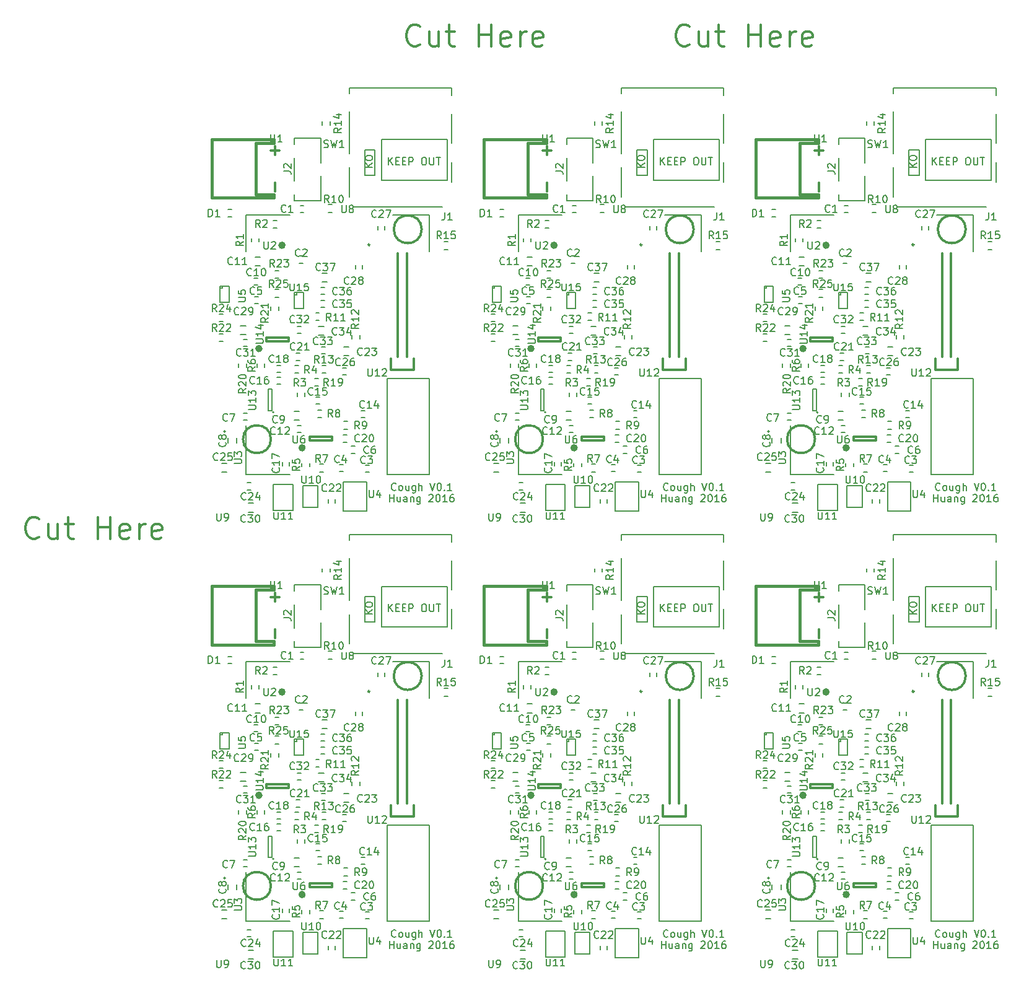
<source format=gbr>
G04 #@! TF.FileFunction,Legend,Top*
%FSLAX46Y46*%
G04 Gerber Fmt 4.6, Leading zero omitted, Abs format (unit mm)*
G04 Created by KiCad (PCBNEW 4.0.2+dfsg1-stable) date Mon 02 May 2016 01:19:17 PM EDT*
%MOMM*%
G01*
G04 APERTURE LIST*
%ADD10C,0.100000*%
%ADD11C,0.300000*%
%ADD12C,0.254000*%
%ADD13C,0.200000*%
%ADD14C,0.150000*%
%ADD15C,0.307000*%
%ADD16C,0.500000*%
%ADD17C,0.127000*%
%ADD18C,0.381000*%
%ADD19C,0.304800*%
G04 APERTURE END LIST*
D10*
D11*
X78859999Y-6151429D02*
X78717142Y-6294286D01*
X78288571Y-6437143D01*
X78002857Y-6437143D01*
X77574285Y-6294286D01*
X77288571Y-6008571D01*
X77145714Y-5722857D01*
X77002857Y-5151429D01*
X77002857Y-4722857D01*
X77145714Y-4151429D01*
X77288571Y-3865714D01*
X77574285Y-3580000D01*
X78002857Y-3437143D01*
X78288571Y-3437143D01*
X78717142Y-3580000D01*
X78859999Y-3722857D01*
X81431428Y-4437143D02*
X81431428Y-6437143D01*
X80145714Y-4437143D02*
X80145714Y-6008571D01*
X80288571Y-6294286D01*
X80574285Y-6437143D01*
X81002857Y-6437143D01*
X81288571Y-6294286D01*
X81431428Y-6151429D01*
X82431428Y-4437143D02*
X83574285Y-4437143D01*
X82860000Y-3437143D02*
X82860000Y-6008571D01*
X83002857Y-6294286D01*
X83288571Y-6437143D01*
X83574285Y-6437143D01*
X86860000Y-6437143D02*
X86860000Y-3437143D01*
X86860000Y-4865714D02*
X88574285Y-4865714D01*
X88574285Y-6437143D02*
X88574285Y-3437143D01*
X91145714Y-6294286D02*
X90860000Y-6437143D01*
X90288571Y-6437143D01*
X90002857Y-6294286D01*
X89860000Y-6008571D01*
X89860000Y-4865714D01*
X90002857Y-4580000D01*
X90288571Y-4437143D01*
X90860000Y-4437143D01*
X91145714Y-4580000D01*
X91288571Y-4865714D01*
X91288571Y-5151429D01*
X89860000Y-5437143D01*
X92574286Y-6437143D02*
X92574286Y-4437143D01*
X92574286Y-5008571D02*
X92717143Y-4722857D01*
X92860000Y-4580000D01*
X93145714Y-4437143D01*
X93431429Y-4437143D01*
X95574286Y-6294286D02*
X95288572Y-6437143D01*
X94717143Y-6437143D01*
X94431429Y-6294286D01*
X94288572Y-6008571D01*
X94288572Y-4865714D01*
X94431429Y-4580000D01*
X94717143Y-4437143D01*
X95288572Y-4437143D01*
X95574286Y-4580000D01*
X95717143Y-4865714D01*
X95717143Y-5151429D01*
X94288572Y-5437143D01*
X42029999Y-6151429D02*
X41887142Y-6294286D01*
X41458571Y-6437143D01*
X41172857Y-6437143D01*
X40744285Y-6294286D01*
X40458571Y-6008571D01*
X40315714Y-5722857D01*
X40172857Y-5151429D01*
X40172857Y-4722857D01*
X40315714Y-4151429D01*
X40458571Y-3865714D01*
X40744285Y-3580000D01*
X41172857Y-3437143D01*
X41458571Y-3437143D01*
X41887142Y-3580000D01*
X42029999Y-3722857D01*
X44601428Y-4437143D02*
X44601428Y-6437143D01*
X43315714Y-4437143D02*
X43315714Y-6008571D01*
X43458571Y-6294286D01*
X43744285Y-6437143D01*
X44172857Y-6437143D01*
X44458571Y-6294286D01*
X44601428Y-6151429D01*
X45601428Y-4437143D02*
X46744285Y-4437143D01*
X46030000Y-3437143D02*
X46030000Y-6008571D01*
X46172857Y-6294286D01*
X46458571Y-6437143D01*
X46744285Y-6437143D01*
X50030000Y-6437143D02*
X50030000Y-3437143D01*
X50030000Y-4865714D02*
X51744285Y-4865714D01*
X51744285Y-6437143D02*
X51744285Y-3437143D01*
X54315714Y-6294286D02*
X54030000Y-6437143D01*
X53458571Y-6437143D01*
X53172857Y-6294286D01*
X53030000Y-6008571D01*
X53030000Y-4865714D01*
X53172857Y-4580000D01*
X53458571Y-4437143D01*
X54030000Y-4437143D01*
X54315714Y-4580000D01*
X54458571Y-4865714D01*
X54458571Y-5151429D01*
X53030000Y-5437143D01*
X55744286Y-6437143D02*
X55744286Y-4437143D01*
X55744286Y-5008571D02*
X55887143Y-4722857D01*
X56030000Y-4580000D01*
X56315714Y-4437143D01*
X56601429Y-4437143D01*
X58744286Y-6294286D02*
X58458572Y-6437143D01*
X57887143Y-6437143D01*
X57601429Y-6294286D01*
X57458572Y-6008571D01*
X57458572Y-4865714D01*
X57601429Y-4580000D01*
X57887143Y-4437143D01*
X58458572Y-4437143D01*
X58744286Y-4580000D01*
X58887143Y-4865714D01*
X58887143Y-5151429D01*
X57458572Y-5437143D01*
X-10040001Y-73461429D02*
X-10182858Y-73604286D01*
X-10611429Y-73747143D01*
X-10897143Y-73747143D01*
X-11325715Y-73604286D01*
X-11611429Y-73318571D01*
X-11754286Y-73032857D01*
X-11897143Y-72461429D01*
X-11897143Y-72032857D01*
X-11754286Y-71461429D01*
X-11611429Y-71175714D01*
X-11325715Y-70890000D01*
X-10897143Y-70747143D01*
X-10611429Y-70747143D01*
X-10182858Y-70890000D01*
X-10040001Y-71032857D01*
X-7468572Y-71747143D02*
X-7468572Y-73747143D01*
X-8754286Y-71747143D02*
X-8754286Y-73318571D01*
X-8611429Y-73604286D01*
X-8325715Y-73747143D01*
X-7897143Y-73747143D01*
X-7611429Y-73604286D01*
X-7468572Y-73461429D01*
X-6468572Y-71747143D02*
X-5325715Y-71747143D01*
X-6040000Y-70747143D02*
X-6040000Y-73318571D01*
X-5897143Y-73604286D01*
X-5611429Y-73747143D01*
X-5325715Y-73747143D01*
X-2040000Y-73747143D02*
X-2040000Y-70747143D01*
X-2040000Y-72175714D02*
X-325715Y-72175714D01*
X-325715Y-73747143D02*
X-325715Y-70747143D01*
X2245714Y-73604286D02*
X1960000Y-73747143D01*
X1388571Y-73747143D01*
X1102857Y-73604286D01*
X960000Y-73318571D01*
X960000Y-72175714D01*
X1102857Y-71890000D01*
X1388571Y-71747143D01*
X1960000Y-71747143D01*
X2245714Y-71890000D01*
X2388571Y-72175714D01*
X2388571Y-72461429D01*
X960000Y-72747143D01*
X3674286Y-73747143D02*
X3674286Y-71747143D01*
X3674286Y-72318571D02*
X3817143Y-72032857D01*
X3960000Y-71890000D01*
X4245714Y-71747143D01*
X4531429Y-71747143D01*
X6674286Y-73604286D02*
X6388572Y-73747143D01*
X5817143Y-73747143D01*
X5531429Y-73604286D01*
X5388572Y-73318571D01*
X5388572Y-72175714D01*
X5531429Y-71890000D01*
X5817143Y-71747143D01*
X6388572Y-71747143D01*
X6674286Y-71890000D01*
X6817143Y-72175714D01*
X6817143Y-72461429D01*
X5388572Y-72747143D01*
D12*
X109537000Y-94583000D02*
G75*
G03X109537000Y-94583000I-127000J0D01*
G01*
D13*
X89801200Y-120110000D02*
G75*
G03X89801200Y-120110000I-127000J0D01*
G01*
D14*
X113098200Y-128074143D02*
X113050581Y-128121762D01*
X112907724Y-128169381D01*
X112812486Y-128169381D01*
X112669628Y-128121762D01*
X112574390Y-128026524D01*
X112526771Y-127931286D01*
X112479152Y-127740810D01*
X112479152Y-127597952D01*
X112526771Y-127407476D01*
X112574390Y-127312238D01*
X112669628Y-127217000D01*
X112812486Y-127169381D01*
X112907724Y-127169381D01*
X113050581Y-127217000D01*
X113098200Y-127264619D01*
X113669628Y-128169381D02*
X113574390Y-128121762D01*
X113526771Y-128074143D01*
X113479152Y-127978905D01*
X113479152Y-127693190D01*
X113526771Y-127597952D01*
X113574390Y-127550333D01*
X113669628Y-127502714D01*
X113812486Y-127502714D01*
X113907724Y-127550333D01*
X113955343Y-127597952D01*
X114002962Y-127693190D01*
X114002962Y-127978905D01*
X113955343Y-128074143D01*
X113907724Y-128121762D01*
X113812486Y-128169381D01*
X113669628Y-128169381D01*
X114860105Y-127502714D02*
X114860105Y-128169381D01*
X114431533Y-127502714D02*
X114431533Y-128026524D01*
X114479152Y-128121762D01*
X114574390Y-128169381D01*
X114717248Y-128169381D01*
X114812486Y-128121762D01*
X114860105Y-128074143D01*
X115764867Y-127502714D02*
X115764867Y-128312238D01*
X115717248Y-128407476D01*
X115669629Y-128455095D01*
X115574390Y-128502714D01*
X115431533Y-128502714D01*
X115336295Y-128455095D01*
X115764867Y-128121762D02*
X115669629Y-128169381D01*
X115479152Y-128169381D01*
X115383914Y-128121762D01*
X115336295Y-128074143D01*
X115288676Y-127978905D01*
X115288676Y-127693190D01*
X115336295Y-127597952D01*
X115383914Y-127550333D01*
X115479152Y-127502714D01*
X115669629Y-127502714D01*
X115764867Y-127550333D01*
X116241057Y-128169381D02*
X116241057Y-127169381D01*
X116669629Y-128169381D02*
X116669629Y-127645571D01*
X116622010Y-127550333D01*
X116526772Y-127502714D01*
X116383914Y-127502714D01*
X116288676Y-127550333D01*
X116241057Y-127597952D01*
X117764867Y-127169381D02*
X118098200Y-128169381D01*
X118431534Y-127169381D01*
X118955343Y-127169381D02*
X119050582Y-127169381D01*
X119145820Y-127217000D01*
X119193439Y-127264619D01*
X119241058Y-127359857D01*
X119288677Y-127550333D01*
X119288677Y-127788429D01*
X119241058Y-127978905D01*
X119193439Y-128074143D01*
X119145820Y-128121762D01*
X119050582Y-128169381D01*
X118955343Y-128169381D01*
X118860105Y-128121762D01*
X118812486Y-128074143D01*
X118764867Y-127978905D01*
X118717248Y-127788429D01*
X118717248Y-127550333D01*
X118764867Y-127359857D01*
X118812486Y-127264619D01*
X118860105Y-127217000D01*
X118955343Y-127169381D01*
X119717248Y-128074143D02*
X119764867Y-128121762D01*
X119717248Y-128169381D01*
X119669629Y-128121762D01*
X119717248Y-128074143D01*
X119717248Y-128169381D01*
X120717248Y-128169381D02*
X120145819Y-128169381D01*
X120431533Y-128169381D02*
X120431533Y-127169381D01*
X120336295Y-127312238D01*
X120241057Y-127407476D01*
X120145819Y-127455095D01*
X112217247Y-129719381D02*
X112217247Y-128719381D01*
X112217247Y-129195571D02*
X112788676Y-129195571D01*
X112788676Y-129719381D02*
X112788676Y-128719381D01*
X113693438Y-129052714D02*
X113693438Y-129719381D01*
X113264866Y-129052714D02*
X113264866Y-129576524D01*
X113312485Y-129671762D01*
X113407723Y-129719381D01*
X113550581Y-129719381D01*
X113645819Y-129671762D01*
X113693438Y-129624143D01*
X114598200Y-129719381D02*
X114598200Y-129195571D01*
X114550581Y-129100333D01*
X114455343Y-129052714D01*
X114264866Y-129052714D01*
X114169628Y-129100333D01*
X114598200Y-129671762D02*
X114502962Y-129719381D01*
X114264866Y-129719381D01*
X114169628Y-129671762D01*
X114122009Y-129576524D01*
X114122009Y-129481286D01*
X114169628Y-129386048D01*
X114264866Y-129338429D01*
X114502962Y-129338429D01*
X114598200Y-129290810D01*
X115074390Y-129052714D02*
X115074390Y-129719381D01*
X115074390Y-129147952D02*
X115122009Y-129100333D01*
X115217247Y-129052714D01*
X115360105Y-129052714D01*
X115455343Y-129100333D01*
X115502962Y-129195571D01*
X115502962Y-129719381D01*
X116407724Y-129052714D02*
X116407724Y-129862238D01*
X116360105Y-129957476D01*
X116312486Y-130005095D01*
X116217247Y-130052714D01*
X116074390Y-130052714D01*
X115979152Y-130005095D01*
X116407724Y-129671762D02*
X116312486Y-129719381D01*
X116122009Y-129719381D01*
X116026771Y-129671762D01*
X115979152Y-129624143D01*
X115931533Y-129528905D01*
X115931533Y-129243190D01*
X115979152Y-129147952D01*
X116026771Y-129100333D01*
X116122009Y-129052714D01*
X116312486Y-129052714D01*
X116407724Y-129100333D01*
X117598200Y-128814619D02*
X117645819Y-128767000D01*
X117741057Y-128719381D01*
X117979153Y-128719381D01*
X118074391Y-128767000D01*
X118122010Y-128814619D01*
X118169629Y-128909857D01*
X118169629Y-129005095D01*
X118122010Y-129147952D01*
X117550581Y-129719381D01*
X118169629Y-129719381D01*
X118788676Y-128719381D02*
X118883915Y-128719381D01*
X118979153Y-128767000D01*
X119026772Y-128814619D01*
X119074391Y-128909857D01*
X119122010Y-129100333D01*
X119122010Y-129338429D01*
X119074391Y-129528905D01*
X119026772Y-129624143D01*
X118979153Y-129671762D01*
X118883915Y-129719381D01*
X118788676Y-129719381D01*
X118693438Y-129671762D01*
X118645819Y-129624143D01*
X118598200Y-129528905D01*
X118550581Y-129338429D01*
X118550581Y-129100333D01*
X118598200Y-128909857D01*
X118645819Y-128814619D01*
X118693438Y-128767000D01*
X118788676Y-128719381D01*
X120074391Y-129719381D02*
X119502962Y-129719381D01*
X119788676Y-129719381D02*
X119788676Y-128719381D01*
X119693438Y-128862238D01*
X119598200Y-128957476D01*
X119502962Y-129005095D01*
X120931534Y-128719381D02*
X120741057Y-128719381D01*
X120645819Y-128767000D01*
X120598200Y-128814619D01*
X120502962Y-128957476D01*
X120455343Y-129147952D01*
X120455343Y-129528905D01*
X120502962Y-129624143D01*
X120550581Y-129671762D01*
X120645819Y-129719381D01*
X120836296Y-129719381D01*
X120931534Y-129671762D01*
X120979153Y-129624143D01*
X121026772Y-129528905D01*
X121026772Y-129290810D01*
X120979153Y-129195571D01*
X120931534Y-129147952D01*
X120836296Y-129100333D01*
X120645819Y-129100333D01*
X120550581Y-129147952D01*
X120502962Y-129195571D01*
X120455343Y-129290810D01*
D12*
X109537000Y-33528000D02*
G75*
G03X109537000Y-33528000I-127000J0D01*
G01*
D13*
X89801200Y-59055000D02*
G75*
G03X89801200Y-59055000I-127000J0D01*
G01*
D14*
X113098200Y-67019143D02*
X113050581Y-67066762D01*
X112907724Y-67114381D01*
X112812486Y-67114381D01*
X112669628Y-67066762D01*
X112574390Y-66971524D01*
X112526771Y-66876286D01*
X112479152Y-66685810D01*
X112479152Y-66542952D01*
X112526771Y-66352476D01*
X112574390Y-66257238D01*
X112669628Y-66162000D01*
X112812486Y-66114381D01*
X112907724Y-66114381D01*
X113050581Y-66162000D01*
X113098200Y-66209619D01*
X113669628Y-67114381D02*
X113574390Y-67066762D01*
X113526771Y-67019143D01*
X113479152Y-66923905D01*
X113479152Y-66638190D01*
X113526771Y-66542952D01*
X113574390Y-66495333D01*
X113669628Y-66447714D01*
X113812486Y-66447714D01*
X113907724Y-66495333D01*
X113955343Y-66542952D01*
X114002962Y-66638190D01*
X114002962Y-66923905D01*
X113955343Y-67019143D01*
X113907724Y-67066762D01*
X113812486Y-67114381D01*
X113669628Y-67114381D01*
X114860105Y-66447714D02*
X114860105Y-67114381D01*
X114431533Y-66447714D02*
X114431533Y-66971524D01*
X114479152Y-67066762D01*
X114574390Y-67114381D01*
X114717248Y-67114381D01*
X114812486Y-67066762D01*
X114860105Y-67019143D01*
X115764867Y-66447714D02*
X115764867Y-67257238D01*
X115717248Y-67352476D01*
X115669629Y-67400095D01*
X115574390Y-67447714D01*
X115431533Y-67447714D01*
X115336295Y-67400095D01*
X115764867Y-67066762D02*
X115669629Y-67114381D01*
X115479152Y-67114381D01*
X115383914Y-67066762D01*
X115336295Y-67019143D01*
X115288676Y-66923905D01*
X115288676Y-66638190D01*
X115336295Y-66542952D01*
X115383914Y-66495333D01*
X115479152Y-66447714D01*
X115669629Y-66447714D01*
X115764867Y-66495333D01*
X116241057Y-67114381D02*
X116241057Y-66114381D01*
X116669629Y-67114381D02*
X116669629Y-66590571D01*
X116622010Y-66495333D01*
X116526772Y-66447714D01*
X116383914Y-66447714D01*
X116288676Y-66495333D01*
X116241057Y-66542952D01*
X117764867Y-66114381D02*
X118098200Y-67114381D01*
X118431534Y-66114381D01*
X118955343Y-66114381D02*
X119050582Y-66114381D01*
X119145820Y-66162000D01*
X119193439Y-66209619D01*
X119241058Y-66304857D01*
X119288677Y-66495333D01*
X119288677Y-66733429D01*
X119241058Y-66923905D01*
X119193439Y-67019143D01*
X119145820Y-67066762D01*
X119050582Y-67114381D01*
X118955343Y-67114381D01*
X118860105Y-67066762D01*
X118812486Y-67019143D01*
X118764867Y-66923905D01*
X118717248Y-66733429D01*
X118717248Y-66495333D01*
X118764867Y-66304857D01*
X118812486Y-66209619D01*
X118860105Y-66162000D01*
X118955343Y-66114381D01*
X119717248Y-67019143D02*
X119764867Y-67066762D01*
X119717248Y-67114381D01*
X119669629Y-67066762D01*
X119717248Y-67019143D01*
X119717248Y-67114381D01*
X120717248Y-67114381D02*
X120145819Y-67114381D01*
X120431533Y-67114381D02*
X120431533Y-66114381D01*
X120336295Y-66257238D01*
X120241057Y-66352476D01*
X120145819Y-66400095D01*
X112217247Y-68664381D02*
X112217247Y-67664381D01*
X112217247Y-68140571D02*
X112788676Y-68140571D01*
X112788676Y-68664381D02*
X112788676Y-67664381D01*
X113693438Y-67997714D02*
X113693438Y-68664381D01*
X113264866Y-67997714D02*
X113264866Y-68521524D01*
X113312485Y-68616762D01*
X113407723Y-68664381D01*
X113550581Y-68664381D01*
X113645819Y-68616762D01*
X113693438Y-68569143D01*
X114598200Y-68664381D02*
X114598200Y-68140571D01*
X114550581Y-68045333D01*
X114455343Y-67997714D01*
X114264866Y-67997714D01*
X114169628Y-68045333D01*
X114598200Y-68616762D02*
X114502962Y-68664381D01*
X114264866Y-68664381D01*
X114169628Y-68616762D01*
X114122009Y-68521524D01*
X114122009Y-68426286D01*
X114169628Y-68331048D01*
X114264866Y-68283429D01*
X114502962Y-68283429D01*
X114598200Y-68235810D01*
X115074390Y-67997714D02*
X115074390Y-68664381D01*
X115074390Y-68092952D02*
X115122009Y-68045333D01*
X115217247Y-67997714D01*
X115360105Y-67997714D01*
X115455343Y-68045333D01*
X115502962Y-68140571D01*
X115502962Y-68664381D01*
X116407724Y-67997714D02*
X116407724Y-68807238D01*
X116360105Y-68902476D01*
X116312486Y-68950095D01*
X116217247Y-68997714D01*
X116074390Y-68997714D01*
X115979152Y-68950095D01*
X116407724Y-68616762D02*
X116312486Y-68664381D01*
X116122009Y-68664381D01*
X116026771Y-68616762D01*
X115979152Y-68569143D01*
X115931533Y-68473905D01*
X115931533Y-68188190D01*
X115979152Y-68092952D01*
X116026771Y-68045333D01*
X116122009Y-67997714D01*
X116312486Y-67997714D01*
X116407724Y-68045333D01*
X117598200Y-67759619D02*
X117645819Y-67712000D01*
X117741057Y-67664381D01*
X117979153Y-67664381D01*
X118074391Y-67712000D01*
X118122010Y-67759619D01*
X118169629Y-67854857D01*
X118169629Y-67950095D01*
X118122010Y-68092952D01*
X117550581Y-68664381D01*
X118169629Y-68664381D01*
X118788676Y-67664381D02*
X118883915Y-67664381D01*
X118979153Y-67712000D01*
X119026772Y-67759619D01*
X119074391Y-67854857D01*
X119122010Y-68045333D01*
X119122010Y-68283429D01*
X119074391Y-68473905D01*
X119026772Y-68569143D01*
X118979153Y-68616762D01*
X118883915Y-68664381D01*
X118788676Y-68664381D01*
X118693438Y-68616762D01*
X118645819Y-68569143D01*
X118598200Y-68473905D01*
X118550581Y-68283429D01*
X118550581Y-68045333D01*
X118598200Y-67854857D01*
X118645819Y-67759619D01*
X118693438Y-67712000D01*
X118788676Y-67664381D01*
X120074391Y-68664381D02*
X119502962Y-68664381D01*
X119788676Y-68664381D02*
X119788676Y-67664381D01*
X119693438Y-67807238D01*
X119598200Y-67902476D01*
X119502962Y-67950095D01*
X120931534Y-67664381D02*
X120741057Y-67664381D01*
X120645819Y-67712000D01*
X120598200Y-67759619D01*
X120502962Y-67902476D01*
X120455343Y-68092952D01*
X120455343Y-68473905D01*
X120502962Y-68569143D01*
X120550581Y-68616762D01*
X120645819Y-68664381D01*
X120836296Y-68664381D01*
X120931534Y-68616762D01*
X120979153Y-68569143D01*
X121026772Y-68473905D01*
X121026772Y-68235810D01*
X120979153Y-68140571D01*
X120931534Y-68092952D01*
X120836296Y-68045333D01*
X120645819Y-68045333D01*
X120550581Y-68092952D01*
X120502962Y-68140571D01*
X120455343Y-68235810D01*
D12*
X72358000Y-94583000D02*
G75*
G03X72358000Y-94583000I-127000J0D01*
G01*
D13*
X52622200Y-120110000D02*
G75*
G03X52622200Y-120110000I-127000J0D01*
G01*
D14*
X75919200Y-128074143D02*
X75871581Y-128121762D01*
X75728724Y-128169381D01*
X75633486Y-128169381D01*
X75490628Y-128121762D01*
X75395390Y-128026524D01*
X75347771Y-127931286D01*
X75300152Y-127740810D01*
X75300152Y-127597952D01*
X75347771Y-127407476D01*
X75395390Y-127312238D01*
X75490628Y-127217000D01*
X75633486Y-127169381D01*
X75728724Y-127169381D01*
X75871581Y-127217000D01*
X75919200Y-127264619D01*
X76490628Y-128169381D02*
X76395390Y-128121762D01*
X76347771Y-128074143D01*
X76300152Y-127978905D01*
X76300152Y-127693190D01*
X76347771Y-127597952D01*
X76395390Y-127550333D01*
X76490628Y-127502714D01*
X76633486Y-127502714D01*
X76728724Y-127550333D01*
X76776343Y-127597952D01*
X76823962Y-127693190D01*
X76823962Y-127978905D01*
X76776343Y-128074143D01*
X76728724Y-128121762D01*
X76633486Y-128169381D01*
X76490628Y-128169381D01*
X77681105Y-127502714D02*
X77681105Y-128169381D01*
X77252533Y-127502714D02*
X77252533Y-128026524D01*
X77300152Y-128121762D01*
X77395390Y-128169381D01*
X77538248Y-128169381D01*
X77633486Y-128121762D01*
X77681105Y-128074143D01*
X78585867Y-127502714D02*
X78585867Y-128312238D01*
X78538248Y-128407476D01*
X78490629Y-128455095D01*
X78395390Y-128502714D01*
X78252533Y-128502714D01*
X78157295Y-128455095D01*
X78585867Y-128121762D02*
X78490629Y-128169381D01*
X78300152Y-128169381D01*
X78204914Y-128121762D01*
X78157295Y-128074143D01*
X78109676Y-127978905D01*
X78109676Y-127693190D01*
X78157295Y-127597952D01*
X78204914Y-127550333D01*
X78300152Y-127502714D01*
X78490629Y-127502714D01*
X78585867Y-127550333D01*
X79062057Y-128169381D02*
X79062057Y-127169381D01*
X79490629Y-128169381D02*
X79490629Y-127645571D01*
X79443010Y-127550333D01*
X79347772Y-127502714D01*
X79204914Y-127502714D01*
X79109676Y-127550333D01*
X79062057Y-127597952D01*
X80585867Y-127169381D02*
X80919200Y-128169381D01*
X81252534Y-127169381D01*
X81776343Y-127169381D02*
X81871582Y-127169381D01*
X81966820Y-127217000D01*
X82014439Y-127264619D01*
X82062058Y-127359857D01*
X82109677Y-127550333D01*
X82109677Y-127788429D01*
X82062058Y-127978905D01*
X82014439Y-128074143D01*
X81966820Y-128121762D01*
X81871582Y-128169381D01*
X81776343Y-128169381D01*
X81681105Y-128121762D01*
X81633486Y-128074143D01*
X81585867Y-127978905D01*
X81538248Y-127788429D01*
X81538248Y-127550333D01*
X81585867Y-127359857D01*
X81633486Y-127264619D01*
X81681105Y-127217000D01*
X81776343Y-127169381D01*
X82538248Y-128074143D02*
X82585867Y-128121762D01*
X82538248Y-128169381D01*
X82490629Y-128121762D01*
X82538248Y-128074143D01*
X82538248Y-128169381D01*
X83538248Y-128169381D02*
X82966819Y-128169381D01*
X83252533Y-128169381D02*
X83252533Y-127169381D01*
X83157295Y-127312238D01*
X83062057Y-127407476D01*
X82966819Y-127455095D01*
X75038247Y-129719381D02*
X75038247Y-128719381D01*
X75038247Y-129195571D02*
X75609676Y-129195571D01*
X75609676Y-129719381D02*
X75609676Y-128719381D01*
X76514438Y-129052714D02*
X76514438Y-129719381D01*
X76085866Y-129052714D02*
X76085866Y-129576524D01*
X76133485Y-129671762D01*
X76228723Y-129719381D01*
X76371581Y-129719381D01*
X76466819Y-129671762D01*
X76514438Y-129624143D01*
X77419200Y-129719381D02*
X77419200Y-129195571D01*
X77371581Y-129100333D01*
X77276343Y-129052714D01*
X77085866Y-129052714D01*
X76990628Y-129100333D01*
X77419200Y-129671762D02*
X77323962Y-129719381D01*
X77085866Y-129719381D01*
X76990628Y-129671762D01*
X76943009Y-129576524D01*
X76943009Y-129481286D01*
X76990628Y-129386048D01*
X77085866Y-129338429D01*
X77323962Y-129338429D01*
X77419200Y-129290810D01*
X77895390Y-129052714D02*
X77895390Y-129719381D01*
X77895390Y-129147952D02*
X77943009Y-129100333D01*
X78038247Y-129052714D01*
X78181105Y-129052714D01*
X78276343Y-129100333D01*
X78323962Y-129195571D01*
X78323962Y-129719381D01*
X79228724Y-129052714D02*
X79228724Y-129862238D01*
X79181105Y-129957476D01*
X79133486Y-130005095D01*
X79038247Y-130052714D01*
X78895390Y-130052714D01*
X78800152Y-130005095D01*
X79228724Y-129671762D02*
X79133486Y-129719381D01*
X78943009Y-129719381D01*
X78847771Y-129671762D01*
X78800152Y-129624143D01*
X78752533Y-129528905D01*
X78752533Y-129243190D01*
X78800152Y-129147952D01*
X78847771Y-129100333D01*
X78943009Y-129052714D01*
X79133486Y-129052714D01*
X79228724Y-129100333D01*
X80419200Y-128814619D02*
X80466819Y-128767000D01*
X80562057Y-128719381D01*
X80800153Y-128719381D01*
X80895391Y-128767000D01*
X80943010Y-128814619D01*
X80990629Y-128909857D01*
X80990629Y-129005095D01*
X80943010Y-129147952D01*
X80371581Y-129719381D01*
X80990629Y-129719381D01*
X81609676Y-128719381D02*
X81704915Y-128719381D01*
X81800153Y-128767000D01*
X81847772Y-128814619D01*
X81895391Y-128909857D01*
X81943010Y-129100333D01*
X81943010Y-129338429D01*
X81895391Y-129528905D01*
X81847772Y-129624143D01*
X81800153Y-129671762D01*
X81704915Y-129719381D01*
X81609676Y-129719381D01*
X81514438Y-129671762D01*
X81466819Y-129624143D01*
X81419200Y-129528905D01*
X81371581Y-129338429D01*
X81371581Y-129100333D01*
X81419200Y-128909857D01*
X81466819Y-128814619D01*
X81514438Y-128767000D01*
X81609676Y-128719381D01*
X82895391Y-129719381D02*
X82323962Y-129719381D01*
X82609676Y-129719381D02*
X82609676Y-128719381D01*
X82514438Y-128862238D01*
X82419200Y-128957476D01*
X82323962Y-129005095D01*
X83752534Y-128719381D02*
X83562057Y-128719381D01*
X83466819Y-128767000D01*
X83419200Y-128814619D01*
X83323962Y-128957476D01*
X83276343Y-129147952D01*
X83276343Y-129528905D01*
X83323962Y-129624143D01*
X83371581Y-129671762D01*
X83466819Y-129719381D01*
X83657296Y-129719381D01*
X83752534Y-129671762D01*
X83800153Y-129624143D01*
X83847772Y-129528905D01*
X83847772Y-129290810D01*
X83800153Y-129195571D01*
X83752534Y-129147952D01*
X83657296Y-129100333D01*
X83466819Y-129100333D01*
X83371581Y-129147952D01*
X83323962Y-129195571D01*
X83276343Y-129290810D01*
D12*
X72358000Y-33528000D02*
G75*
G03X72358000Y-33528000I-127000J0D01*
G01*
D13*
X52622200Y-59055000D02*
G75*
G03X52622200Y-59055000I-127000J0D01*
G01*
D14*
X75919200Y-67019143D02*
X75871581Y-67066762D01*
X75728724Y-67114381D01*
X75633486Y-67114381D01*
X75490628Y-67066762D01*
X75395390Y-66971524D01*
X75347771Y-66876286D01*
X75300152Y-66685810D01*
X75300152Y-66542952D01*
X75347771Y-66352476D01*
X75395390Y-66257238D01*
X75490628Y-66162000D01*
X75633486Y-66114381D01*
X75728724Y-66114381D01*
X75871581Y-66162000D01*
X75919200Y-66209619D01*
X76490628Y-67114381D02*
X76395390Y-67066762D01*
X76347771Y-67019143D01*
X76300152Y-66923905D01*
X76300152Y-66638190D01*
X76347771Y-66542952D01*
X76395390Y-66495333D01*
X76490628Y-66447714D01*
X76633486Y-66447714D01*
X76728724Y-66495333D01*
X76776343Y-66542952D01*
X76823962Y-66638190D01*
X76823962Y-66923905D01*
X76776343Y-67019143D01*
X76728724Y-67066762D01*
X76633486Y-67114381D01*
X76490628Y-67114381D01*
X77681105Y-66447714D02*
X77681105Y-67114381D01*
X77252533Y-66447714D02*
X77252533Y-66971524D01*
X77300152Y-67066762D01*
X77395390Y-67114381D01*
X77538248Y-67114381D01*
X77633486Y-67066762D01*
X77681105Y-67019143D01*
X78585867Y-66447714D02*
X78585867Y-67257238D01*
X78538248Y-67352476D01*
X78490629Y-67400095D01*
X78395390Y-67447714D01*
X78252533Y-67447714D01*
X78157295Y-67400095D01*
X78585867Y-67066762D02*
X78490629Y-67114381D01*
X78300152Y-67114381D01*
X78204914Y-67066762D01*
X78157295Y-67019143D01*
X78109676Y-66923905D01*
X78109676Y-66638190D01*
X78157295Y-66542952D01*
X78204914Y-66495333D01*
X78300152Y-66447714D01*
X78490629Y-66447714D01*
X78585867Y-66495333D01*
X79062057Y-67114381D02*
X79062057Y-66114381D01*
X79490629Y-67114381D02*
X79490629Y-66590571D01*
X79443010Y-66495333D01*
X79347772Y-66447714D01*
X79204914Y-66447714D01*
X79109676Y-66495333D01*
X79062057Y-66542952D01*
X80585867Y-66114381D02*
X80919200Y-67114381D01*
X81252534Y-66114381D01*
X81776343Y-66114381D02*
X81871582Y-66114381D01*
X81966820Y-66162000D01*
X82014439Y-66209619D01*
X82062058Y-66304857D01*
X82109677Y-66495333D01*
X82109677Y-66733429D01*
X82062058Y-66923905D01*
X82014439Y-67019143D01*
X81966820Y-67066762D01*
X81871582Y-67114381D01*
X81776343Y-67114381D01*
X81681105Y-67066762D01*
X81633486Y-67019143D01*
X81585867Y-66923905D01*
X81538248Y-66733429D01*
X81538248Y-66495333D01*
X81585867Y-66304857D01*
X81633486Y-66209619D01*
X81681105Y-66162000D01*
X81776343Y-66114381D01*
X82538248Y-67019143D02*
X82585867Y-67066762D01*
X82538248Y-67114381D01*
X82490629Y-67066762D01*
X82538248Y-67019143D01*
X82538248Y-67114381D01*
X83538248Y-67114381D02*
X82966819Y-67114381D01*
X83252533Y-67114381D02*
X83252533Y-66114381D01*
X83157295Y-66257238D01*
X83062057Y-66352476D01*
X82966819Y-66400095D01*
X75038247Y-68664381D02*
X75038247Y-67664381D01*
X75038247Y-68140571D02*
X75609676Y-68140571D01*
X75609676Y-68664381D02*
X75609676Y-67664381D01*
X76514438Y-67997714D02*
X76514438Y-68664381D01*
X76085866Y-67997714D02*
X76085866Y-68521524D01*
X76133485Y-68616762D01*
X76228723Y-68664381D01*
X76371581Y-68664381D01*
X76466819Y-68616762D01*
X76514438Y-68569143D01*
X77419200Y-68664381D02*
X77419200Y-68140571D01*
X77371581Y-68045333D01*
X77276343Y-67997714D01*
X77085866Y-67997714D01*
X76990628Y-68045333D01*
X77419200Y-68616762D02*
X77323962Y-68664381D01*
X77085866Y-68664381D01*
X76990628Y-68616762D01*
X76943009Y-68521524D01*
X76943009Y-68426286D01*
X76990628Y-68331048D01*
X77085866Y-68283429D01*
X77323962Y-68283429D01*
X77419200Y-68235810D01*
X77895390Y-67997714D02*
X77895390Y-68664381D01*
X77895390Y-68092952D02*
X77943009Y-68045333D01*
X78038247Y-67997714D01*
X78181105Y-67997714D01*
X78276343Y-68045333D01*
X78323962Y-68140571D01*
X78323962Y-68664381D01*
X79228724Y-67997714D02*
X79228724Y-68807238D01*
X79181105Y-68902476D01*
X79133486Y-68950095D01*
X79038247Y-68997714D01*
X78895390Y-68997714D01*
X78800152Y-68950095D01*
X79228724Y-68616762D02*
X79133486Y-68664381D01*
X78943009Y-68664381D01*
X78847771Y-68616762D01*
X78800152Y-68569143D01*
X78752533Y-68473905D01*
X78752533Y-68188190D01*
X78800152Y-68092952D01*
X78847771Y-68045333D01*
X78943009Y-67997714D01*
X79133486Y-67997714D01*
X79228724Y-68045333D01*
X80419200Y-67759619D02*
X80466819Y-67712000D01*
X80562057Y-67664381D01*
X80800153Y-67664381D01*
X80895391Y-67712000D01*
X80943010Y-67759619D01*
X80990629Y-67854857D01*
X80990629Y-67950095D01*
X80943010Y-68092952D01*
X80371581Y-68664381D01*
X80990629Y-68664381D01*
X81609676Y-67664381D02*
X81704915Y-67664381D01*
X81800153Y-67712000D01*
X81847772Y-67759619D01*
X81895391Y-67854857D01*
X81943010Y-68045333D01*
X81943010Y-68283429D01*
X81895391Y-68473905D01*
X81847772Y-68569143D01*
X81800153Y-68616762D01*
X81704915Y-68664381D01*
X81609676Y-68664381D01*
X81514438Y-68616762D01*
X81466819Y-68569143D01*
X81419200Y-68473905D01*
X81371581Y-68283429D01*
X81371581Y-68045333D01*
X81419200Y-67854857D01*
X81466819Y-67759619D01*
X81514438Y-67712000D01*
X81609676Y-67664381D01*
X82895391Y-68664381D02*
X82323962Y-68664381D01*
X82609676Y-68664381D02*
X82609676Y-67664381D01*
X82514438Y-67807238D01*
X82419200Y-67902476D01*
X82323962Y-67950095D01*
X83752534Y-67664381D02*
X83562057Y-67664381D01*
X83466819Y-67712000D01*
X83419200Y-67759619D01*
X83323962Y-67902476D01*
X83276343Y-68092952D01*
X83276343Y-68473905D01*
X83323962Y-68569143D01*
X83371581Y-68616762D01*
X83466819Y-68664381D01*
X83657296Y-68664381D01*
X83752534Y-68616762D01*
X83800153Y-68569143D01*
X83847772Y-68473905D01*
X83847772Y-68235810D01*
X83800153Y-68140571D01*
X83752534Y-68092952D01*
X83657296Y-68045333D01*
X83466819Y-68045333D01*
X83371581Y-68092952D01*
X83323962Y-68140571D01*
X83276343Y-68235810D01*
D12*
X35179000Y-94583000D02*
G75*
G03X35179000Y-94583000I-127000J0D01*
G01*
D13*
X15443200Y-120110000D02*
G75*
G03X15443200Y-120110000I-127000J0D01*
G01*
D14*
X38740200Y-128074143D02*
X38692581Y-128121762D01*
X38549724Y-128169381D01*
X38454486Y-128169381D01*
X38311628Y-128121762D01*
X38216390Y-128026524D01*
X38168771Y-127931286D01*
X38121152Y-127740810D01*
X38121152Y-127597952D01*
X38168771Y-127407476D01*
X38216390Y-127312238D01*
X38311628Y-127217000D01*
X38454486Y-127169381D01*
X38549724Y-127169381D01*
X38692581Y-127217000D01*
X38740200Y-127264619D01*
X39311628Y-128169381D02*
X39216390Y-128121762D01*
X39168771Y-128074143D01*
X39121152Y-127978905D01*
X39121152Y-127693190D01*
X39168771Y-127597952D01*
X39216390Y-127550333D01*
X39311628Y-127502714D01*
X39454486Y-127502714D01*
X39549724Y-127550333D01*
X39597343Y-127597952D01*
X39644962Y-127693190D01*
X39644962Y-127978905D01*
X39597343Y-128074143D01*
X39549724Y-128121762D01*
X39454486Y-128169381D01*
X39311628Y-128169381D01*
X40502105Y-127502714D02*
X40502105Y-128169381D01*
X40073533Y-127502714D02*
X40073533Y-128026524D01*
X40121152Y-128121762D01*
X40216390Y-128169381D01*
X40359248Y-128169381D01*
X40454486Y-128121762D01*
X40502105Y-128074143D01*
X41406867Y-127502714D02*
X41406867Y-128312238D01*
X41359248Y-128407476D01*
X41311629Y-128455095D01*
X41216390Y-128502714D01*
X41073533Y-128502714D01*
X40978295Y-128455095D01*
X41406867Y-128121762D02*
X41311629Y-128169381D01*
X41121152Y-128169381D01*
X41025914Y-128121762D01*
X40978295Y-128074143D01*
X40930676Y-127978905D01*
X40930676Y-127693190D01*
X40978295Y-127597952D01*
X41025914Y-127550333D01*
X41121152Y-127502714D01*
X41311629Y-127502714D01*
X41406867Y-127550333D01*
X41883057Y-128169381D02*
X41883057Y-127169381D01*
X42311629Y-128169381D02*
X42311629Y-127645571D01*
X42264010Y-127550333D01*
X42168772Y-127502714D01*
X42025914Y-127502714D01*
X41930676Y-127550333D01*
X41883057Y-127597952D01*
X43406867Y-127169381D02*
X43740200Y-128169381D01*
X44073534Y-127169381D01*
X44597343Y-127169381D02*
X44692582Y-127169381D01*
X44787820Y-127217000D01*
X44835439Y-127264619D01*
X44883058Y-127359857D01*
X44930677Y-127550333D01*
X44930677Y-127788429D01*
X44883058Y-127978905D01*
X44835439Y-128074143D01*
X44787820Y-128121762D01*
X44692582Y-128169381D01*
X44597343Y-128169381D01*
X44502105Y-128121762D01*
X44454486Y-128074143D01*
X44406867Y-127978905D01*
X44359248Y-127788429D01*
X44359248Y-127550333D01*
X44406867Y-127359857D01*
X44454486Y-127264619D01*
X44502105Y-127217000D01*
X44597343Y-127169381D01*
X45359248Y-128074143D02*
X45406867Y-128121762D01*
X45359248Y-128169381D01*
X45311629Y-128121762D01*
X45359248Y-128074143D01*
X45359248Y-128169381D01*
X46359248Y-128169381D02*
X45787819Y-128169381D01*
X46073533Y-128169381D02*
X46073533Y-127169381D01*
X45978295Y-127312238D01*
X45883057Y-127407476D01*
X45787819Y-127455095D01*
X37859247Y-129719381D02*
X37859247Y-128719381D01*
X37859247Y-129195571D02*
X38430676Y-129195571D01*
X38430676Y-129719381D02*
X38430676Y-128719381D01*
X39335438Y-129052714D02*
X39335438Y-129719381D01*
X38906866Y-129052714D02*
X38906866Y-129576524D01*
X38954485Y-129671762D01*
X39049723Y-129719381D01*
X39192581Y-129719381D01*
X39287819Y-129671762D01*
X39335438Y-129624143D01*
X40240200Y-129719381D02*
X40240200Y-129195571D01*
X40192581Y-129100333D01*
X40097343Y-129052714D01*
X39906866Y-129052714D01*
X39811628Y-129100333D01*
X40240200Y-129671762D02*
X40144962Y-129719381D01*
X39906866Y-129719381D01*
X39811628Y-129671762D01*
X39764009Y-129576524D01*
X39764009Y-129481286D01*
X39811628Y-129386048D01*
X39906866Y-129338429D01*
X40144962Y-129338429D01*
X40240200Y-129290810D01*
X40716390Y-129052714D02*
X40716390Y-129719381D01*
X40716390Y-129147952D02*
X40764009Y-129100333D01*
X40859247Y-129052714D01*
X41002105Y-129052714D01*
X41097343Y-129100333D01*
X41144962Y-129195571D01*
X41144962Y-129719381D01*
X42049724Y-129052714D02*
X42049724Y-129862238D01*
X42002105Y-129957476D01*
X41954486Y-130005095D01*
X41859247Y-130052714D01*
X41716390Y-130052714D01*
X41621152Y-130005095D01*
X42049724Y-129671762D02*
X41954486Y-129719381D01*
X41764009Y-129719381D01*
X41668771Y-129671762D01*
X41621152Y-129624143D01*
X41573533Y-129528905D01*
X41573533Y-129243190D01*
X41621152Y-129147952D01*
X41668771Y-129100333D01*
X41764009Y-129052714D01*
X41954486Y-129052714D01*
X42049724Y-129100333D01*
X43240200Y-128814619D02*
X43287819Y-128767000D01*
X43383057Y-128719381D01*
X43621153Y-128719381D01*
X43716391Y-128767000D01*
X43764010Y-128814619D01*
X43811629Y-128909857D01*
X43811629Y-129005095D01*
X43764010Y-129147952D01*
X43192581Y-129719381D01*
X43811629Y-129719381D01*
X44430676Y-128719381D02*
X44525915Y-128719381D01*
X44621153Y-128767000D01*
X44668772Y-128814619D01*
X44716391Y-128909857D01*
X44764010Y-129100333D01*
X44764010Y-129338429D01*
X44716391Y-129528905D01*
X44668772Y-129624143D01*
X44621153Y-129671762D01*
X44525915Y-129719381D01*
X44430676Y-129719381D01*
X44335438Y-129671762D01*
X44287819Y-129624143D01*
X44240200Y-129528905D01*
X44192581Y-129338429D01*
X44192581Y-129100333D01*
X44240200Y-128909857D01*
X44287819Y-128814619D01*
X44335438Y-128767000D01*
X44430676Y-128719381D01*
X45716391Y-129719381D02*
X45144962Y-129719381D01*
X45430676Y-129719381D02*
X45430676Y-128719381D01*
X45335438Y-128862238D01*
X45240200Y-128957476D01*
X45144962Y-129005095D01*
X46573534Y-128719381D02*
X46383057Y-128719381D01*
X46287819Y-128767000D01*
X46240200Y-128814619D01*
X46144962Y-128957476D01*
X46097343Y-129147952D01*
X46097343Y-129528905D01*
X46144962Y-129624143D01*
X46192581Y-129671762D01*
X46287819Y-129719381D01*
X46478296Y-129719381D01*
X46573534Y-129671762D01*
X46621153Y-129624143D01*
X46668772Y-129528905D01*
X46668772Y-129290810D01*
X46621153Y-129195571D01*
X46573534Y-129147952D01*
X46478296Y-129100333D01*
X46287819Y-129100333D01*
X46192581Y-129147952D01*
X46144962Y-129195571D01*
X46097343Y-129290810D01*
X38740200Y-67019143D02*
X38692581Y-67066762D01*
X38549724Y-67114381D01*
X38454486Y-67114381D01*
X38311628Y-67066762D01*
X38216390Y-66971524D01*
X38168771Y-66876286D01*
X38121152Y-66685810D01*
X38121152Y-66542952D01*
X38168771Y-66352476D01*
X38216390Y-66257238D01*
X38311628Y-66162000D01*
X38454486Y-66114381D01*
X38549724Y-66114381D01*
X38692581Y-66162000D01*
X38740200Y-66209619D01*
X39311628Y-67114381D02*
X39216390Y-67066762D01*
X39168771Y-67019143D01*
X39121152Y-66923905D01*
X39121152Y-66638190D01*
X39168771Y-66542952D01*
X39216390Y-66495333D01*
X39311628Y-66447714D01*
X39454486Y-66447714D01*
X39549724Y-66495333D01*
X39597343Y-66542952D01*
X39644962Y-66638190D01*
X39644962Y-66923905D01*
X39597343Y-67019143D01*
X39549724Y-67066762D01*
X39454486Y-67114381D01*
X39311628Y-67114381D01*
X40502105Y-66447714D02*
X40502105Y-67114381D01*
X40073533Y-66447714D02*
X40073533Y-66971524D01*
X40121152Y-67066762D01*
X40216390Y-67114381D01*
X40359248Y-67114381D01*
X40454486Y-67066762D01*
X40502105Y-67019143D01*
X41406867Y-66447714D02*
X41406867Y-67257238D01*
X41359248Y-67352476D01*
X41311629Y-67400095D01*
X41216390Y-67447714D01*
X41073533Y-67447714D01*
X40978295Y-67400095D01*
X41406867Y-67066762D02*
X41311629Y-67114381D01*
X41121152Y-67114381D01*
X41025914Y-67066762D01*
X40978295Y-67019143D01*
X40930676Y-66923905D01*
X40930676Y-66638190D01*
X40978295Y-66542952D01*
X41025914Y-66495333D01*
X41121152Y-66447714D01*
X41311629Y-66447714D01*
X41406867Y-66495333D01*
X41883057Y-67114381D02*
X41883057Y-66114381D01*
X42311629Y-67114381D02*
X42311629Y-66590571D01*
X42264010Y-66495333D01*
X42168772Y-66447714D01*
X42025914Y-66447714D01*
X41930676Y-66495333D01*
X41883057Y-66542952D01*
X43406867Y-66114381D02*
X43740200Y-67114381D01*
X44073534Y-66114381D01*
X44597343Y-66114381D02*
X44692582Y-66114381D01*
X44787820Y-66162000D01*
X44835439Y-66209619D01*
X44883058Y-66304857D01*
X44930677Y-66495333D01*
X44930677Y-66733429D01*
X44883058Y-66923905D01*
X44835439Y-67019143D01*
X44787820Y-67066762D01*
X44692582Y-67114381D01*
X44597343Y-67114381D01*
X44502105Y-67066762D01*
X44454486Y-67019143D01*
X44406867Y-66923905D01*
X44359248Y-66733429D01*
X44359248Y-66495333D01*
X44406867Y-66304857D01*
X44454486Y-66209619D01*
X44502105Y-66162000D01*
X44597343Y-66114381D01*
X45359248Y-67019143D02*
X45406867Y-67066762D01*
X45359248Y-67114381D01*
X45311629Y-67066762D01*
X45359248Y-67019143D01*
X45359248Y-67114381D01*
X46359248Y-67114381D02*
X45787819Y-67114381D01*
X46073533Y-67114381D02*
X46073533Y-66114381D01*
X45978295Y-66257238D01*
X45883057Y-66352476D01*
X45787819Y-66400095D01*
X37859247Y-68664381D02*
X37859247Y-67664381D01*
X37859247Y-68140571D02*
X38430676Y-68140571D01*
X38430676Y-68664381D02*
X38430676Y-67664381D01*
X39335438Y-67997714D02*
X39335438Y-68664381D01*
X38906866Y-67997714D02*
X38906866Y-68521524D01*
X38954485Y-68616762D01*
X39049723Y-68664381D01*
X39192581Y-68664381D01*
X39287819Y-68616762D01*
X39335438Y-68569143D01*
X40240200Y-68664381D02*
X40240200Y-68140571D01*
X40192581Y-68045333D01*
X40097343Y-67997714D01*
X39906866Y-67997714D01*
X39811628Y-68045333D01*
X40240200Y-68616762D02*
X40144962Y-68664381D01*
X39906866Y-68664381D01*
X39811628Y-68616762D01*
X39764009Y-68521524D01*
X39764009Y-68426286D01*
X39811628Y-68331048D01*
X39906866Y-68283429D01*
X40144962Y-68283429D01*
X40240200Y-68235810D01*
X40716390Y-67997714D02*
X40716390Y-68664381D01*
X40716390Y-68092952D02*
X40764009Y-68045333D01*
X40859247Y-67997714D01*
X41002105Y-67997714D01*
X41097343Y-68045333D01*
X41144962Y-68140571D01*
X41144962Y-68664381D01*
X42049724Y-67997714D02*
X42049724Y-68807238D01*
X42002105Y-68902476D01*
X41954486Y-68950095D01*
X41859247Y-68997714D01*
X41716390Y-68997714D01*
X41621152Y-68950095D01*
X42049724Y-68616762D02*
X41954486Y-68664381D01*
X41764009Y-68664381D01*
X41668771Y-68616762D01*
X41621152Y-68569143D01*
X41573533Y-68473905D01*
X41573533Y-68188190D01*
X41621152Y-68092952D01*
X41668771Y-68045333D01*
X41764009Y-67997714D01*
X41954486Y-67997714D01*
X42049724Y-68045333D01*
X43240200Y-67759619D02*
X43287819Y-67712000D01*
X43383057Y-67664381D01*
X43621153Y-67664381D01*
X43716391Y-67712000D01*
X43764010Y-67759619D01*
X43811629Y-67854857D01*
X43811629Y-67950095D01*
X43764010Y-68092952D01*
X43192581Y-68664381D01*
X43811629Y-68664381D01*
X44430676Y-67664381D02*
X44525915Y-67664381D01*
X44621153Y-67712000D01*
X44668772Y-67759619D01*
X44716391Y-67854857D01*
X44764010Y-68045333D01*
X44764010Y-68283429D01*
X44716391Y-68473905D01*
X44668772Y-68569143D01*
X44621153Y-68616762D01*
X44525915Y-68664381D01*
X44430676Y-68664381D01*
X44335438Y-68616762D01*
X44287819Y-68569143D01*
X44240200Y-68473905D01*
X44192581Y-68283429D01*
X44192581Y-68045333D01*
X44240200Y-67854857D01*
X44287819Y-67759619D01*
X44335438Y-67712000D01*
X44430676Y-67664381D01*
X45716391Y-68664381D02*
X45144962Y-68664381D01*
X45430676Y-68664381D02*
X45430676Y-67664381D01*
X45335438Y-67807238D01*
X45240200Y-67902476D01*
X45144962Y-67950095D01*
X46573534Y-67664381D02*
X46383057Y-67664381D01*
X46287819Y-67712000D01*
X46240200Y-67759619D01*
X46144962Y-67902476D01*
X46097343Y-68092952D01*
X46097343Y-68473905D01*
X46144962Y-68569143D01*
X46192581Y-68616762D01*
X46287819Y-68664381D01*
X46478296Y-68664381D01*
X46573534Y-68616762D01*
X46621153Y-68569143D01*
X46668772Y-68473905D01*
X46668772Y-68235810D01*
X46621153Y-68140571D01*
X46573534Y-68092952D01*
X46478296Y-68045333D01*
X46287819Y-68045333D01*
X46192581Y-68092952D01*
X46144962Y-68140571D01*
X46097343Y-68235810D01*
D13*
X15443200Y-59055000D02*
G75*
G03X15443200Y-59055000I-127000J0D01*
G01*
D12*
X35179000Y-33528000D02*
G75*
G03X35179000Y-33528000I-127000J0D01*
G01*
D14*
X99534200Y-101103000D02*
X99534200Y-101403000D01*
X99534200Y-101403000D02*
X99234200Y-101403000D01*
X100434200Y-103303000D02*
X100434200Y-101103000D01*
X100434200Y-101103000D02*
X99234200Y-101103000D01*
X99234200Y-101103000D02*
X99234200Y-103303000D01*
X99234200Y-103303000D02*
X100434200Y-103303000D01*
X89374200Y-100214000D02*
X89374200Y-100514000D01*
X89374200Y-100514000D02*
X89074200Y-100514000D01*
X90274200Y-102414000D02*
X90274200Y-100214000D01*
X90274200Y-100214000D02*
X89074200Y-100214000D01*
X89074200Y-100214000D02*
X89074200Y-102414000D01*
X89074200Y-102414000D02*
X90274200Y-102414000D01*
D13*
X96351000Y-127312000D02*
X96351000Y-130862000D01*
X99051000Y-127312000D02*
X96351000Y-127312000D01*
X99051000Y-130862000D02*
X99051000Y-127312000D01*
X96351000Y-130862000D02*
X99051000Y-130862000D01*
X92631000Y-125993000D02*
X98571000Y-125993000D01*
X117631000Y-90493000D02*
X117631000Y-95493000D01*
X112631000Y-90493000D02*
X117631000Y-90493000D01*
X92631000Y-119333000D02*
X92631000Y-125993000D01*
D11*
X114576800Y-109913000D02*
X114576800Y-95763000D01*
D15*
X112426000Y-111663000D02*
X115506000Y-111663000D01*
X115506000Y-111663000D02*
X115506000Y-110163000D01*
X112426000Y-110163000D02*
X112426000Y-111663000D01*
D13*
X111851000Y-112883000D02*
X111851000Y-125993000D01*
X111851000Y-112883000D02*
X117631000Y-112883000D01*
D15*
X96006000Y-121163000D02*
G75*
G03X96006000Y-121163000I-1905000J0D01*
G01*
D13*
X92631000Y-90493000D02*
X92631000Y-95493000D01*
X92631000Y-90493000D02*
X98571000Y-90493000D01*
X117631000Y-125993000D02*
X117631000Y-112883000D01*
X111851000Y-125993000D02*
X117631000Y-125993000D01*
D15*
X116606000Y-92473000D02*
G75*
G03X116606000Y-92473000I-1905000J0D01*
G01*
D11*
X113355200Y-109913000D02*
X113355200Y-95763000D01*
D13*
X102434000Y-127533000D02*
X102434000Y-130483000D01*
X100384000Y-130483000D02*
X102434000Y-130483000D01*
X100384000Y-127533000D02*
X100384000Y-130483000D01*
X102434000Y-127533000D02*
X100384000Y-127533000D01*
X109105000Y-127026000D02*
X105905000Y-127026000D01*
X109105000Y-130986000D02*
X109105000Y-127026000D01*
X109105000Y-130986000D02*
X105905000Y-130986000D01*
X105905000Y-127026000D02*
X105905000Y-130986000D01*
D14*
X96422600Y-117492000D02*
G75*
G03X96422600Y-117492000I-100000J0D01*
G01*
X95672600Y-117242000D02*
X96172600Y-117242000D01*
X95672600Y-114342000D02*
X95672600Y-117242000D01*
X96172600Y-114342000D02*
X95672600Y-114342000D01*
X96172600Y-117242000D02*
X96172600Y-114342000D01*
X91341000Y-120979200D02*
X91341000Y-121679200D01*
X90141000Y-121679200D02*
X90141000Y-120979200D01*
D15*
X95374200Y-107764800D02*
X95374200Y-107256800D01*
X98422200Y-107764800D02*
X95374200Y-107764800D01*
X98422200Y-107256800D02*
X98422200Y-107764800D01*
X95374200Y-107256800D02*
X98422200Y-107256800D01*
D16*
X94608200Y-108780800D02*
G75*
G03X94608200Y-108780800I-250000J0D01*
G01*
D14*
X97036200Y-100687400D02*
X96536200Y-100687400D01*
X96536200Y-101737400D02*
X97036200Y-101737400D01*
X88967000Y-105090200D02*
X89467000Y-105090200D01*
X89467000Y-104040200D02*
X88967000Y-104040200D01*
X96536200Y-99146600D02*
X97036200Y-99146600D01*
X97036200Y-98096600D02*
X96536200Y-98096600D01*
X89467000Y-106732600D02*
X88967000Y-106732600D01*
X88967000Y-107782600D02*
X89467000Y-107782600D01*
X97057200Y-103538000D02*
X97057200Y-103038000D01*
X96007200Y-103038000D02*
X96007200Y-103538000D01*
X92637600Y-111368400D02*
X92637600Y-110868400D01*
X91587600Y-110868400D02*
X91587600Y-111368400D01*
X102989400Y-98478800D02*
X103689400Y-98478800D01*
X103689400Y-99678800D02*
X102989400Y-99678800D01*
X103335400Y-100432600D02*
X102835400Y-100432600D01*
X102835400Y-101382600D02*
X103335400Y-101382600D01*
X103335400Y-102210600D02*
X102835400Y-102210600D01*
X102835400Y-103160600D02*
X103335400Y-103160600D01*
X102532200Y-105743200D02*
X103232200Y-105743200D01*
X103232200Y-106943200D02*
X102532200Y-106943200D01*
X102886200Y-109459800D02*
X103386200Y-109459800D01*
X103386200Y-108509800D02*
X102886200Y-108509800D01*
X100084200Y-105715800D02*
X99584200Y-105715800D01*
X99584200Y-106665800D02*
X100084200Y-106665800D01*
X92269000Y-108494600D02*
X92769000Y-108494600D01*
X92769000Y-107544600D02*
X92269000Y-107544600D01*
X92564200Y-106841600D02*
X91864200Y-106841600D01*
X91864200Y-105641600D02*
X92564200Y-105641600D01*
X108488000Y-97881000D02*
X108488000Y-97381000D01*
X107538000Y-97381000D02*
X107538000Y-97881000D01*
X110586000Y-92047000D02*
X110586000Y-92547000D01*
X111536000Y-92547000D02*
X111536000Y-92047000D01*
X101971800Y-113878600D02*
X102471800Y-113878600D01*
X102471800Y-112828600D02*
X101971800Y-112828600D01*
X120201000Y-94185000D02*
X119701000Y-94185000D01*
X119701000Y-95235000D02*
X120201000Y-95235000D01*
X103043000Y-77765000D02*
X103043000Y-78265000D01*
X104093000Y-78265000D02*
X104093000Y-77765000D01*
X104326000Y-89105000D02*
X103826000Y-89105000D01*
X103826000Y-90155000D02*
X104326000Y-90155000D01*
D17*
X110238000Y-81588000D02*
X108838000Y-81588000D01*
X108838000Y-81588000D02*
X108838000Y-85088000D01*
X110238000Y-81588000D02*
X110238000Y-85088000D01*
X120098000Y-85758000D02*
X120098000Y-80228000D01*
X120098000Y-85758000D02*
X111098000Y-85758000D01*
X111098000Y-80228000D02*
X111098000Y-85758000D01*
X120098000Y-80228000D02*
X111098000Y-80228000D01*
X119448000Y-89388000D02*
X107348000Y-89388000D01*
X106688000Y-88038000D02*
X106688000Y-84038000D01*
X106688000Y-82138000D02*
X106688000Y-76338000D01*
X106688000Y-73938000D02*
X106688000Y-73188000D01*
X120723000Y-73188000D02*
X106688000Y-73188000D01*
X120723000Y-74138000D02*
X120723000Y-73188000D01*
X120723000Y-86038000D02*
X120723000Y-83338000D01*
X120723000Y-80678000D02*
X120723000Y-76688000D01*
X110238000Y-85088000D02*
X108838000Y-85088000D01*
D18*
X87936840Y-80186280D02*
X87936840Y-88187280D01*
X87936840Y-88187280D02*
X96435680Y-88187280D01*
X96435680Y-88187280D02*
X96435680Y-87686900D01*
X96435680Y-87686900D02*
X93936320Y-87686900D01*
X93936320Y-87686900D02*
X93936320Y-80686660D01*
X93936320Y-80686660D02*
X96435680Y-80686660D01*
X96435680Y-80686660D02*
X96435680Y-80186280D01*
X96435680Y-80186280D02*
X87936840Y-80186280D01*
D17*
X99228000Y-80896000D02*
X99228000Y-79996000D01*
X99228000Y-85896000D02*
X99228000Y-82696000D01*
X102828000Y-79996000D02*
X99228000Y-79996000D01*
X102828000Y-83396000D02*
X102828000Y-79996000D01*
X102828000Y-88596000D02*
X102828000Y-85196000D01*
X99228000Y-88596000D02*
X102828000Y-88596000D01*
X99228000Y-88596000D02*
X99228000Y-87696000D01*
D14*
X108157000Y-107431400D02*
X108157000Y-106931400D01*
X107107000Y-106931400D02*
X107107000Y-107431400D01*
D15*
X101277400Y-121328400D02*
X101277400Y-120820400D01*
X104325400Y-121328400D02*
X101277400Y-121328400D01*
X104325400Y-120820400D02*
X104325400Y-121328400D01*
X101277400Y-120820400D02*
X104325400Y-120820400D01*
D16*
X100511400Y-122344400D02*
G75*
G03X100511400Y-122344400I-250000J0D01*
G01*
X97762600Y-94659200D02*
G75*
G03X97762600Y-94659200I-250000J0D01*
G01*
D14*
X103038600Y-112100600D02*
X103538600Y-112100600D01*
X103538600Y-111050600D02*
X103038600Y-111050600D01*
X102117000Y-104937800D02*
X102617000Y-104937800D01*
X102617000Y-103887800D02*
X102117000Y-103887800D01*
X106485000Y-118721400D02*
X105985000Y-118721400D01*
X105985000Y-119771400D02*
X106485000Y-119771400D01*
X102878200Y-117146600D02*
X102378200Y-117146600D01*
X102378200Y-118196600D02*
X102878200Y-118196600D01*
X102632200Y-125613400D02*
X103132200Y-125613400D01*
X103132200Y-124563400D02*
X102632200Y-124563400D01*
X94076800Y-110868400D02*
X94076800Y-111368400D01*
X95126800Y-111368400D02*
X95126800Y-110868400D01*
X100223600Y-124432000D02*
X100223600Y-124932000D01*
X101273600Y-124932000D02*
X101273600Y-124432000D01*
X99786600Y-111050600D02*
X99286600Y-111050600D01*
X99286600Y-112100600D02*
X99786600Y-112100600D01*
X99614000Y-114830800D02*
X99614000Y-115330800D01*
X100664000Y-115330800D02*
X100664000Y-114830800D01*
X96333000Y-92314000D02*
X96833000Y-92314000D01*
X96833000Y-91264000D02*
X96333000Y-91264000D01*
X93314800Y-93698000D02*
X93314800Y-94198000D01*
X94364800Y-94198000D02*
X94364800Y-93698000D01*
X90610000Y-89790000D02*
X90110000Y-89790000D01*
X90110000Y-90740000D02*
X90610000Y-90740000D01*
X92931000Y-129924000D02*
X93631000Y-129924000D01*
X93631000Y-131124000D02*
X92931000Y-131124000D01*
X105781800Y-112355400D02*
X106281800Y-112355400D01*
X106281800Y-111405400D02*
X105781800Y-111405400D01*
X89948000Y-125663000D02*
X89248000Y-125663000D01*
X89248000Y-124463000D02*
X89948000Y-124463000D01*
X92777000Y-128078000D02*
X93277000Y-128078000D01*
X93277000Y-127128000D02*
X92777000Y-127128000D01*
X106647800Y-109737200D02*
X105947800Y-109737200D01*
X105947800Y-108537200D02*
X106647800Y-108537200D01*
X104805000Y-129885000D02*
X104805000Y-129385000D01*
X103855000Y-129385000D02*
X103855000Y-129885000D01*
X99931800Y-109424200D02*
X99431800Y-109424200D01*
X99431800Y-110374200D02*
X99931800Y-110374200D01*
X106383400Y-120600200D02*
X105883400Y-120600200D01*
X105883400Y-121550200D02*
X106383400Y-121550200D01*
X97290200Y-111100600D02*
X96790200Y-111100600D01*
X96790200Y-112050600D02*
X97290200Y-112050600D01*
X98531200Y-124830400D02*
X98531200Y-124330400D01*
X97581200Y-124330400D02*
X97581200Y-124830400D01*
X97299000Y-112675400D02*
X96799000Y-112675400D01*
X96799000Y-113625400D02*
X97299000Y-113625400D01*
X102175000Y-116368600D02*
X102675000Y-116368600D01*
X102675000Y-115418600D02*
X102175000Y-115418600D01*
X108872600Y-117247400D02*
X108372600Y-117247400D01*
X108372600Y-118197400D02*
X108872600Y-118197400D01*
X99584200Y-120229400D02*
X100084200Y-120229400D01*
X100084200Y-119279400D02*
X99584200Y-119279400D01*
X93845400Y-96294400D02*
X94545400Y-96294400D01*
X94545400Y-97494400D02*
X93845400Y-97494400D01*
X99867400Y-118525600D02*
X99167400Y-118525600D01*
X99167400Y-117325600D02*
X99867400Y-117325600D01*
X92218200Y-118553000D02*
X92718200Y-118553000D01*
X92718200Y-117603000D02*
X92218200Y-117603000D01*
X94242200Y-101651800D02*
X93742200Y-101651800D01*
X93742200Y-102601800D02*
X94242200Y-102601800D01*
X105875400Y-124613400D02*
X105375400Y-124613400D01*
X105375400Y-125563400D02*
X105875400Y-125563400D01*
X99889000Y-97090000D02*
X100389000Y-97090000D01*
X100389000Y-96140000D02*
X99889000Y-96140000D01*
X99999400Y-90206600D02*
X100499400Y-90206600D01*
X100499400Y-89256600D02*
X99999400Y-89256600D01*
X108906000Y-125665000D02*
X109406000Y-125665000D01*
X109406000Y-124715000D02*
X108906000Y-124715000D01*
X107501000Y-122124200D02*
X107001000Y-122124200D01*
X107001000Y-123074200D02*
X107501000Y-123074200D01*
X94191400Y-99162600D02*
X93691400Y-99162600D01*
X93691400Y-100112600D02*
X94191400Y-100112600D01*
X99534200Y-40048000D02*
X99534200Y-40348000D01*
X99534200Y-40348000D02*
X99234200Y-40348000D01*
X100434200Y-42248000D02*
X100434200Y-40048000D01*
X100434200Y-40048000D02*
X99234200Y-40048000D01*
X99234200Y-40048000D02*
X99234200Y-42248000D01*
X99234200Y-42248000D02*
X100434200Y-42248000D01*
X89374200Y-39159000D02*
X89374200Y-39459000D01*
X89374200Y-39459000D02*
X89074200Y-39459000D01*
X90274200Y-41359000D02*
X90274200Y-39159000D01*
X90274200Y-39159000D02*
X89074200Y-39159000D01*
X89074200Y-39159000D02*
X89074200Y-41359000D01*
X89074200Y-41359000D02*
X90274200Y-41359000D01*
D13*
X96351000Y-66257000D02*
X96351000Y-69807000D01*
X99051000Y-66257000D02*
X96351000Y-66257000D01*
X99051000Y-69807000D02*
X99051000Y-66257000D01*
X96351000Y-69807000D02*
X99051000Y-69807000D01*
X92631000Y-64938000D02*
X98571000Y-64938000D01*
X117631000Y-29438000D02*
X117631000Y-34438000D01*
X112631000Y-29438000D02*
X117631000Y-29438000D01*
X92631000Y-58278000D02*
X92631000Y-64938000D01*
D11*
X114576800Y-48858000D02*
X114576800Y-34708000D01*
D15*
X112426000Y-50608000D02*
X115506000Y-50608000D01*
X115506000Y-50608000D02*
X115506000Y-49108000D01*
X112426000Y-49108000D02*
X112426000Y-50608000D01*
D13*
X111851000Y-51828000D02*
X111851000Y-64938000D01*
X111851000Y-51828000D02*
X117631000Y-51828000D01*
D15*
X96006000Y-60108000D02*
G75*
G03X96006000Y-60108000I-1905000J0D01*
G01*
D13*
X92631000Y-29438000D02*
X92631000Y-34438000D01*
X92631000Y-29438000D02*
X98571000Y-29438000D01*
X117631000Y-64938000D02*
X117631000Y-51828000D01*
X111851000Y-64938000D02*
X117631000Y-64938000D01*
D15*
X116606000Y-31418000D02*
G75*
G03X116606000Y-31418000I-1905000J0D01*
G01*
D11*
X113355200Y-48858000D02*
X113355200Y-34708000D01*
D13*
X102434000Y-66478000D02*
X102434000Y-69428000D01*
X100384000Y-69428000D02*
X102434000Y-69428000D01*
X100384000Y-66478000D02*
X100384000Y-69428000D01*
X102434000Y-66478000D02*
X100384000Y-66478000D01*
X109105000Y-65971000D02*
X105905000Y-65971000D01*
X109105000Y-69931000D02*
X109105000Y-65971000D01*
X109105000Y-69931000D02*
X105905000Y-69931000D01*
X105905000Y-65971000D02*
X105905000Y-69931000D01*
D14*
X96422600Y-56437000D02*
G75*
G03X96422600Y-56437000I-100000J0D01*
G01*
X95672600Y-56187000D02*
X96172600Y-56187000D01*
X95672600Y-53287000D02*
X95672600Y-56187000D01*
X96172600Y-53287000D02*
X95672600Y-53287000D01*
X96172600Y-56187000D02*
X96172600Y-53287000D01*
X91341000Y-59924200D02*
X91341000Y-60624200D01*
X90141000Y-60624200D02*
X90141000Y-59924200D01*
D15*
X95374200Y-46709800D02*
X95374200Y-46201800D01*
X98422200Y-46709800D02*
X95374200Y-46709800D01*
X98422200Y-46201800D02*
X98422200Y-46709800D01*
X95374200Y-46201800D02*
X98422200Y-46201800D01*
D16*
X94608200Y-47725800D02*
G75*
G03X94608200Y-47725800I-250000J0D01*
G01*
D14*
X97036200Y-39632400D02*
X96536200Y-39632400D01*
X96536200Y-40682400D02*
X97036200Y-40682400D01*
X88967000Y-44035200D02*
X89467000Y-44035200D01*
X89467000Y-42985200D02*
X88967000Y-42985200D01*
X96536200Y-38091600D02*
X97036200Y-38091600D01*
X97036200Y-37041600D02*
X96536200Y-37041600D01*
X89467000Y-45677600D02*
X88967000Y-45677600D01*
X88967000Y-46727600D02*
X89467000Y-46727600D01*
X97057200Y-42483000D02*
X97057200Y-41983000D01*
X96007200Y-41983000D02*
X96007200Y-42483000D01*
X92637600Y-50313400D02*
X92637600Y-49813400D01*
X91587600Y-49813400D02*
X91587600Y-50313400D01*
X102989400Y-37423800D02*
X103689400Y-37423800D01*
X103689400Y-38623800D02*
X102989400Y-38623800D01*
X103335400Y-39377600D02*
X102835400Y-39377600D01*
X102835400Y-40327600D02*
X103335400Y-40327600D01*
X103335400Y-41155600D02*
X102835400Y-41155600D01*
X102835400Y-42105600D02*
X103335400Y-42105600D01*
X102532200Y-44688200D02*
X103232200Y-44688200D01*
X103232200Y-45888200D02*
X102532200Y-45888200D01*
X102886200Y-48404800D02*
X103386200Y-48404800D01*
X103386200Y-47454800D02*
X102886200Y-47454800D01*
X100084200Y-44660800D02*
X99584200Y-44660800D01*
X99584200Y-45610800D02*
X100084200Y-45610800D01*
X92269000Y-47439600D02*
X92769000Y-47439600D01*
X92769000Y-46489600D02*
X92269000Y-46489600D01*
X92564200Y-45786600D02*
X91864200Y-45786600D01*
X91864200Y-44586600D02*
X92564200Y-44586600D01*
X108488000Y-36826000D02*
X108488000Y-36326000D01*
X107538000Y-36326000D02*
X107538000Y-36826000D01*
X110586000Y-30992000D02*
X110586000Y-31492000D01*
X111536000Y-31492000D02*
X111536000Y-30992000D01*
X101971800Y-52823600D02*
X102471800Y-52823600D01*
X102471800Y-51773600D02*
X101971800Y-51773600D01*
X120201000Y-33130000D02*
X119701000Y-33130000D01*
X119701000Y-34180000D02*
X120201000Y-34180000D01*
X103043000Y-16710000D02*
X103043000Y-17210000D01*
X104093000Y-17210000D02*
X104093000Y-16710000D01*
X104326000Y-28050000D02*
X103826000Y-28050000D01*
X103826000Y-29100000D02*
X104326000Y-29100000D01*
D17*
X110238000Y-20533000D02*
X108838000Y-20533000D01*
X108838000Y-20533000D02*
X108838000Y-24033000D01*
X110238000Y-20533000D02*
X110238000Y-24033000D01*
X120098000Y-24703000D02*
X120098000Y-19173000D01*
X120098000Y-24703000D02*
X111098000Y-24703000D01*
X111098000Y-19173000D02*
X111098000Y-24703000D01*
X120098000Y-19173000D02*
X111098000Y-19173000D01*
X119448000Y-28333000D02*
X107348000Y-28333000D01*
X106688000Y-26983000D02*
X106688000Y-22983000D01*
X106688000Y-21083000D02*
X106688000Y-15283000D01*
X106688000Y-12883000D02*
X106688000Y-12133000D01*
X120723000Y-12133000D02*
X106688000Y-12133000D01*
X120723000Y-13083000D02*
X120723000Y-12133000D01*
X120723000Y-24983000D02*
X120723000Y-22283000D01*
X120723000Y-19623000D02*
X120723000Y-15633000D01*
X110238000Y-24033000D02*
X108838000Y-24033000D01*
D18*
X87936840Y-19131280D02*
X87936840Y-27132280D01*
X87936840Y-27132280D02*
X96435680Y-27132280D01*
X96435680Y-27132280D02*
X96435680Y-26631900D01*
X96435680Y-26631900D02*
X93936320Y-26631900D01*
X93936320Y-26631900D02*
X93936320Y-19631660D01*
X93936320Y-19631660D02*
X96435680Y-19631660D01*
X96435680Y-19631660D02*
X96435680Y-19131280D01*
X96435680Y-19131280D02*
X87936840Y-19131280D01*
D17*
X99228000Y-19841000D02*
X99228000Y-18941000D01*
X99228000Y-24841000D02*
X99228000Y-21641000D01*
X102828000Y-18941000D02*
X99228000Y-18941000D01*
X102828000Y-22341000D02*
X102828000Y-18941000D01*
X102828000Y-27541000D02*
X102828000Y-24141000D01*
X99228000Y-27541000D02*
X102828000Y-27541000D01*
X99228000Y-27541000D02*
X99228000Y-26641000D01*
D14*
X108157000Y-46376400D02*
X108157000Y-45876400D01*
X107107000Y-45876400D02*
X107107000Y-46376400D01*
D15*
X101277400Y-60273400D02*
X101277400Y-59765400D01*
X104325400Y-60273400D02*
X101277400Y-60273400D01*
X104325400Y-59765400D02*
X104325400Y-60273400D01*
X101277400Y-59765400D02*
X104325400Y-59765400D01*
D16*
X100511400Y-61289400D02*
G75*
G03X100511400Y-61289400I-250000J0D01*
G01*
X97762600Y-33604200D02*
G75*
G03X97762600Y-33604200I-250000J0D01*
G01*
D14*
X103038600Y-51045600D02*
X103538600Y-51045600D01*
X103538600Y-49995600D02*
X103038600Y-49995600D01*
X102117000Y-43882800D02*
X102617000Y-43882800D01*
X102617000Y-42832800D02*
X102117000Y-42832800D01*
X106485000Y-57666400D02*
X105985000Y-57666400D01*
X105985000Y-58716400D02*
X106485000Y-58716400D01*
X102878200Y-56091600D02*
X102378200Y-56091600D01*
X102378200Y-57141600D02*
X102878200Y-57141600D01*
X102632200Y-64558400D02*
X103132200Y-64558400D01*
X103132200Y-63508400D02*
X102632200Y-63508400D01*
X94076800Y-49813400D02*
X94076800Y-50313400D01*
X95126800Y-50313400D02*
X95126800Y-49813400D01*
X100223600Y-63377000D02*
X100223600Y-63877000D01*
X101273600Y-63877000D02*
X101273600Y-63377000D01*
X99786600Y-49995600D02*
X99286600Y-49995600D01*
X99286600Y-51045600D02*
X99786600Y-51045600D01*
X99614000Y-53775800D02*
X99614000Y-54275800D01*
X100664000Y-54275800D02*
X100664000Y-53775800D01*
X96333000Y-31259000D02*
X96833000Y-31259000D01*
X96833000Y-30209000D02*
X96333000Y-30209000D01*
X93314800Y-32643000D02*
X93314800Y-33143000D01*
X94364800Y-33143000D02*
X94364800Y-32643000D01*
X90610000Y-28735000D02*
X90110000Y-28735000D01*
X90110000Y-29685000D02*
X90610000Y-29685000D01*
X92931000Y-68869000D02*
X93631000Y-68869000D01*
X93631000Y-70069000D02*
X92931000Y-70069000D01*
X105781800Y-51300400D02*
X106281800Y-51300400D01*
X106281800Y-50350400D02*
X105781800Y-50350400D01*
X89948000Y-64608000D02*
X89248000Y-64608000D01*
X89248000Y-63408000D02*
X89948000Y-63408000D01*
X92777000Y-67023000D02*
X93277000Y-67023000D01*
X93277000Y-66073000D02*
X92777000Y-66073000D01*
X106647800Y-48682200D02*
X105947800Y-48682200D01*
X105947800Y-47482200D02*
X106647800Y-47482200D01*
X104805000Y-68830000D02*
X104805000Y-68330000D01*
X103855000Y-68330000D02*
X103855000Y-68830000D01*
X99931800Y-48369200D02*
X99431800Y-48369200D01*
X99431800Y-49319200D02*
X99931800Y-49319200D01*
X106383400Y-59545200D02*
X105883400Y-59545200D01*
X105883400Y-60495200D02*
X106383400Y-60495200D01*
X97290200Y-50045600D02*
X96790200Y-50045600D01*
X96790200Y-50995600D02*
X97290200Y-50995600D01*
X98531200Y-63775400D02*
X98531200Y-63275400D01*
X97581200Y-63275400D02*
X97581200Y-63775400D01*
X97299000Y-51620400D02*
X96799000Y-51620400D01*
X96799000Y-52570400D02*
X97299000Y-52570400D01*
X102175000Y-55313600D02*
X102675000Y-55313600D01*
X102675000Y-54363600D02*
X102175000Y-54363600D01*
X108872600Y-56192400D02*
X108372600Y-56192400D01*
X108372600Y-57142400D02*
X108872600Y-57142400D01*
X99584200Y-59174400D02*
X100084200Y-59174400D01*
X100084200Y-58224400D02*
X99584200Y-58224400D01*
X93845400Y-35239400D02*
X94545400Y-35239400D01*
X94545400Y-36439400D02*
X93845400Y-36439400D01*
X99867400Y-57470600D02*
X99167400Y-57470600D01*
X99167400Y-56270600D02*
X99867400Y-56270600D01*
X92218200Y-57498000D02*
X92718200Y-57498000D01*
X92718200Y-56548000D02*
X92218200Y-56548000D01*
X94242200Y-40596800D02*
X93742200Y-40596800D01*
X93742200Y-41546800D02*
X94242200Y-41546800D01*
X105875400Y-63558400D02*
X105375400Y-63558400D01*
X105375400Y-64508400D02*
X105875400Y-64508400D01*
X99889000Y-36035000D02*
X100389000Y-36035000D01*
X100389000Y-35085000D02*
X99889000Y-35085000D01*
X99999400Y-29151600D02*
X100499400Y-29151600D01*
X100499400Y-28201600D02*
X99999400Y-28201600D01*
X108906000Y-64610000D02*
X109406000Y-64610000D01*
X109406000Y-63660000D02*
X108906000Y-63660000D01*
X107501000Y-61069200D02*
X107001000Y-61069200D01*
X107001000Y-62019200D02*
X107501000Y-62019200D01*
X94191400Y-38107600D02*
X93691400Y-38107600D01*
X93691400Y-39057600D02*
X94191400Y-39057600D01*
X62355200Y-101103000D02*
X62355200Y-101403000D01*
X62355200Y-101403000D02*
X62055200Y-101403000D01*
X63255200Y-103303000D02*
X63255200Y-101103000D01*
X63255200Y-101103000D02*
X62055200Y-101103000D01*
X62055200Y-101103000D02*
X62055200Y-103303000D01*
X62055200Y-103303000D02*
X63255200Y-103303000D01*
X52195200Y-100214000D02*
X52195200Y-100514000D01*
X52195200Y-100514000D02*
X51895200Y-100514000D01*
X53095200Y-102414000D02*
X53095200Y-100214000D01*
X53095200Y-100214000D02*
X51895200Y-100214000D01*
X51895200Y-100214000D02*
X51895200Y-102414000D01*
X51895200Y-102414000D02*
X53095200Y-102414000D01*
D13*
X59172000Y-127312000D02*
X59172000Y-130862000D01*
X61872000Y-127312000D02*
X59172000Y-127312000D01*
X61872000Y-130862000D02*
X61872000Y-127312000D01*
X59172000Y-130862000D02*
X61872000Y-130862000D01*
X55452000Y-125993000D02*
X61392000Y-125993000D01*
X80452000Y-90493000D02*
X80452000Y-95493000D01*
X75452000Y-90493000D02*
X80452000Y-90493000D01*
X55452000Y-119333000D02*
X55452000Y-125993000D01*
D11*
X77397800Y-109913000D02*
X77397800Y-95763000D01*
D15*
X75247000Y-111663000D02*
X78327000Y-111663000D01*
X78327000Y-111663000D02*
X78327000Y-110163000D01*
X75247000Y-110163000D02*
X75247000Y-111663000D01*
D13*
X74672000Y-112883000D02*
X74672000Y-125993000D01*
X74672000Y-112883000D02*
X80452000Y-112883000D01*
D15*
X58827000Y-121163000D02*
G75*
G03X58827000Y-121163000I-1905000J0D01*
G01*
D13*
X55452000Y-90493000D02*
X55452000Y-95493000D01*
X55452000Y-90493000D02*
X61392000Y-90493000D01*
X80452000Y-125993000D02*
X80452000Y-112883000D01*
X74672000Y-125993000D02*
X80452000Y-125993000D01*
D15*
X79427000Y-92473000D02*
G75*
G03X79427000Y-92473000I-1905000J0D01*
G01*
D11*
X76176200Y-109913000D02*
X76176200Y-95763000D01*
D13*
X65255000Y-127533000D02*
X65255000Y-130483000D01*
X63205000Y-130483000D02*
X65255000Y-130483000D01*
X63205000Y-127533000D02*
X63205000Y-130483000D01*
X65255000Y-127533000D02*
X63205000Y-127533000D01*
X71926000Y-127026000D02*
X68726000Y-127026000D01*
X71926000Y-130986000D02*
X71926000Y-127026000D01*
X71926000Y-130986000D02*
X68726000Y-130986000D01*
X68726000Y-127026000D02*
X68726000Y-130986000D01*
D14*
X59243600Y-117492000D02*
G75*
G03X59243600Y-117492000I-100000J0D01*
G01*
X58493600Y-117242000D02*
X58993600Y-117242000D01*
X58493600Y-114342000D02*
X58493600Y-117242000D01*
X58993600Y-114342000D02*
X58493600Y-114342000D01*
X58993600Y-117242000D02*
X58993600Y-114342000D01*
X54162000Y-120979200D02*
X54162000Y-121679200D01*
X52962000Y-121679200D02*
X52962000Y-120979200D01*
D15*
X58195200Y-107764800D02*
X58195200Y-107256800D01*
X61243200Y-107764800D02*
X58195200Y-107764800D01*
X61243200Y-107256800D02*
X61243200Y-107764800D01*
X58195200Y-107256800D02*
X61243200Y-107256800D01*
D16*
X57429200Y-108780800D02*
G75*
G03X57429200Y-108780800I-250000J0D01*
G01*
D14*
X59857200Y-100687400D02*
X59357200Y-100687400D01*
X59357200Y-101737400D02*
X59857200Y-101737400D01*
X51788000Y-105090200D02*
X52288000Y-105090200D01*
X52288000Y-104040200D02*
X51788000Y-104040200D01*
X59357200Y-99146600D02*
X59857200Y-99146600D01*
X59857200Y-98096600D02*
X59357200Y-98096600D01*
X52288000Y-106732600D02*
X51788000Y-106732600D01*
X51788000Y-107782600D02*
X52288000Y-107782600D01*
X59878200Y-103538000D02*
X59878200Y-103038000D01*
X58828200Y-103038000D02*
X58828200Y-103538000D01*
X55458600Y-111368400D02*
X55458600Y-110868400D01*
X54408600Y-110868400D02*
X54408600Y-111368400D01*
X65810400Y-98478800D02*
X66510400Y-98478800D01*
X66510400Y-99678800D02*
X65810400Y-99678800D01*
X66156400Y-100432600D02*
X65656400Y-100432600D01*
X65656400Y-101382600D02*
X66156400Y-101382600D01*
X66156400Y-102210600D02*
X65656400Y-102210600D01*
X65656400Y-103160600D02*
X66156400Y-103160600D01*
X65353200Y-105743200D02*
X66053200Y-105743200D01*
X66053200Y-106943200D02*
X65353200Y-106943200D01*
X65707200Y-109459800D02*
X66207200Y-109459800D01*
X66207200Y-108509800D02*
X65707200Y-108509800D01*
X62905200Y-105715800D02*
X62405200Y-105715800D01*
X62405200Y-106665800D02*
X62905200Y-106665800D01*
X55090000Y-108494600D02*
X55590000Y-108494600D01*
X55590000Y-107544600D02*
X55090000Y-107544600D01*
X55385200Y-106841600D02*
X54685200Y-106841600D01*
X54685200Y-105641600D02*
X55385200Y-105641600D01*
X71309000Y-97881000D02*
X71309000Y-97381000D01*
X70359000Y-97381000D02*
X70359000Y-97881000D01*
X73407000Y-92047000D02*
X73407000Y-92547000D01*
X74357000Y-92547000D02*
X74357000Y-92047000D01*
X64792800Y-113878600D02*
X65292800Y-113878600D01*
X65292800Y-112828600D02*
X64792800Y-112828600D01*
X83022000Y-94185000D02*
X82522000Y-94185000D01*
X82522000Y-95235000D02*
X83022000Y-95235000D01*
X65864000Y-77765000D02*
X65864000Y-78265000D01*
X66914000Y-78265000D02*
X66914000Y-77765000D01*
X67147000Y-89105000D02*
X66647000Y-89105000D01*
X66647000Y-90155000D02*
X67147000Y-90155000D01*
D17*
X73059000Y-81588000D02*
X71659000Y-81588000D01*
X71659000Y-81588000D02*
X71659000Y-85088000D01*
X73059000Y-81588000D02*
X73059000Y-85088000D01*
X82919000Y-85758000D02*
X82919000Y-80228000D01*
X82919000Y-85758000D02*
X73919000Y-85758000D01*
X73919000Y-80228000D02*
X73919000Y-85758000D01*
X82919000Y-80228000D02*
X73919000Y-80228000D01*
X82269000Y-89388000D02*
X70169000Y-89388000D01*
X69509000Y-88038000D02*
X69509000Y-84038000D01*
X69509000Y-82138000D02*
X69509000Y-76338000D01*
X69509000Y-73938000D02*
X69509000Y-73188000D01*
X83544000Y-73188000D02*
X69509000Y-73188000D01*
X83544000Y-74138000D02*
X83544000Y-73188000D01*
X83544000Y-86038000D02*
X83544000Y-83338000D01*
X83544000Y-80678000D02*
X83544000Y-76688000D01*
X73059000Y-85088000D02*
X71659000Y-85088000D01*
D18*
X50757840Y-80186280D02*
X50757840Y-88187280D01*
X50757840Y-88187280D02*
X59256680Y-88187280D01*
X59256680Y-88187280D02*
X59256680Y-87686900D01*
X59256680Y-87686900D02*
X56757320Y-87686900D01*
X56757320Y-87686900D02*
X56757320Y-80686660D01*
X56757320Y-80686660D02*
X59256680Y-80686660D01*
X59256680Y-80686660D02*
X59256680Y-80186280D01*
X59256680Y-80186280D02*
X50757840Y-80186280D01*
D17*
X62049000Y-80896000D02*
X62049000Y-79996000D01*
X62049000Y-85896000D02*
X62049000Y-82696000D01*
X65649000Y-79996000D02*
X62049000Y-79996000D01*
X65649000Y-83396000D02*
X65649000Y-79996000D01*
X65649000Y-88596000D02*
X65649000Y-85196000D01*
X62049000Y-88596000D02*
X65649000Y-88596000D01*
X62049000Y-88596000D02*
X62049000Y-87696000D01*
D14*
X70978000Y-107431400D02*
X70978000Y-106931400D01*
X69928000Y-106931400D02*
X69928000Y-107431400D01*
D15*
X64098400Y-121328400D02*
X64098400Y-120820400D01*
X67146400Y-121328400D02*
X64098400Y-121328400D01*
X67146400Y-120820400D02*
X67146400Y-121328400D01*
X64098400Y-120820400D02*
X67146400Y-120820400D01*
D16*
X63332400Y-122344400D02*
G75*
G03X63332400Y-122344400I-250000J0D01*
G01*
X60583600Y-94659200D02*
G75*
G03X60583600Y-94659200I-250000J0D01*
G01*
D14*
X65859600Y-112100600D02*
X66359600Y-112100600D01*
X66359600Y-111050600D02*
X65859600Y-111050600D01*
X64938000Y-104937800D02*
X65438000Y-104937800D01*
X65438000Y-103887800D02*
X64938000Y-103887800D01*
X69306000Y-118721400D02*
X68806000Y-118721400D01*
X68806000Y-119771400D02*
X69306000Y-119771400D01*
X65699200Y-117146600D02*
X65199200Y-117146600D01*
X65199200Y-118196600D02*
X65699200Y-118196600D01*
X65453200Y-125613400D02*
X65953200Y-125613400D01*
X65953200Y-124563400D02*
X65453200Y-124563400D01*
X56897800Y-110868400D02*
X56897800Y-111368400D01*
X57947800Y-111368400D02*
X57947800Y-110868400D01*
X63044600Y-124432000D02*
X63044600Y-124932000D01*
X64094600Y-124932000D02*
X64094600Y-124432000D01*
X62607600Y-111050600D02*
X62107600Y-111050600D01*
X62107600Y-112100600D02*
X62607600Y-112100600D01*
X62435000Y-114830800D02*
X62435000Y-115330800D01*
X63485000Y-115330800D02*
X63485000Y-114830800D01*
X59154000Y-92314000D02*
X59654000Y-92314000D01*
X59654000Y-91264000D02*
X59154000Y-91264000D01*
X56135800Y-93698000D02*
X56135800Y-94198000D01*
X57185800Y-94198000D02*
X57185800Y-93698000D01*
X53431000Y-89790000D02*
X52931000Y-89790000D01*
X52931000Y-90740000D02*
X53431000Y-90740000D01*
X55752000Y-129924000D02*
X56452000Y-129924000D01*
X56452000Y-131124000D02*
X55752000Y-131124000D01*
X68602800Y-112355400D02*
X69102800Y-112355400D01*
X69102800Y-111405400D02*
X68602800Y-111405400D01*
X52769000Y-125663000D02*
X52069000Y-125663000D01*
X52069000Y-124463000D02*
X52769000Y-124463000D01*
X55598000Y-128078000D02*
X56098000Y-128078000D01*
X56098000Y-127128000D02*
X55598000Y-127128000D01*
X69468800Y-109737200D02*
X68768800Y-109737200D01*
X68768800Y-108537200D02*
X69468800Y-108537200D01*
X67626000Y-129885000D02*
X67626000Y-129385000D01*
X66676000Y-129385000D02*
X66676000Y-129885000D01*
X62752800Y-109424200D02*
X62252800Y-109424200D01*
X62252800Y-110374200D02*
X62752800Y-110374200D01*
X69204400Y-120600200D02*
X68704400Y-120600200D01*
X68704400Y-121550200D02*
X69204400Y-121550200D01*
X60111200Y-111100600D02*
X59611200Y-111100600D01*
X59611200Y-112050600D02*
X60111200Y-112050600D01*
X61352200Y-124830400D02*
X61352200Y-124330400D01*
X60402200Y-124330400D02*
X60402200Y-124830400D01*
X60120000Y-112675400D02*
X59620000Y-112675400D01*
X59620000Y-113625400D02*
X60120000Y-113625400D01*
X64996000Y-116368600D02*
X65496000Y-116368600D01*
X65496000Y-115418600D02*
X64996000Y-115418600D01*
X71693600Y-117247400D02*
X71193600Y-117247400D01*
X71193600Y-118197400D02*
X71693600Y-118197400D01*
X62405200Y-120229400D02*
X62905200Y-120229400D01*
X62905200Y-119279400D02*
X62405200Y-119279400D01*
X56666400Y-96294400D02*
X57366400Y-96294400D01*
X57366400Y-97494400D02*
X56666400Y-97494400D01*
X62688400Y-118525600D02*
X61988400Y-118525600D01*
X61988400Y-117325600D02*
X62688400Y-117325600D01*
X55039200Y-118553000D02*
X55539200Y-118553000D01*
X55539200Y-117603000D02*
X55039200Y-117603000D01*
X57063200Y-101651800D02*
X56563200Y-101651800D01*
X56563200Y-102601800D02*
X57063200Y-102601800D01*
X68696400Y-124613400D02*
X68196400Y-124613400D01*
X68196400Y-125563400D02*
X68696400Y-125563400D01*
X62710000Y-97090000D02*
X63210000Y-97090000D01*
X63210000Y-96140000D02*
X62710000Y-96140000D01*
X62820400Y-90206600D02*
X63320400Y-90206600D01*
X63320400Y-89256600D02*
X62820400Y-89256600D01*
X71727000Y-125665000D02*
X72227000Y-125665000D01*
X72227000Y-124715000D02*
X71727000Y-124715000D01*
X70322000Y-122124200D02*
X69822000Y-122124200D01*
X69822000Y-123074200D02*
X70322000Y-123074200D01*
X57012400Y-99162600D02*
X56512400Y-99162600D01*
X56512400Y-100112600D02*
X57012400Y-100112600D01*
X62355200Y-40048000D02*
X62355200Y-40348000D01*
X62355200Y-40348000D02*
X62055200Y-40348000D01*
X63255200Y-42248000D02*
X63255200Y-40048000D01*
X63255200Y-40048000D02*
X62055200Y-40048000D01*
X62055200Y-40048000D02*
X62055200Y-42248000D01*
X62055200Y-42248000D02*
X63255200Y-42248000D01*
X52195200Y-39159000D02*
X52195200Y-39459000D01*
X52195200Y-39459000D02*
X51895200Y-39459000D01*
X53095200Y-41359000D02*
X53095200Y-39159000D01*
X53095200Y-39159000D02*
X51895200Y-39159000D01*
X51895200Y-39159000D02*
X51895200Y-41359000D01*
X51895200Y-41359000D02*
X53095200Y-41359000D01*
D13*
X59172000Y-66257000D02*
X59172000Y-69807000D01*
X61872000Y-66257000D02*
X59172000Y-66257000D01*
X61872000Y-69807000D02*
X61872000Y-66257000D01*
X59172000Y-69807000D02*
X61872000Y-69807000D01*
X55452000Y-64938000D02*
X61392000Y-64938000D01*
X80452000Y-29438000D02*
X80452000Y-34438000D01*
X75452000Y-29438000D02*
X80452000Y-29438000D01*
X55452000Y-58278000D02*
X55452000Y-64938000D01*
D11*
X77397800Y-48858000D02*
X77397800Y-34708000D01*
D15*
X75247000Y-50608000D02*
X78327000Y-50608000D01*
X78327000Y-50608000D02*
X78327000Y-49108000D01*
X75247000Y-49108000D02*
X75247000Y-50608000D01*
D13*
X74672000Y-51828000D02*
X74672000Y-64938000D01*
X74672000Y-51828000D02*
X80452000Y-51828000D01*
D15*
X58827000Y-60108000D02*
G75*
G03X58827000Y-60108000I-1905000J0D01*
G01*
D13*
X55452000Y-29438000D02*
X55452000Y-34438000D01*
X55452000Y-29438000D02*
X61392000Y-29438000D01*
X80452000Y-64938000D02*
X80452000Y-51828000D01*
X74672000Y-64938000D02*
X80452000Y-64938000D01*
D15*
X79427000Y-31418000D02*
G75*
G03X79427000Y-31418000I-1905000J0D01*
G01*
D11*
X76176200Y-48858000D02*
X76176200Y-34708000D01*
D13*
X65255000Y-66478000D02*
X65255000Y-69428000D01*
X63205000Y-69428000D02*
X65255000Y-69428000D01*
X63205000Y-66478000D02*
X63205000Y-69428000D01*
X65255000Y-66478000D02*
X63205000Y-66478000D01*
X71926000Y-65971000D02*
X68726000Y-65971000D01*
X71926000Y-69931000D02*
X71926000Y-65971000D01*
X71926000Y-69931000D02*
X68726000Y-69931000D01*
X68726000Y-65971000D02*
X68726000Y-69931000D01*
D14*
X59243600Y-56437000D02*
G75*
G03X59243600Y-56437000I-100000J0D01*
G01*
X58493600Y-56187000D02*
X58993600Y-56187000D01*
X58493600Y-53287000D02*
X58493600Y-56187000D01*
X58993600Y-53287000D02*
X58493600Y-53287000D01*
X58993600Y-56187000D02*
X58993600Y-53287000D01*
X54162000Y-59924200D02*
X54162000Y-60624200D01*
X52962000Y-60624200D02*
X52962000Y-59924200D01*
D15*
X58195200Y-46709800D02*
X58195200Y-46201800D01*
X61243200Y-46709800D02*
X58195200Y-46709800D01*
X61243200Y-46201800D02*
X61243200Y-46709800D01*
X58195200Y-46201800D02*
X61243200Y-46201800D01*
D16*
X57429200Y-47725800D02*
G75*
G03X57429200Y-47725800I-250000J0D01*
G01*
D14*
X59857200Y-39632400D02*
X59357200Y-39632400D01*
X59357200Y-40682400D02*
X59857200Y-40682400D01*
X51788000Y-44035200D02*
X52288000Y-44035200D01*
X52288000Y-42985200D02*
X51788000Y-42985200D01*
X59357200Y-38091600D02*
X59857200Y-38091600D01*
X59857200Y-37041600D02*
X59357200Y-37041600D01*
X52288000Y-45677600D02*
X51788000Y-45677600D01*
X51788000Y-46727600D02*
X52288000Y-46727600D01*
X59878200Y-42483000D02*
X59878200Y-41983000D01*
X58828200Y-41983000D02*
X58828200Y-42483000D01*
X55458600Y-50313400D02*
X55458600Y-49813400D01*
X54408600Y-49813400D02*
X54408600Y-50313400D01*
X65810400Y-37423800D02*
X66510400Y-37423800D01*
X66510400Y-38623800D02*
X65810400Y-38623800D01*
X66156400Y-39377600D02*
X65656400Y-39377600D01*
X65656400Y-40327600D02*
X66156400Y-40327600D01*
X66156400Y-41155600D02*
X65656400Y-41155600D01*
X65656400Y-42105600D02*
X66156400Y-42105600D01*
X65353200Y-44688200D02*
X66053200Y-44688200D01*
X66053200Y-45888200D02*
X65353200Y-45888200D01*
X65707200Y-48404800D02*
X66207200Y-48404800D01*
X66207200Y-47454800D02*
X65707200Y-47454800D01*
X62905200Y-44660800D02*
X62405200Y-44660800D01*
X62405200Y-45610800D02*
X62905200Y-45610800D01*
X55090000Y-47439600D02*
X55590000Y-47439600D01*
X55590000Y-46489600D02*
X55090000Y-46489600D01*
X55385200Y-45786600D02*
X54685200Y-45786600D01*
X54685200Y-44586600D02*
X55385200Y-44586600D01*
X71309000Y-36826000D02*
X71309000Y-36326000D01*
X70359000Y-36326000D02*
X70359000Y-36826000D01*
X73407000Y-30992000D02*
X73407000Y-31492000D01*
X74357000Y-31492000D02*
X74357000Y-30992000D01*
X64792800Y-52823600D02*
X65292800Y-52823600D01*
X65292800Y-51773600D02*
X64792800Y-51773600D01*
X83022000Y-33130000D02*
X82522000Y-33130000D01*
X82522000Y-34180000D02*
X83022000Y-34180000D01*
X65864000Y-16710000D02*
X65864000Y-17210000D01*
X66914000Y-17210000D02*
X66914000Y-16710000D01*
X67147000Y-28050000D02*
X66647000Y-28050000D01*
X66647000Y-29100000D02*
X67147000Y-29100000D01*
D17*
X73059000Y-20533000D02*
X71659000Y-20533000D01*
X71659000Y-20533000D02*
X71659000Y-24033000D01*
X73059000Y-20533000D02*
X73059000Y-24033000D01*
X82919000Y-24703000D02*
X82919000Y-19173000D01*
X82919000Y-24703000D02*
X73919000Y-24703000D01*
X73919000Y-19173000D02*
X73919000Y-24703000D01*
X82919000Y-19173000D02*
X73919000Y-19173000D01*
X82269000Y-28333000D02*
X70169000Y-28333000D01*
X69509000Y-26983000D02*
X69509000Y-22983000D01*
X69509000Y-21083000D02*
X69509000Y-15283000D01*
X69509000Y-12883000D02*
X69509000Y-12133000D01*
X83544000Y-12133000D02*
X69509000Y-12133000D01*
X83544000Y-13083000D02*
X83544000Y-12133000D01*
X83544000Y-24983000D02*
X83544000Y-22283000D01*
X83544000Y-19623000D02*
X83544000Y-15633000D01*
X73059000Y-24033000D02*
X71659000Y-24033000D01*
D18*
X50757840Y-19131280D02*
X50757840Y-27132280D01*
X50757840Y-27132280D02*
X59256680Y-27132280D01*
X59256680Y-27132280D02*
X59256680Y-26631900D01*
X59256680Y-26631900D02*
X56757320Y-26631900D01*
X56757320Y-26631900D02*
X56757320Y-19631660D01*
X56757320Y-19631660D02*
X59256680Y-19631660D01*
X59256680Y-19631660D02*
X59256680Y-19131280D01*
X59256680Y-19131280D02*
X50757840Y-19131280D01*
D17*
X62049000Y-19841000D02*
X62049000Y-18941000D01*
X62049000Y-24841000D02*
X62049000Y-21641000D01*
X65649000Y-18941000D02*
X62049000Y-18941000D01*
X65649000Y-22341000D02*
X65649000Y-18941000D01*
X65649000Y-27541000D02*
X65649000Y-24141000D01*
X62049000Y-27541000D02*
X65649000Y-27541000D01*
X62049000Y-27541000D02*
X62049000Y-26641000D01*
D14*
X70978000Y-46376400D02*
X70978000Y-45876400D01*
X69928000Y-45876400D02*
X69928000Y-46376400D01*
D15*
X64098400Y-60273400D02*
X64098400Y-59765400D01*
X67146400Y-60273400D02*
X64098400Y-60273400D01*
X67146400Y-59765400D02*
X67146400Y-60273400D01*
X64098400Y-59765400D02*
X67146400Y-59765400D01*
D16*
X63332400Y-61289400D02*
G75*
G03X63332400Y-61289400I-250000J0D01*
G01*
X60583600Y-33604200D02*
G75*
G03X60583600Y-33604200I-250000J0D01*
G01*
D14*
X65859600Y-51045600D02*
X66359600Y-51045600D01*
X66359600Y-49995600D02*
X65859600Y-49995600D01*
X64938000Y-43882800D02*
X65438000Y-43882800D01*
X65438000Y-42832800D02*
X64938000Y-42832800D01*
X69306000Y-57666400D02*
X68806000Y-57666400D01*
X68806000Y-58716400D02*
X69306000Y-58716400D01*
X65699200Y-56091600D02*
X65199200Y-56091600D01*
X65199200Y-57141600D02*
X65699200Y-57141600D01*
X65453200Y-64558400D02*
X65953200Y-64558400D01*
X65953200Y-63508400D02*
X65453200Y-63508400D01*
X56897800Y-49813400D02*
X56897800Y-50313400D01*
X57947800Y-50313400D02*
X57947800Y-49813400D01*
X63044600Y-63377000D02*
X63044600Y-63877000D01*
X64094600Y-63877000D02*
X64094600Y-63377000D01*
X62607600Y-49995600D02*
X62107600Y-49995600D01*
X62107600Y-51045600D02*
X62607600Y-51045600D01*
X62435000Y-53775800D02*
X62435000Y-54275800D01*
X63485000Y-54275800D02*
X63485000Y-53775800D01*
X59154000Y-31259000D02*
X59654000Y-31259000D01*
X59654000Y-30209000D02*
X59154000Y-30209000D01*
X56135800Y-32643000D02*
X56135800Y-33143000D01*
X57185800Y-33143000D02*
X57185800Y-32643000D01*
X53431000Y-28735000D02*
X52931000Y-28735000D01*
X52931000Y-29685000D02*
X53431000Y-29685000D01*
X55752000Y-68869000D02*
X56452000Y-68869000D01*
X56452000Y-70069000D02*
X55752000Y-70069000D01*
X68602800Y-51300400D02*
X69102800Y-51300400D01*
X69102800Y-50350400D02*
X68602800Y-50350400D01*
X52769000Y-64608000D02*
X52069000Y-64608000D01*
X52069000Y-63408000D02*
X52769000Y-63408000D01*
X55598000Y-67023000D02*
X56098000Y-67023000D01*
X56098000Y-66073000D02*
X55598000Y-66073000D01*
X69468800Y-48682200D02*
X68768800Y-48682200D01*
X68768800Y-47482200D02*
X69468800Y-47482200D01*
X67626000Y-68830000D02*
X67626000Y-68330000D01*
X66676000Y-68330000D02*
X66676000Y-68830000D01*
X62752800Y-48369200D02*
X62252800Y-48369200D01*
X62252800Y-49319200D02*
X62752800Y-49319200D01*
X69204400Y-59545200D02*
X68704400Y-59545200D01*
X68704400Y-60495200D02*
X69204400Y-60495200D01*
X60111200Y-50045600D02*
X59611200Y-50045600D01*
X59611200Y-50995600D02*
X60111200Y-50995600D01*
X61352200Y-63775400D02*
X61352200Y-63275400D01*
X60402200Y-63275400D02*
X60402200Y-63775400D01*
X60120000Y-51620400D02*
X59620000Y-51620400D01*
X59620000Y-52570400D02*
X60120000Y-52570400D01*
X64996000Y-55313600D02*
X65496000Y-55313600D01*
X65496000Y-54363600D02*
X64996000Y-54363600D01*
X71693600Y-56192400D02*
X71193600Y-56192400D01*
X71193600Y-57142400D02*
X71693600Y-57142400D01*
X62405200Y-59174400D02*
X62905200Y-59174400D01*
X62905200Y-58224400D02*
X62405200Y-58224400D01*
X56666400Y-35239400D02*
X57366400Y-35239400D01*
X57366400Y-36439400D02*
X56666400Y-36439400D01*
X62688400Y-57470600D02*
X61988400Y-57470600D01*
X61988400Y-56270600D02*
X62688400Y-56270600D01*
X55039200Y-57498000D02*
X55539200Y-57498000D01*
X55539200Y-56548000D02*
X55039200Y-56548000D01*
X57063200Y-40596800D02*
X56563200Y-40596800D01*
X56563200Y-41546800D02*
X57063200Y-41546800D01*
X68696400Y-63558400D02*
X68196400Y-63558400D01*
X68196400Y-64508400D02*
X68696400Y-64508400D01*
X62710000Y-36035000D02*
X63210000Y-36035000D01*
X63210000Y-35085000D02*
X62710000Y-35085000D01*
X62820400Y-29151600D02*
X63320400Y-29151600D01*
X63320400Y-28201600D02*
X62820400Y-28201600D01*
X71727000Y-64610000D02*
X72227000Y-64610000D01*
X72227000Y-63660000D02*
X71727000Y-63660000D01*
X70322000Y-61069200D02*
X69822000Y-61069200D01*
X69822000Y-62019200D02*
X70322000Y-62019200D01*
X57012400Y-38107600D02*
X56512400Y-38107600D01*
X56512400Y-39057600D02*
X57012400Y-39057600D01*
X25176200Y-101103000D02*
X25176200Y-101403000D01*
X25176200Y-101403000D02*
X24876200Y-101403000D01*
X26076200Y-103303000D02*
X26076200Y-101103000D01*
X26076200Y-101103000D02*
X24876200Y-101103000D01*
X24876200Y-101103000D02*
X24876200Y-103303000D01*
X24876200Y-103303000D02*
X26076200Y-103303000D01*
X15016200Y-100214000D02*
X15016200Y-100514000D01*
X15016200Y-100514000D02*
X14716200Y-100514000D01*
X15916200Y-102414000D02*
X15916200Y-100214000D01*
X15916200Y-100214000D02*
X14716200Y-100214000D01*
X14716200Y-100214000D02*
X14716200Y-102414000D01*
X14716200Y-102414000D02*
X15916200Y-102414000D01*
D13*
X21993000Y-127312000D02*
X21993000Y-130862000D01*
X24693000Y-127312000D02*
X21993000Y-127312000D01*
X24693000Y-130862000D02*
X24693000Y-127312000D01*
X21993000Y-130862000D02*
X24693000Y-130862000D01*
X18273000Y-125993000D02*
X24213000Y-125993000D01*
X43273000Y-90493000D02*
X43273000Y-95493000D01*
X38273000Y-90493000D02*
X43273000Y-90493000D01*
X18273000Y-119333000D02*
X18273000Y-125993000D01*
D11*
X40218800Y-109913000D02*
X40218800Y-95763000D01*
D15*
X38068000Y-111663000D02*
X41148000Y-111663000D01*
X41148000Y-111663000D02*
X41148000Y-110163000D01*
X38068000Y-110163000D02*
X38068000Y-111663000D01*
D13*
X37493000Y-112883000D02*
X37493000Y-125993000D01*
X37493000Y-112883000D02*
X43273000Y-112883000D01*
D15*
X21648000Y-121163000D02*
G75*
G03X21648000Y-121163000I-1905000J0D01*
G01*
D13*
X18273000Y-90493000D02*
X18273000Y-95493000D01*
X18273000Y-90493000D02*
X24213000Y-90493000D01*
X43273000Y-125993000D02*
X43273000Y-112883000D01*
X37493000Y-125993000D02*
X43273000Y-125993000D01*
D15*
X42248000Y-92473000D02*
G75*
G03X42248000Y-92473000I-1905000J0D01*
G01*
D11*
X38997200Y-109913000D02*
X38997200Y-95763000D01*
D13*
X28076000Y-127533000D02*
X28076000Y-130483000D01*
X26026000Y-130483000D02*
X28076000Y-130483000D01*
X26026000Y-127533000D02*
X26026000Y-130483000D01*
X28076000Y-127533000D02*
X26026000Y-127533000D01*
X34747000Y-127026000D02*
X31547000Y-127026000D01*
X34747000Y-130986000D02*
X34747000Y-127026000D01*
X34747000Y-130986000D02*
X31547000Y-130986000D01*
X31547000Y-127026000D02*
X31547000Y-130986000D01*
D14*
X22064600Y-117492000D02*
G75*
G03X22064600Y-117492000I-100000J0D01*
G01*
X21314600Y-117242000D02*
X21814600Y-117242000D01*
X21314600Y-114342000D02*
X21314600Y-117242000D01*
X21814600Y-114342000D02*
X21314600Y-114342000D01*
X21814600Y-117242000D02*
X21814600Y-114342000D01*
X16983000Y-120979200D02*
X16983000Y-121679200D01*
X15783000Y-121679200D02*
X15783000Y-120979200D01*
D15*
X21016200Y-107764800D02*
X21016200Y-107256800D01*
X24064200Y-107764800D02*
X21016200Y-107764800D01*
X24064200Y-107256800D02*
X24064200Y-107764800D01*
X21016200Y-107256800D02*
X24064200Y-107256800D01*
D16*
X20250200Y-108780800D02*
G75*
G03X20250200Y-108780800I-250000J0D01*
G01*
D14*
X22678200Y-100687400D02*
X22178200Y-100687400D01*
X22178200Y-101737400D02*
X22678200Y-101737400D01*
X14609000Y-105090200D02*
X15109000Y-105090200D01*
X15109000Y-104040200D02*
X14609000Y-104040200D01*
X22178200Y-99146600D02*
X22678200Y-99146600D01*
X22678200Y-98096600D02*
X22178200Y-98096600D01*
X15109000Y-106732600D02*
X14609000Y-106732600D01*
X14609000Y-107782600D02*
X15109000Y-107782600D01*
X22699200Y-103538000D02*
X22699200Y-103038000D01*
X21649200Y-103038000D02*
X21649200Y-103538000D01*
X18279600Y-111368400D02*
X18279600Y-110868400D01*
X17229600Y-110868400D02*
X17229600Y-111368400D01*
X28631400Y-98478800D02*
X29331400Y-98478800D01*
X29331400Y-99678800D02*
X28631400Y-99678800D01*
X28977400Y-100432600D02*
X28477400Y-100432600D01*
X28477400Y-101382600D02*
X28977400Y-101382600D01*
X28977400Y-102210600D02*
X28477400Y-102210600D01*
X28477400Y-103160600D02*
X28977400Y-103160600D01*
X28174200Y-105743200D02*
X28874200Y-105743200D01*
X28874200Y-106943200D02*
X28174200Y-106943200D01*
X28528200Y-109459800D02*
X29028200Y-109459800D01*
X29028200Y-108509800D02*
X28528200Y-108509800D01*
X25726200Y-105715800D02*
X25226200Y-105715800D01*
X25226200Y-106665800D02*
X25726200Y-106665800D01*
X17911000Y-108494600D02*
X18411000Y-108494600D01*
X18411000Y-107544600D02*
X17911000Y-107544600D01*
X18206200Y-106841600D02*
X17506200Y-106841600D01*
X17506200Y-105641600D02*
X18206200Y-105641600D01*
X34130000Y-97881000D02*
X34130000Y-97381000D01*
X33180000Y-97381000D02*
X33180000Y-97881000D01*
X36228000Y-92047000D02*
X36228000Y-92547000D01*
X37178000Y-92547000D02*
X37178000Y-92047000D01*
X27613800Y-113878600D02*
X28113800Y-113878600D01*
X28113800Y-112828600D02*
X27613800Y-112828600D01*
X45843000Y-94185000D02*
X45343000Y-94185000D01*
X45343000Y-95235000D02*
X45843000Y-95235000D01*
X28685000Y-77765000D02*
X28685000Y-78265000D01*
X29735000Y-78265000D02*
X29735000Y-77765000D01*
X29968000Y-89105000D02*
X29468000Y-89105000D01*
X29468000Y-90155000D02*
X29968000Y-90155000D01*
D17*
X35880000Y-81588000D02*
X34480000Y-81588000D01*
X34480000Y-81588000D02*
X34480000Y-85088000D01*
X35880000Y-81588000D02*
X35880000Y-85088000D01*
X45740000Y-85758000D02*
X45740000Y-80228000D01*
X45740000Y-85758000D02*
X36740000Y-85758000D01*
X36740000Y-80228000D02*
X36740000Y-85758000D01*
X45740000Y-80228000D02*
X36740000Y-80228000D01*
X45090000Y-89388000D02*
X32990000Y-89388000D01*
X32330000Y-88038000D02*
X32330000Y-84038000D01*
X32330000Y-82138000D02*
X32330000Y-76338000D01*
X32330000Y-73938000D02*
X32330000Y-73188000D01*
X46365000Y-73188000D02*
X32330000Y-73188000D01*
X46365000Y-74138000D02*
X46365000Y-73188000D01*
X46365000Y-86038000D02*
X46365000Y-83338000D01*
X46365000Y-80678000D02*
X46365000Y-76688000D01*
X35880000Y-85088000D02*
X34480000Y-85088000D01*
D18*
X13578840Y-80186280D02*
X13578840Y-88187280D01*
X13578840Y-88187280D02*
X22077680Y-88187280D01*
X22077680Y-88187280D02*
X22077680Y-87686900D01*
X22077680Y-87686900D02*
X19578320Y-87686900D01*
X19578320Y-87686900D02*
X19578320Y-80686660D01*
X19578320Y-80686660D02*
X22077680Y-80686660D01*
X22077680Y-80686660D02*
X22077680Y-80186280D01*
X22077680Y-80186280D02*
X13578840Y-80186280D01*
D17*
X24870000Y-80896000D02*
X24870000Y-79996000D01*
X24870000Y-85896000D02*
X24870000Y-82696000D01*
X28470000Y-79996000D02*
X24870000Y-79996000D01*
X28470000Y-83396000D02*
X28470000Y-79996000D01*
X28470000Y-88596000D02*
X28470000Y-85196000D01*
X24870000Y-88596000D02*
X28470000Y-88596000D01*
X24870000Y-88596000D02*
X24870000Y-87696000D01*
D14*
X33799000Y-107431400D02*
X33799000Y-106931400D01*
X32749000Y-106931400D02*
X32749000Y-107431400D01*
D15*
X26919400Y-121328400D02*
X26919400Y-120820400D01*
X29967400Y-121328400D02*
X26919400Y-121328400D01*
X29967400Y-120820400D02*
X29967400Y-121328400D01*
X26919400Y-120820400D02*
X29967400Y-120820400D01*
D16*
X26153400Y-122344400D02*
G75*
G03X26153400Y-122344400I-250000J0D01*
G01*
X23404600Y-94659200D02*
G75*
G03X23404600Y-94659200I-250000J0D01*
G01*
D14*
X28680600Y-112100600D02*
X29180600Y-112100600D01*
X29180600Y-111050600D02*
X28680600Y-111050600D01*
X27759000Y-104937800D02*
X28259000Y-104937800D01*
X28259000Y-103887800D02*
X27759000Y-103887800D01*
X32127000Y-118721400D02*
X31627000Y-118721400D01*
X31627000Y-119771400D02*
X32127000Y-119771400D01*
X28520200Y-117146600D02*
X28020200Y-117146600D01*
X28020200Y-118196600D02*
X28520200Y-118196600D01*
X28274200Y-125613400D02*
X28774200Y-125613400D01*
X28774200Y-124563400D02*
X28274200Y-124563400D01*
X19718800Y-110868400D02*
X19718800Y-111368400D01*
X20768800Y-111368400D02*
X20768800Y-110868400D01*
X25865600Y-124432000D02*
X25865600Y-124932000D01*
X26915600Y-124932000D02*
X26915600Y-124432000D01*
X25428600Y-111050600D02*
X24928600Y-111050600D01*
X24928600Y-112100600D02*
X25428600Y-112100600D01*
X25256000Y-114830800D02*
X25256000Y-115330800D01*
X26306000Y-115330800D02*
X26306000Y-114830800D01*
X21975000Y-92314000D02*
X22475000Y-92314000D01*
X22475000Y-91264000D02*
X21975000Y-91264000D01*
X18956800Y-93698000D02*
X18956800Y-94198000D01*
X20006800Y-94198000D02*
X20006800Y-93698000D01*
X16252000Y-89790000D02*
X15752000Y-89790000D01*
X15752000Y-90740000D02*
X16252000Y-90740000D01*
X18573000Y-129924000D02*
X19273000Y-129924000D01*
X19273000Y-131124000D02*
X18573000Y-131124000D01*
X31423800Y-112355400D02*
X31923800Y-112355400D01*
X31923800Y-111405400D02*
X31423800Y-111405400D01*
X15590000Y-125663000D02*
X14890000Y-125663000D01*
X14890000Y-124463000D02*
X15590000Y-124463000D01*
X18419000Y-128078000D02*
X18919000Y-128078000D01*
X18919000Y-127128000D02*
X18419000Y-127128000D01*
X32289800Y-109737200D02*
X31589800Y-109737200D01*
X31589800Y-108537200D02*
X32289800Y-108537200D01*
X30447000Y-129885000D02*
X30447000Y-129385000D01*
X29497000Y-129385000D02*
X29497000Y-129885000D01*
X25573800Y-109424200D02*
X25073800Y-109424200D01*
X25073800Y-110374200D02*
X25573800Y-110374200D01*
X32025400Y-120600200D02*
X31525400Y-120600200D01*
X31525400Y-121550200D02*
X32025400Y-121550200D01*
X22932200Y-111100600D02*
X22432200Y-111100600D01*
X22432200Y-112050600D02*
X22932200Y-112050600D01*
X24173200Y-124830400D02*
X24173200Y-124330400D01*
X23223200Y-124330400D02*
X23223200Y-124830400D01*
X22941000Y-112675400D02*
X22441000Y-112675400D01*
X22441000Y-113625400D02*
X22941000Y-113625400D01*
X27817000Y-116368600D02*
X28317000Y-116368600D01*
X28317000Y-115418600D02*
X27817000Y-115418600D01*
X34514600Y-117247400D02*
X34014600Y-117247400D01*
X34014600Y-118197400D02*
X34514600Y-118197400D01*
X25226200Y-120229400D02*
X25726200Y-120229400D01*
X25726200Y-119279400D02*
X25226200Y-119279400D01*
X19487400Y-96294400D02*
X20187400Y-96294400D01*
X20187400Y-97494400D02*
X19487400Y-97494400D01*
X25509400Y-118525600D02*
X24809400Y-118525600D01*
X24809400Y-117325600D02*
X25509400Y-117325600D01*
X17860200Y-118553000D02*
X18360200Y-118553000D01*
X18360200Y-117603000D02*
X17860200Y-117603000D01*
X19884200Y-101651800D02*
X19384200Y-101651800D01*
X19384200Y-102601800D02*
X19884200Y-102601800D01*
X31517400Y-124613400D02*
X31017400Y-124613400D01*
X31017400Y-125563400D02*
X31517400Y-125563400D01*
X25531000Y-97090000D02*
X26031000Y-97090000D01*
X26031000Y-96140000D02*
X25531000Y-96140000D01*
X25641400Y-90206600D02*
X26141400Y-90206600D01*
X26141400Y-89256600D02*
X25641400Y-89256600D01*
X34548000Y-125665000D02*
X35048000Y-125665000D01*
X35048000Y-124715000D02*
X34548000Y-124715000D01*
X33143000Y-122124200D02*
X32643000Y-122124200D01*
X32643000Y-123074200D02*
X33143000Y-123074200D01*
X19833400Y-99162600D02*
X19333400Y-99162600D01*
X19333400Y-100112600D02*
X19833400Y-100112600D01*
X19833400Y-38107600D02*
X19333400Y-38107600D01*
X19333400Y-39057600D02*
X19833400Y-39057600D01*
X33143000Y-61069200D02*
X32643000Y-61069200D01*
X32643000Y-62019200D02*
X33143000Y-62019200D01*
X34548000Y-64610000D02*
X35048000Y-64610000D01*
X35048000Y-63660000D02*
X34548000Y-63660000D01*
X25641400Y-29151600D02*
X26141400Y-29151600D01*
X26141400Y-28201600D02*
X25641400Y-28201600D01*
X25531000Y-36035000D02*
X26031000Y-36035000D01*
X26031000Y-35085000D02*
X25531000Y-35085000D01*
X31517400Y-63558400D02*
X31017400Y-63558400D01*
X31017400Y-64508400D02*
X31517400Y-64508400D01*
X19884200Y-40596800D02*
X19384200Y-40596800D01*
X19384200Y-41546800D02*
X19884200Y-41546800D01*
X17860200Y-57498000D02*
X18360200Y-57498000D01*
X18360200Y-56548000D02*
X17860200Y-56548000D01*
X25509400Y-57470600D02*
X24809400Y-57470600D01*
X24809400Y-56270600D02*
X25509400Y-56270600D01*
X19487400Y-35239400D02*
X20187400Y-35239400D01*
X20187400Y-36439400D02*
X19487400Y-36439400D01*
X25226200Y-59174400D02*
X25726200Y-59174400D01*
X25726200Y-58224400D02*
X25226200Y-58224400D01*
X34514600Y-56192400D02*
X34014600Y-56192400D01*
X34014600Y-57142400D02*
X34514600Y-57142400D01*
X27817000Y-55313600D02*
X28317000Y-55313600D01*
X28317000Y-54363600D02*
X27817000Y-54363600D01*
X22941000Y-51620400D02*
X22441000Y-51620400D01*
X22441000Y-52570400D02*
X22941000Y-52570400D01*
X24173200Y-63775400D02*
X24173200Y-63275400D01*
X23223200Y-63275400D02*
X23223200Y-63775400D01*
X22932200Y-50045600D02*
X22432200Y-50045600D01*
X22432200Y-50995600D02*
X22932200Y-50995600D01*
X32025400Y-59545200D02*
X31525400Y-59545200D01*
X31525400Y-60495200D02*
X32025400Y-60495200D01*
X25573800Y-48369200D02*
X25073800Y-48369200D01*
X25073800Y-49319200D02*
X25573800Y-49319200D01*
X30447000Y-68830000D02*
X30447000Y-68330000D01*
X29497000Y-68330000D02*
X29497000Y-68830000D01*
X32289800Y-48682200D02*
X31589800Y-48682200D01*
X31589800Y-47482200D02*
X32289800Y-47482200D01*
X18419000Y-67023000D02*
X18919000Y-67023000D01*
X18919000Y-66073000D02*
X18419000Y-66073000D01*
X15590000Y-64608000D02*
X14890000Y-64608000D01*
X14890000Y-63408000D02*
X15590000Y-63408000D01*
X31423800Y-51300400D02*
X31923800Y-51300400D01*
X31923800Y-50350400D02*
X31423800Y-50350400D01*
X18573000Y-68869000D02*
X19273000Y-68869000D01*
X19273000Y-70069000D02*
X18573000Y-70069000D01*
X16252000Y-28735000D02*
X15752000Y-28735000D01*
X15752000Y-29685000D02*
X16252000Y-29685000D01*
X18956800Y-32643000D02*
X18956800Y-33143000D01*
X20006800Y-33143000D02*
X20006800Y-32643000D01*
X21975000Y-31259000D02*
X22475000Y-31259000D01*
X22475000Y-30209000D02*
X21975000Y-30209000D01*
X25256000Y-53775800D02*
X25256000Y-54275800D01*
X26306000Y-54275800D02*
X26306000Y-53775800D01*
X25428600Y-49995600D02*
X24928600Y-49995600D01*
X24928600Y-51045600D02*
X25428600Y-51045600D01*
X25865600Y-63377000D02*
X25865600Y-63877000D01*
X26915600Y-63877000D02*
X26915600Y-63377000D01*
X19718800Y-49813400D02*
X19718800Y-50313400D01*
X20768800Y-50313400D02*
X20768800Y-49813400D01*
X28274200Y-64558400D02*
X28774200Y-64558400D01*
X28774200Y-63508400D02*
X28274200Y-63508400D01*
X28520200Y-56091600D02*
X28020200Y-56091600D01*
X28020200Y-57141600D02*
X28520200Y-57141600D01*
X32127000Y-57666400D02*
X31627000Y-57666400D01*
X31627000Y-58716400D02*
X32127000Y-58716400D01*
X27759000Y-43882800D02*
X28259000Y-43882800D01*
X28259000Y-42832800D02*
X27759000Y-42832800D01*
X28680600Y-51045600D02*
X29180600Y-51045600D01*
X29180600Y-49995600D02*
X28680600Y-49995600D01*
D16*
X23404600Y-33604200D02*
G75*
G03X23404600Y-33604200I-250000J0D01*
G01*
D15*
X26919400Y-60273400D02*
X26919400Y-59765400D01*
X29967400Y-60273400D02*
X26919400Y-60273400D01*
X29967400Y-59765400D02*
X29967400Y-60273400D01*
X26919400Y-59765400D02*
X29967400Y-59765400D01*
D16*
X26153400Y-61289400D02*
G75*
G03X26153400Y-61289400I-250000J0D01*
G01*
D14*
X33799000Y-46376400D02*
X33799000Y-45876400D01*
X32749000Y-45876400D02*
X32749000Y-46376400D01*
D17*
X24870000Y-19841000D02*
X24870000Y-18941000D01*
X24870000Y-24841000D02*
X24870000Y-21641000D01*
X28470000Y-18941000D02*
X24870000Y-18941000D01*
X28470000Y-22341000D02*
X28470000Y-18941000D01*
X28470000Y-27541000D02*
X28470000Y-24141000D01*
X24870000Y-27541000D02*
X28470000Y-27541000D01*
X24870000Y-27541000D02*
X24870000Y-26641000D01*
D18*
X13578840Y-19131280D02*
X13578840Y-27132280D01*
X13578840Y-27132280D02*
X22077680Y-27132280D01*
X22077680Y-27132280D02*
X22077680Y-26631900D01*
X22077680Y-26631900D02*
X19578320Y-26631900D01*
X19578320Y-26631900D02*
X19578320Y-19631660D01*
X19578320Y-19631660D02*
X22077680Y-19631660D01*
X22077680Y-19631660D02*
X22077680Y-19131280D01*
X22077680Y-19131280D02*
X13578840Y-19131280D01*
D17*
X35880000Y-20533000D02*
X34480000Y-20533000D01*
X34480000Y-20533000D02*
X34480000Y-24033000D01*
X35880000Y-20533000D02*
X35880000Y-24033000D01*
X45740000Y-24703000D02*
X45740000Y-19173000D01*
X45740000Y-24703000D02*
X36740000Y-24703000D01*
X36740000Y-19173000D02*
X36740000Y-24703000D01*
X45740000Y-19173000D02*
X36740000Y-19173000D01*
X45090000Y-28333000D02*
X32990000Y-28333000D01*
X32330000Y-26983000D02*
X32330000Y-22983000D01*
X32330000Y-21083000D02*
X32330000Y-15283000D01*
X32330000Y-12883000D02*
X32330000Y-12133000D01*
X46365000Y-12133000D02*
X32330000Y-12133000D01*
X46365000Y-13083000D02*
X46365000Y-12133000D01*
X46365000Y-24983000D02*
X46365000Y-22283000D01*
X46365000Y-19623000D02*
X46365000Y-15633000D01*
X35880000Y-24033000D02*
X34480000Y-24033000D01*
D14*
X29968000Y-28050000D02*
X29468000Y-28050000D01*
X29468000Y-29100000D02*
X29968000Y-29100000D01*
X28685000Y-16710000D02*
X28685000Y-17210000D01*
X29735000Y-17210000D02*
X29735000Y-16710000D01*
X45843000Y-33130000D02*
X45343000Y-33130000D01*
X45343000Y-34180000D02*
X45843000Y-34180000D01*
X27613800Y-52823600D02*
X28113800Y-52823600D01*
X28113800Y-51773600D02*
X27613800Y-51773600D01*
X36228000Y-30992000D02*
X36228000Y-31492000D01*
X37178000Y-31492000D02*
X37178000Y-30992000D01*
X34130000Y-36826000D02*
X34130000Y-36326000D01*
X33180000Y-36326000D02*
X33180000Y-36826000D01*
X18206200Y-45786600D02*
X17506200Y-45786600D01*
X17506200Y-44586600D02*
X18206200Y-44586600D01*
X17911000Y-47439600D02*
X18411000Y-47439600D01*
X18411000Y-46489600D02*
X17911000Y-46489600D01*
X25726200Y-44660800D02*
X25226200Y-44660800D01*
X25226200Y-45610800D02*
X25726200Y-45610800D01*
X28528200Y-48404800D02*
X29028200Y-48404800D01*
X29028200Y-47454800D02*
X28528200Y-47454800D01*
X28174200Y-44688200D02*
X28874200Y-44688200D01*
X28874200Y-45888200D02*
X28174200Y-45888200D01*
X28977400Y-41155600D02*
X28477400Y-41155600D01*
X28477400Y-42105600D02*
X28977400Y-42105600D01*
X28977400Y-39377600D02*
X28477400Y-39377600D01*
X28477400Y-40327600D02*
X28977400Y-40327600D01*
X28631400Y-37423800D02*
X29331400Y-37423800D01*
X29331400Y-38623800D02*
X28631400Y-38623800D01*
X18279600Y-50313400D02*
X18279600Y-49813400D01*
X17229600Y-49813400D02*
X17229600Y-50313400D01*
X22699200Y-42483000D02*
X22699200Y-41983000D01*
X21649200Y-41983000D02*
X21649200Y-42483000D01*
X15109000Y-45677600D02*
X14609000Y-45677600D01*
X14609000Y-46727600D02*
X15109000Y-46727600D01*
X22178200Y-38091600D02*
X22678200Y-38091600D01*
X22678200Y-37041600D02*
X22178200Y-37041600D01*
X14609000Y-44035200D02*
X15109000Y-44035200D01*
X15109000Y-42985200D02*
X14609000Y-42985200D01*
X22678200Y-39632400D02*
X22178200Y-39632400D01*
X22178200Y-40682400D02*
X22678200Y-40682400D01*
D15*
X21016200Y-46709800D02*
X21016200Y-46201800D01*
X24064200Y-46709800D02*
X21016200Y-46709800D01*
X24064200Y-46201800D02*
X24064200Y-46709800D01*
X21016200Y-46201800D02*
X24064200Y-46201800D01*
D16*
X20250200Y-47725800D02*
G75*
G03X20250200Y-47725800I-250000J0D01*
G01*
D14*
X16983000Y-59924200D02*
X16983000Y-60624200D01*
X15783000Y-60624200D02*
X15783000Y-59924200D01*
X22064600Y-56437000D02*
G75*
G03X22064600Y-56437000I-100000J0D01*
G01*
X21314600Y-56187000D02*
X21814600Y-56187000D01*
X21314600Y-53287000D02*
X21314600Y-56187000D01*
X21814600Y-53287000D02*
X21314600Y-53287000D01*
X21814600Y-56187000D02*
X21814600Y-53287000D01*
D13*
X34747000Y-65971000D02*
X31547000Y-65971000D01*
X34747000Y-69931000D02*
X34747000Y-65971000D01*
X34747000Y-69931000D02*
X31547000Y-69931000D01*
X31547000Y-65971000D02*
X31547000Y-69931000D01*
X28076000Y-66478000D02*
X28076000Y-69428000D01*
X26026000Y-69428000D02*
X28076000Y-69428000D01*
X26026000Y-66478000D02*
X26026000Y-69428000D01*
X28076000Y-66478000D02*
X26026000Y-66478000D01*
X18273000Y-64938000D02*
X24213000Y-64938000D01*
X43273000Y-29438000D02*
X43273000Y-34438000D01*
X38273000Y-29438000D02*
X43273000Y-29438000D01*
X18273000Y-58278000D02*
X18273000Y-64938000D01*
D11*
X40218800Y-48858000D02*
X40218800Y-34708000D01*
D15*
X38068000Y-50608000D02*
X41148000Y-50608000D01*
X41148000Y-50608000D02*
X41148000Y-49108000D01*
X38068000Y-49108000D02*
X38068000Y-50608000D01*
D13*
X37493000Y-51828000D02*
X37493000Y-64938000D01*
X37493000Y-51828000D02*
X43273000Y-51828000D01*
D15*
X21648000Y-60108000D02*
G75*
G03X21648000Y-60108000I-1905000J0D01*
G01*
D13*
X18273000Y-29438000D02*
X18273000Y-34438000D01*
X18273000Y-29438000D02*
X24213000Y-29438000D01*
X43273000Y-64938000D02*
X43273000Y-51828000D01*
X37493000Y-64938000D02*
X43273000Y-64938000D01*
D15*
X42248000Y-31418000D02*
G75*
G03X42248000Y-31418000I-1905000J0D01*
G01*
D11*
X38997200Y-48858000D02*
X38997200Y-34708000D01*
D13*
X21993000Y-66257000D02*
X21993000Y-69807000D01*
X24693000Y-66257000D02*
X21993000Y-66257000D01*
X24693000Y-69807000D02*
X24693000Y-66257000D01*
X21993000Y-69807000D02*
X24693000Y-69807000D01*
D14*
X15016200Y-39159000D02*
X15016200Y-39459000D01*
X15016200Y-39459000D02*
X14716200Y-39459000D01*
X15916200Y-41359000D02*
X15916200Y-39159000D01*
X15916200Y-39159000D02*
X14716200Y-39159000D01*
X14716200Y-39159000D02*
X14716200Y-41359000D01*
X14716200Y-41359000D02*
X15916200Y-41359000D01*
X25176200Y-40048000D02*
X25176200Y-40348000D01*
X25176200Y-40348000D02*
X24876200Y-40348000D01*
X26076200Y-42248000D02*
X26076200Y-40048000D01*
X26076200Y-40048000D02*
X24876200Y-40048000D01*
X24876200Y-40048000D02*
X24876200Y-42248000D01*
X24876200Y-42248000D02*
X26076200Y-42248000D01*
X105696495Y-89205181D02*
X105696495Y-90014705D01*
X105744114Y-90109943D01*
X105791733Y-90157562D01*
X105886971Y-90205181D01*
X106077448Y-90205181D01*
X106172686Y-90157562D01*
X106220305Y-90109943D01*
X106267924Y-90014705D01*
X106267924Y-89205181D01*
X106886971Y-89633752D02*
X106791733Y-89586133D01*
X106744114Y-89538514D01*
X106696495Y-89443276D01*
X106696495Y-89395657D01*
X106744114Y-89300419D01*
X106791733Y-89252800D01*
X106886971Y-89205181D01*
X107077448Y-89205181D01*
X107172686Y-89252800D01*
X107220305Y-89300419D01*
X107267924Y-89395657D01*
X107267924Y-89443276D01*
X107220305Y-89538514D01*
X107172686Y-89586133D01*
X107077448Y-89633752D01*
X106886971Y-89633752D01*
X106791733Y-89681371D01*
X106744114Y-89728990D01*
X106696495Y-89824229D01*
X106696495Y-90014705D01*
X106744114Y-90109943D01*
X106791733Y-90157562D01*
X106886971Y-90205181D01*
X107077448Y-90205181D01*
X107172686Y-90157562D01*
X107220305Y-90109943D01*
X107267924Y-90014705D01*
X107267924Y-89824229D01*
X107220305Y-89728990D01*
X107172686Y-89681371D01*
X107077448Y-89633752D01*
X98596105Y-99877381D02*
X98596105Y-100686905D01*
X98643724Y-100782143D01*
X98691343Y-100829762D01*
X98786581Y-100877381D01*
X98977058Y-100877381D01*
X99072296Y-100829762D01*
X99119915Y-100782143D01*
X99167534Y-100686905D01*
X99167534Y-99877381D01*
X100167534Y-100877381D02*
X99596105Y-100877381D01*
X99881819Y-100877381D02*
X99881819Y-99877381D01*
X99786581Y-100020238D01*
X99691343Y-100115476D01*
X99596105Y-100163095D01*
X101072296Y-99877381D02*
X100596105Y-99877381D01*
X100548486Y-100353571D01*
X100596105Y-100305952D01*
X100691343Y-100258333D01*
X100929439Y-100258333D01*
X101024677Y-100305952D01*
X101072296Y-100353571D01*
X101119915Y-100448810D01*
X101119915Y-100686905D01*
X101072296Y-100782143D01*
X101024677Y-100829762D01*
X100929439Y-100877381D01*
X100691343Y-100877381D01*
X100596105Y-100829762D01*
X100548486Y-100782143D01*
X91539581Y-102329905D02*
X92349105Y-102329905D01*
X92444343Y-102282286D01*
X92491962Y-102234667D01*
X92539581Y-102139429D01*
X92539581Y-101948952D01*
X92491962Y-101853714D01*
X92444343Y-101806095D01*
X92349105Y-101758476D01*
X91539581Y-101758476D01*
X91539581Y-100806095D02*
X91539581Y-101282286D01*
X92015771Y-101329905D01*
X91968152Y-101282286D01*
X91920533Y-101187048D01*
X91920533Y-100948952D01*
X91968152Y-100853714D01*
X92015771Y-100806095D01*
X92111010Y-100758476D01*
X92349105Y-100758476D01*
X92444343Y-100806095D01*
X92491962Y-100853714D01*
X92539581Y-100948952D01*
X92539581Y-101187048D01*
X92491962Y-101282286D01*
X92444343Y-101329905D01*
X96437105Y-131119381D02*
X96437105Y-131928905D01*
X96484724Y-132024143D01*
X96532343Y-132071762D01*
X96627581Y-132119381D01*
X96818058Y-132119381D01*
X96913296Y-132071762D01*
X96960915Y-132024143D01*
X97008534Y-131928905D01*
X97008534Y-131119381D01*
X98008534Y-132119381D02*
X97437105Y-132119381D01*
X97722819Y-132119381D02*
X97722819Y-131119381D01*
X97627581Y-131262238D01*
X97532343Y-131357476D01*
X97437105Y-131405095D01*
X98960915Y-132119381D02*
X98389486Y-132119381D01*
X98675200Y-132119381D02*
X98675200Y-131119381D01*
X98579962Y-131262238D01*
X98484724Y-131357476D01*
X98389486Y-131405095D01*
X91013381Y-124464905D02*
X91822905Y-124464905D01*
X91918143Y-124417286D01*
X91965762Y-124369667D01*
X92013381Y-124274429D01*
X92013381Y-124083952D01*
X91965762Y-123988714D01*
X91918143Y-123941095D01*
X91822905Y-123893476D01*
X91013381Y-123893476D01*
X91013381Y-123512524D02*
X91013381Y-122893476D01*
X91394333Y-123226810D01*
X91394333Y-123083952D01*
X91441952Y-122988714D01*
X91489571Y-122941095D01*
X91584810Y-122893476D01*
X91822905Y-122893476D01*
X91918143Y-122941095D01*
X91965762Y-122988714D01*
X92013381Y-123083952D01*
X92013381Y-123369667D01*
X91965762Y-123464905D01*
X91918143Y-123512524D01*
X100247105Y-126166381D02*
X100247105Y-126975905D01*
X100294724Y-127071143D01*
X100342343Y-127118762D01*
X100437581Y-127166381D01*
X100628058Y-127166381D01*
X100723296Y-127118762D01*
X100770915Y-127071143D01*
X100818534Y-126975905D01*
X100818534Y-126166381D01*
X101818534Y-127166381D02*
X101247105Y-127166381D01*
X101532819Y-127166381D02*
X101532819Y-126166381D01*
X101437581Y-126309238D01*
X101342343Y-126404476D01*
X101247105Y-126452095D01*
X102437581Y-126166381D02*
X102532820Y-126166381D01*
X102628058Y-126214000D01*
X102675677Y-126261619D01*
X102723296Y-126356857D01*
X102770915Y-126547333D01*
X102770915Y-126785429D01*
X102723296Y-126975905D01*
X102675677Y-127071143D01*
X102628058Y-127118762D01*
X102532820Y-127166381D01*
X102437581Y-127166381D01*
X102342343Y-127118762D01*
X102294724Y-127071143D01*
X102247105Y-126975905D01*
X102199486Y-126785429D01*
X102199486Y-126547333D01*
X102247105Y-126356857D01*
X102294724Y-126261619D01*
X102342343Y-126214000D01*
X102437581Y-126166381D01*
X109435495Y-128147581D02*
X109435495Y-128957105D01*
X109483114Y-129052343D01*
X109530733Y-129099962D01*
X109625971Y-129147581D01*
X109816448Y-129147581D01*
X109911686Y-129099962D01*
X109959305Y-129052343D01*
X110006924Y-128957105D01*
X110006924Y-128147581D01*
X110911686Y-128480914D02*
X110911686Y-129147581D01*
X110673590Y-128099962D02*
X110435495Y-128814248D01*
X111054543Y-128814248D01*
D17*
X92927819Y-117100704D02*
X93750295Y-117100704D01*
X93847057Y-117052323D01*
X93895438Y-117003942D01*
X93943819Y-116907180D01*
X93943819Y-116713657D01*
X93895438Y-116616895D01*
X93847057Y-116568514D01*
X93750295Y-116520133D01*
X92927819Y-116520133D01*
X93943819Y-115504133D02*
X93943819Y-116084704D01*
X93943819Y-115794418D02*
X92927819Y-115794418D01*
X93072962Y-115891180D01*
X93169724Y-115987942D01*
X93218105Y-116084704D01*
X92927819Y-115165466D02*
X92927819Y-114536514D01*
X93314867Y-114875180D01*
X93314867Y-114730038D01*
X93363248Y-114633276D01*
X93411629Y-114584895D01*
X93508390Y-114536514D01*
X93750295Y-114536514D01*
X93847057Y-114584895D01*
X93895438Y-114633276D01*
X93943819Y-114730038D01*
X93943819Y-115020323D01*
X93895438Y-115117085D01*
X93847057Y-115165466D01*
X89783057Y-121549333D02*
X89831438Y-121597714D01*
X89879819Y-121742857D01*
X89879819Y-121839619D01*
X89831438Y-121984761D01*
X89734676Y-122081523D01*
X89637914Y-122129904D01*
X89444390Y-122178285D01*
X89299248Y-122178285D01*
X89105724Y-122129904D01*
X89008962Y-122081523D01*
X88912200Y-121984761D01*
X88863819Y-121839619D01*
X88863819Y-121742857D01*
X88912200Y-121597714D01*
X88960581Y-121549333D01*
X89299248Y-120968761D02*
X89250867Y-121065523D01*
X89202486Y-121113904D01*
X89105724Y-121162285D01*
X89057343Y-121162285D01*
X88960581Y-121113904D01*
X88912200Y-121065523D01*
X88863819Y-120968761D01*
X88863819Y-120775238D01*
X88912200Y-120678476D01*
X88960581Y-120630095D01*
X89057343Y-120581714D01*
X89105724Y-120581714D01*
X89202486Y-120630095D01*
X89250867Y-120678476D01*
X89299248Y-120775238D01*
X89299248Y-120968761D01*
X89347629Y-121065523D01*
X89396010Y-121113904D01*
X89492771Y-121162285D01*
X89686295Y-121162285D01*
X89783057Y-121113904D01*
X89831438Y-121065523D01*
X89879819Y-120968761D01*
X89879819Y-120775238D01*
X89831438Y-120678476D01*
X89783057Y-120630095D01*
X89686295Y-120581714D01*
X89492771Y-120581714D01*
X89396010Y-120630095D01*
X89347629Y-120678476D01*
X89299248Y-120775238D01*
X93943819Y-108058304D02*
X94766295Y-108058304D01*
X94863057Y-108009923D01*
X94911438Y-107961542D01*
X94959819Y-107864780D01*
X94959819Y-107671257D01*
X94911438Y-107574495D01*
X94863057Y-107526114D01*
X94766295Y-107477733D01*
X93943819Y-107477733D01*
X94959819Y-106461733D02*
X94959819Y-107042304D01*
X94959819Y-106752018D02*
X93943819Y-106752018D01*
X94088962Y-106848780D01*
X94185724Y-106945542D01*
X94234105Y-107042304D01*
X94282486Y-105590876D02*
X94959819Y-105590876D01*
X93895438Y-105832780D02*
X94621152Y-106074685D01*
X94621152Y-105445733D01*
X96387057Y-100402019D02*
X96048391Y-99918210D01*
X95806486Y-100402019D02*
X95806486Y-99386019D01*
X96193533Y-99386019D01*
X96290295Y-99434400D01*
X96338676Y-99482781D01*
X96387057Y-99579543D01*
X96387057Y-99724686D01*
X96338676Y-99821448D01*
X96290295Y-99869829D01*
X96193533Y-99918210D01*
X95806486Y-99918210D01*
X96774105Y-99482781D02*
X96822486Y-99434400D01*
X96919248Y-99386019D01*
X97161152Y-99386019D01*
X97257914Y-99434400D01*
X97306295Y-99482781D01*
X97354676Y-99579543D01*
X97354676Y-99676305D01*
X97306295Y-99821448D01*
X96725724Y-100402019D01*
X97354676Y-100402019D01*
X98273914Y-99386019D02*
X97790105Y-99386019D01*
X97741724Y-99869829D01*
X97790105Y-99821448D01*
X97886867Y-99773067D01*
X98128771Y-99773067D01*
X98225533Y-99821448D01*
X98273914Y-99869829D01*
X98322295Y-99966590D01*
X98322295Y-100208495D01*
X98273914Y-100305257D01*
X98225533Y-100353638D01*
X98128771Y-100402019D01*
X97886867Y-100402019D01*
X97790105Y-100353638D01*
X97741724Y-100305257D01*
X88571057Y-103754819D02*
X88232391Y-103271010D01*
X87990486Y-103754819D02*
X87990486Y-102738819D01*
X88377533Y-102738819D01*
X88474295Y-102787200D01*
X88522676Y-102835581D01*
X88571057Y-102932343D01*
X88571057Y-103077486D01*
X88522676Y-103174248D01*
X88474295Y-103222629D01*
X88377533Y-103271010D01*
X87990486Y-103271010D01*
X88958105Y-102835581D02*
X89006486Y-102787200D01*
X89103248Y-102738819D01*
X89345152Y-102738819D01*
X89441914Y-102787200D01*
X89490295Y-102835581D01*
X89538676Y-102932343D01*
X89538676Y-103029105D01*
X89490295Y-103174248D01*
X88909724Y-103754819D01*
X89538676Y-103754819D01*
X90409533Y-103077486D02*
X90409533Y-103754819D01*
X90167629Y-102690438D02*
X89925724Y-103416152D01*
X90554676Y-103416152D01*
X96488657Y-97608019D02*
X96149991Y-97124210D01*
X95908086Y-97608019D02*
X95908086Y-96592019D01*
X96295133Y-96592019D01*
X96391895Y-96640400D01*
X96440276Y-96688781D01*
X96488657Y-96785543D01*
X96488657Y-96930686D01*
X96440276Y-97027448D01*
X96391895Y-97075829D01*
X96295133Y-97124210D01*
X95908086Y-97124210D01*
X96875705Y-96688781D02*
X96924086Y-96640400D01*
X97020848Y-96592019D01*
X97262752Y-96592019D01*
X97359514Y-96640400D01*
X97407895Y-96688781D01*
X97456276Y-96785543D01*
X97456276Y-96882305D01*
X97407895Y-97027448D01*
X96827324Y-97608019D01*
X97456276Y-97608019D01*
X97794943Y-96592019D02*
X98423895Y-96592019D01*
X98085229Y-96979067D01*
X98230371Y-96979067D01*
X98327133Y-97027448D01*
X98375514Y-97075829D01*
X98423895Y-97172590D01*
X98423895Y-97414495D01*
X98375514Y-97511257D01*
X98327133Y-97559638D01*
X98230371Y-97608019D01*
X97940086Y-97608019D01*
X97843324Y-97559638D01*
X97794943Y-97511257D01*
X88571057Y-106396419D02*
X88232391Y-105912610D01*
X87990486Y-106396419D02*
X87990486Y-105380419D01*
X88377533Y-105380419D01*
X88474295Y-105428800D01*
X88522676Y-105477181D01*
X88571057Y-105573943D01*
X88571057Y-105719086D01*
X88522676Y-105815848D01*
X88474295Y-105864229D01*
X88377533Y-105912610D01*
X87990486Y-105912610D01*
X88958105Y-105477181D02*
X89006486Y-105428800D01*
X89103248Y-105380419D01*
X89345152Y-105380419D01*
X89441914Y-105428800D01*
X89490295Y-105477181D01*
X89538676Y-105573943D01*
X89538676Y-105670705D01*
X89490295Y-105815848D01*
X88909724Y-106396419D01*
X89538676Y-106396419D01*
X89925724Y-105477181D02*
X89974105Y-105428800D01*
X90070867Y-105380419D01*
X90312771Y-105380419D01*
X90409533Y-105428800D01*
X90457914Y-105477181D01*
X90506295Y-105573943D01*
X90506295Y-105670705D01*
X90457914Y-105815848D01*
X89877343Y-106396419D01*
X90506295Y-106396419D01*
X95671019Y-104557943D02*
X95187210Y-104896609D01*
X95671019Y-105138514D02*
X94655019Y-105138514D01*
X94655019Y-104751467D01*
X94703400Y-104654705D01*
X94751781Y-104606324D01*
X94848543Y-104557943D01*
X94993686Y-104557943D01*
X95090448Y-104606324D01*
X95138829Y-104654705D01*
X95187210Y-104751467D01*
X95187210Y-105138514D01*
X94751781Y-104170895D02*
X94703400Y-104122514D01*
X94655019Y-104025752D01*
X94655019Y-103783848D01*
X94703400Y-103687086D01*
X94751781Y-103638705D01*
X94848543Y-103590324D01*
X94945305Y-103590324D01*
X95090448Y-103638705D01*
X95671019Y-104219276D01*
X95671019Y-103590324D01*
X95671019Y-102622705D02*
X95671019Y-103203276D01*
X95671019Y-102912990D02*
X94655019Y-102912990D01*
X94800162Y-103009752D01*
X94896924Y-103106514D01*
X94945305Y-103203276D01*
X92623019Y-114260743D02*
X92139210Y-114599409D01*
X92623019Y-114841314D02*
X91607019Y-114841314D01*
X91607019Y-114454267D01*
X91655400Y-114357505D01*
X91703781Y-114309124D01*
X91800543Y-114260743D01*
X91945686Y-114260743D01*
X92042448Y-114309124D01*
X92090829Y-114357505D01*
X92139210Y-114454267D01*
X92139210Y-114841314D01*
X91703781Y-113873695D02*
X91655400Y-113825314D01*
X91607019Y-113728552D01*
X91607019Y-113486648D01*
X91655400Y-113389886D01*
X91703781Y-113341505D01*
X91800543Y-113293124D01*
X91897305Y-113293124D01*
X92042448Y-113341505D01*
X92623019Y-113922076D01*
X92623019Y-113293124D01*
X91607019Y-112664171D02*
X91607019Y-112567410D01*
X91655400Y-112470648D01*
X91703781Y-112422267D01*
X91800543Y-112373886D01*
X91994067Y-112325505D01*
X92235971Y-112325505D01*
X92429495Y-112373886D01*
X92526257Y-112422267D01*
X92574638Y-112470648D01*
X92623019Y-112567410D01*
X92623019Y-112664171D01*
X92574638Y-112760933D01*
X92526257Y-112809314D01*
X92429495Y-112857695D01*
X92235971Y-112906076D01*
X91994067Y-112906076D01*
X91800543Y-112857695D01*
X91703781Y-112809314D01*
X91655400Y-112760933D01*
X91607019Y-112664171D01*
X102787857Y-98019257D02*
X102739476Y-98067638D01*
X102594333Y-98116019D01*
X102497571Y-98116019D01*
X102352429Y-98067638D01*
X102255667Y-97970876D01*
X102207286Y-97874114D01*
X102158905Y-97680590D01*
X102158905Y-97535448D01*
X102207286Y-97341924D01*
X102255667Y-97245162D01*
X102352429Y-97148400D01*
X102497571Y-97100019D01*
X102594333Y-97100019D01*
X102739476Y-97148400D01*
X102787857Y-97196781D01*
X103126524Y-97100019D02*
X103755476Y-97100019D01*
X103416810Y-97487067D01*
X103561952Y-97487067D01*
X103658714Y-97535448D01*
X103707095Y-97583829D01*
X103755476Y-97680590D01*
X103755476Y-97922495D01*
X103707095Y-98019257D01*
X103658714Y-98067638D01*
X103561952Y-98116019D01*
X103271667Y-98116019D01*
X103174905Y-98067638D01*
X103126524Y-98019257D01*
X104094143Y-97100019D02*
X104771476Y-97100019D01*
X104336048Y-98116019D01*
X105073857Y-101321257D02*
X105025476Y-101369638D01*
X104880333Y-101418019D01*
X104783571Y-101418019D01*
X104638429Y-101369638D01*
X104541667Y-101272876D01*
X104493286Y-101176114D01*
X104444905Y-100982590D01*
X104444905Y-100837448D01*
X104493286Y-100643924D01*
X104541667Y-100547162D01*
X104638429Y-100450400D01*
X104783571Y-100402019D01*
X104880333Y-100402019D01*
X105025476Y-100450400D01*
X105073857Y-100498781D01*
X105412524Y-100402019D02*
X106041476Y-100402019D01*
X105702810Y-100789067D01*
X105847952Y-100789067D01*
X105944714Y-100837448D01*
X105993095Y-100885829D01*
X106041476Y-100982590D01*
X106041476Y-101224495D01*
X105993095Y-101321257D01*
X105944714Y-101369638D01*
X105847952Y-101418019D01*
X105557667Y-101418019D01*
X105460905Y-101369638D01*
X105412524Y-101321257D01*
X106912333Y-100402019D02*
X106718810Y-100402019D01*
X106622048Y-100450400D01*
X106573667Y-100498781D01*
X106476905Y-100643924D01*
X106428524Y-100837448D01*
X106428524Y-101224495D01*
X106476905Y-101321257D01*
X106525286Y-101369638D01*
X106622048Y-101418019D01*
X106815571Y-101418019D01*
X106912333Y-101369638D01*
X106960714Y-101321257D01*
X107009095Y-101224495D01*
X107009095Y-100982590D01*
X106960714Y-100885829D01*
X106912333Y-100837448D01*
X106815571Y-100789067D01*
X106622048Y-100789067D01*
X106525286Y-100837448D01*
X106476905Y-100885829D01*
X106428524Y-100982590D01*
X105073857Y-103048457D02*
X105025476Y-103096838D01*
X104880333Y-103145219D01*
X104783571Y-103145219D01*
X104638429Y-103096838D01*
X104541667Y-103000076D01*
X104493286Y-102903314D01*
X104444905Y-102709790D01*
X104444905Y-102564648D01*
X104493286Y-102371124D01*
X104541667Y-102274362D01*
X104638429Y-102177600D01*
X104783571Y-102129219D01*
X104880333Y-102129219D01*
X105025476Y-102177600D01*
X105073857Y-102225981D01*
X105412524Y-102129219D02*
X106041476Y-102129219D01*
X105702810Y-102516267D01*
X105847952Y-102516267D01*
X105944714Y-102564648D01*
X105993095Y-102613029D01*
X106041476Y-102709790D01*
X106041476Y-102951695D01*
X105993095Y-103048457D01*
X105944714Y-103096838D01*
X105847952Y-103145219D01*
X105557667Y-103145219D01*
X105460905Y-103096838D01*
X105412524Y-103048457D01*
X106960714Y-102129219D02*
X106476905Y-102129219D01*
X106428524Y-102613029D01*
X106476905Y-102564648D01*
X106573667Y-102516267D01*
X106815571Y-102516267D01*
X106912333Y-102564648D01*
X106960714Y-102613029D01*
X107009095Y-102709790D01*
X107009095Y-102951695D01*
X106960714Y-103048457D01*
X106912333Y-103096838D01*
X106815571Y-103145219D01*
X106573667Y-103145219D01*
X106476905Y-103096838D01*
X106428524Y-103048457D01*
X105023057Y-106807657D02*
X104974676Y-106856038D01*
X104829533Y-106904419D01*
X104732771Y-106904419D01*
X104587629Y-106856038D01*
X104490867Y-106759276D01*
X104442486Y-106662514D01*
X104394105Y-106468990D01*
X104394105Y-106323848D01*
X104442486Y-106130324D01*
X104490867Y-106033562D01*
X104587629Y-105936800D01*
X104732771Y-105888419D01*
X104829533Y-105888419D01*
X104974676Y-105936800D01*
X105023057Y-105985181D01*
X105361724Y-105888419D02*
X105990676Y-105888419D01*
X105652010Y-106275467D01*
X105797152Y-106275467D01*
X105893914Y-106323848D01*
X105942295Y-106372229D01*
X105990676Y-106468990D01*
X105990676Y-106710895D01*
X105942295Y-106807657D01*
X105893914Y-106856038D01*
X105797152Y-106904419D01*
X105506867Y-106904419D01*
X105410105Y-106856038D01*
X105361724Y-106807657D01*
X106861533Y-106227086D02*
X106861533Y-106904419D01*
X106619629Y-105840038D02*
X106377724Y-106565752D01*
X107006676Y-106565752D01*
X102432257Y-108128457D02*
X102383876Y-108176838D01*
X102238733Y-108225219D01*
X102141971Y-108225219D01*
X101996829Y-108176838D01*
X101900067Y-108080076D01*
X101851686Y-107983314D01*
X101803305Y-107789790D01*
X101803305Y-107644648D01*
X101851686Y-107451124D01*
X101900067Y-107354362D01*
X101996829Y-107257600D01*
X102141971Y-107209219D01*
X102238733Y-107209219D01*
X102383876Y-107257600D01*
X102432257Y-107305981D01*
X102770924Y-107209219D02*
X103399876Y-107209219D01*
X103061210Y-107596267D01*
X103206352Y-107596267D01*
X103303114Y-107644648D01*
X103351495Y-107693029D01*
X103399876Y-107789790D01*
X103399876Y-108031695D01*
X103351495Y-108128457D01*
X103303114Y-108176838D01*
X103206352Y-108225219D01*
X102916067Y-108225219D01*
X102819305Y-108176838D01*
X102770924Y-108128457D01*
X103738543Y-107209219D02*
X104367495Y-107209219D01*
X104028829Y-107596267D01*
X104173971Y-107596267D01*
X104270733Y-107644648D01*
X104319114Y-107693029D01*
X104367495Y-107789790D01*
X104367495Y-108031695D01*
X104319114Y-108128457D01*
X104270733Y-108176838D01*
X104173971Y-108225219D01*
X103883686Y-108225219D01*
X103786924Y-108176838D01*
X103738543Y-108128457D01*
X99231857Y-105182057D02*
X99183476Y-105230438D01*
X99038333Y-105278819D01*
X98941571Y-105278819D01*
X98796429Y-105230438D01*
X98699667Y-105133676D01*
X98651286Y-105036914D01*
X98602905Y-104843390D01*
X98602905Y-104698248D01*
X98651286Y-104504724D01*
X98699667Y-104407962D01*
X98796429Y-104311200D01*
X98941571Y-104262819D01*
X99038333Y-104262819D01*
X99183476Y-104311200D01*
X99231857Y-104359581D01*
X99570524Y-104262819D02*
X100199476Y-104262819D01*
X99860810Y-104649867D01*
X100005952Y-104649867D01*
X100102714Y-104698248D01*
X100151095Y-104746629D01*
X100199476Y-104843390D01*
X100199476Y-105085295D01*
X100151095Y-105182057D01*
X100102714Y-105230438D01*
X100005952Y-105278819D01*
X99715667Y-105278819D01*
X99618905Y-105230438D01*
X99570524Y-105182057D01*
X100586524Y-104359581D02*
X100634905Y-104311200D01*
X100731667Y-104262819D01*
X100973571Y-104262819D01*
X101070333Y-104311200D01*
X101118714Y-104359581D01*
X101167095Y-104456343D01*
X101167095Y-104553105D01*
X101118714Y-104698248D01*
X100538143Y-105278819D01*
X101167095Y-105278819D01*
X91916657Y-109703257D02*
X91868276Y-109751638D01*
X91723133Y-109800019D01*
X91626371Y-109800019D01*
X91481229Y-109751638D01*
X91384467Y-109654876D01*
X91336086Y-109558114D01*
X91287705Y-109364590D01*
X91287705Y-109219448D01*
X91336086Y-109025924D01*
X91384467Y-108929162D01*
X91481229Y-108832400D01*
X91626371Y-108784019D01*
X91723133Y-108784019D01*
X91868276Y-108832400D01*
X91916657Y-108880781D01*
X92255324Y-108784019D02*
X92884276Y-108784019D01*
X92545610Y-109171067D01*
X92690752Y-109171067D01*
X92787514Y-109219448D01*
X92835895Y-109267829D01*
X92884276Y-109364590D01*
X92884276Y-109606495D01*
X92835895Y-109703257D01*
X92787514Y-109751638D01*
X92690752Y-109800019D01*
X92400467Y-109800019D01*
X92303705Y-109751638D01*
X92255324Y-109703257D01*
X93851895Y-109800019D02*
X93271324Y-109800019D01*
X93561610Y-109800019D02*
X93561610Y-108784019D01*
X93464848Y-108929162D01*
X93368086Y-109025924D01*
X93271324Y-109074305D01*
X91611857Y-104064457D02*
X91563476Y-104112838D01*
X91418333Y-104161219D01*
X91321571Y-104161219D01*
X91176429Y-104112838D01*
X91079667Y-104016076D01*
X91031286Y-103919314D01*
X90982905Y-103725790D01*
X90982905Y-103580648D01*
X91031286Y-103387124D01*
X91079667Y-103290362D01*
X91176429Y-103193600D01*
X91321571Y-103145219D01*
X91418333Y-103145219D01*
X91563476Y-103193600D01*
X91611857Y-103241981D01*
X91998905Y-103241981D02*
X92047286Y-103193600D01*
X92144048Y-103145219D01*
X92385952Y-103145219D01*
X92482714Y-103193600D01*
X92531095Y-103241981D01*
X92579476Y-103338743D01*
X92579476Y-103435505D01*
X92531095Y-103580648D01*
X91950524Y-104161219D01*
X92579476Y-104161219D01*
X93063286Y-104161219D02*
X93256810Y-104161219D01*
X93353571Y-104112838D01*
X93401952Y-104064457D01*
X93498714Y-103919314D01*
X93547095Y-103725790D01*
X93547095Y-103338743D01*
X93498714Y-103241981D01*
X93450333Y-103193600D01*
X93353571Y-103145219D01*
X93160048Y-103145219D01*
X93063286Y-103193600D01*
X93014905Y-103241981D01*
X92966524Y-103338743D01*
X92966524Y-103580648D01*
X93014905Y-103677410D01*
X93063286Y-103725790D01*
X93160048Y-103774171D01*
X93353571Y-103774171D01*
X93450333Y-103725790D01*
X93498714Y-103677410D01*
X93547095Y-103580648D01*
X95935905Y-79540619D02*
X95935905Y-80363095D01*
X95984286Y-80459857D01*
X96032667Y-80508238D01*
X96129429Y-80556619D01*
X96322952Y-80556619D01*
X96419714Y-80508238D01*
X96468095Y-80459857D01*
X96516476Y-80363095D01*
X96516476Y-79540619D01*
X97532476Y-80556619D02*
X96951905Y-80556619D01*
X97242191Y-80556619D02*
X97242191Y-79540619D01*
X97145429Y-79685762D01*
X97048667Y-79782524D01*
X96951905Y-79830905D01*
X106648657Y-99898857D02*
X106600276Y-99947238D01*
X106455133Y-99995619D01*
X106358371Y-99995619D01*
X106213229Y-99947238D01*
X106116467Y-99850476D01*
X106068086Y-99753714D01*
X106019705Y-99560190D01*
X106019705Y-99415048D01*
X106068086Y-99221524D01*
X106116467Y-99124762D01*
X106213229Y-99028000D01*
X106358371Y-98979619D01*
X106455133Y-98979619D01*
X106600276Y-99028000D01*
X106648657Y-99076381D01*
X107035705Y-99076381D02*
X107084086Y-99028000D01*
X107180848Y-98979619D01*
X107422752Y-98979619D01*
X107519514Y-99028000D01*
X107567895Y-99076381D01*
X107616276Y-99173143D01*
X107616276Y-99269905D01*
X107567895Y-99415048D01*
X106987324Y-99995619D01*
X107616276Y-99995619D01*
X108196848Y-99415048D02*
X108100086Y-99366667D01*
X108051705Y-99318286D01*
X108003324Y-99221524D01*
X108003324Y-99173143D01*
X108051705Y-99076381D01*
X108100086Y-99028000D01*
X108196848Y-98979619D01*
X108390371Y-98979619D01*
X108487133Y-99028000D01*
X108535514Y-99076381D01*
X108583895Y-99173143D01*
X108583895Y-99221524D01*
X108535514Y-99318286D01*
X108487133Y-99366667D01*
X108390371Y-99415048D01*
X108196848Y-99415048D01*
X108100086Y-99463429D01*
X108051705Y-99511810D01*
X108003324Y-99608571D01*
X108003324Y-99802095D01*
X108051705Y-99898857D01*
X108100086Y-99947238D01*
X108196848Y-99995619D01*
X108390371Y-99995619D01*
X108487133Y-99947238D01*
X108535514Y-99898857D01*
X108583895Y-99802095D01*
X108583895Y-99608571D01*
X108535514Y-99511810D01*
X108487133Y-99463429D01*
X108390371Y-99415048D01*
X110407857Y-90754857D02*
X110359476Y-90803238D01*
X110214333Y-90851619D01*
X110117571Y-90851619D01*
X109972429Y-90803238D01*
X109875667Y-90706476D01*
X109827286Y-90609714D01*
X109778905Y-90416190D01*
X109778905Y-90271048D01*
X109827286Y-90077524D01*
X109875667Y-89980762D01*
X109972429Y-89884000D01*
X110117571Y-89835619D01*
X110214333Y-89835619D01*
X110359476Y-89884000D01*
X110407857Y-89932381D01*
X110794905Y-89932381D02*
X110843286Y-89884000D01*
X110940048Y-89835619D01*
X111181952Y-89835619D01*
X111278714Y-89884000D01*
X111327095Y-89932381D01*
X111375476Y-90029143D01*
X111375476Y-90125905D01*
X111327095Y-90271048D01*
X110746524Y-90851619D01*
X111375476Y-90851619D01*
X111714143Y-89835619D02*
X112391476Y-89835619D01*
X111956048Y-90851619D01*
X103854657Y-113864019D02*
X103515991Y-113380210D01*
X103274086Y-113864019D02*
X103274086Y-112848019D01*
X103661133Y-112848019D01*
X103757895Y-112896400D01*
X103806276Y-112944781D01*
X103854657Y-113041543D01*
X103854657Y-113186686D01*
X103806276Y-113283448D01*
X103757895Y-113331829D01*
X103661133Y-113380210D01*
X103274086Y-113380210D01*
X104822276Y-113864019D02*
X104241705Y-113864019D01*
X104531991Y-113864019D02*
X104531991Y-112848019D01*
X104435229Y-112993162D01*
X104338467Y-113089924D01*
X104241705Y-113138305D01*
X105306086Y-113864019D02*
X105499610Y-113864019D01*
X105596371Y-113815638D01*
X105644752Y-113767257D01*
X105741514Y-113622114D01*
X105789895Y-113428590D01*
X105789895Y-113041543D01*
X105741514Y-112944781D01*
X105693133Y-112896400D01*
X105596371Y-112848019D01*
X105402848Y-112848019D01*
X105306086Y-112896400D01*
X105257705Y-112944781D01*
X105209324Y-113041543D01*
X105209324Y-113283448D01*
X105257705Y-113380210D01*
X105306086Y-113428590D01*
X105402848Y-113476971D01*
X105596371Y-113476971D01*
X105693133Y-113428590D01*
X105741514Y-113380210D01*
X105789895Y-113283448D01*
X119297857Y-93772619D02*
X118959191Y-93288810D01*
X118717286Y-93772619D02*
X118717286Y-92756619D01*
X119104333Y-92756619D01*
X119201095Y-92805000D01*
X119249476Y-92853381D01*
X119297857Y-92950143D01*
X119297857Y-93095286D01*
X119249476Y-93192048D01*
X119201095Y-93240429D01*
X119104333Y-93288810D01*
X118717286Y-93288810D01*
X120265476Y-93772619D02*
X119684905Y-93772619D01*
X119975191Y-93772619D02*
X119975191Y-92756619D01*
X119878429Y-92901762D01*
X119781667Y-92998524D01*
X119684905Y-93046905D01*
X121184714Y-92756619D02*
X120700905Y-92756619D01*
X120652524Y-93240429D01*
X120700905Y-93192048D01*
X120797667Y-93143667D01*
X121039571Y-93143667D01*
X121136333Y-93192048D01*
X121184714Y-93240429D01*
X121233095Y-93337190D01*
X121233095Y-93579095D01*
X121184714Y-93675857D01*
X121136333Y-93724238D01*
X121039571Y-93772619D01*
X120797667Y-93772619D01*
X120700905Y-93724238D01*
X120652524Y-93675857D01*
X105627819Y-78649943D02*
X105144010Y-78988609D01*
X105627819Y-79230514D02*
X104611819Y-79230514D01*
X104611819Y-78843467D01*
X104660200Y-78746705D01*
X104708581Y-78698324D01*
X104805343Y-78649943D01*
X104950486Y-78649943D01*
X105047248Y-78698324D01*
X105095629Y-78746705D01*
X105144010Y-78843467D01*
X105144010Y-79230514D01*
X105627819Y-77682324D02*
X105627819Y-78262895D01*
X105627819Y-77972609D02*
X104611819Y-77972609D01*
X104756962Y-78069371D01*
X104853724Y-78166133D01*
X104902105Y-78262895D01*
X104950486Y-76811467D02*
X105627819Y-76811467D01*
X104563438Y-77053371D02*
X105289152Y-77295276D01*
X105289152Y-76666324D01*
X103930857Y-88819619D02*
X103592191Y-88335810D01*
X103350286Y-88819619D02*
X103350286Y-87803619D01*
X103737333Y-87803619D01*
X103834095Y-87852000D01*
X103882476Y-87900381D01*
X103930857Y-87997143D01*
X103930857Y-88142286D01*
X103882476Y-88239048D01*
X103834095Y-88287429D01*
X103737333Y-88335810D01*
X103350286Y-88335810D01*
X104898476Y-88819619D02*
X104317905Y-88819619D01*
X104608191Y-88819619D02*
X104608191Y-87803619D01*
X104511429Y-87948762D01*
X104414667Y-88045524D01*
X104317905Y-88093905D01*
X105527429Y-87803619D02*
X105624190Y-87803619D01*
X105720952Y-87852000D01*
X105769333Y-87900381D01*
X105817714Y-87997143D01*
X105866095Y-88190667D01*
X105866095Y-88432571D01*
X105817714Y-88626095D01*
X105769333Y-88722857D01*
X105720952Y-88771238D01*
X105624190Y-88819619D01*
X105527429Y-88819619D01*
X105430667Y-88771238D01*
X105382286Y-88722857D01*
X105333905Y-88626095D01*
X105285524Y-88432571D01*
X105285524Y-88190667D01*
X105333905Y-87997143D01*
X105382286Y-87900381D01*
X105430667Y-87852000D01*
X105527429Y-87803619D01*
X119739333Y-90216619D02*
X119739333Y-90942333D01*
X119690953Y-91087476D01*
X119594191Y-91184238D01*
X119449048Y-91232619D01*
X119352286Y-91232619D01*
X120755333Y-91232619D02*
X120174762Y-91232619D01*
X120465048Y-91232619D02*
X120465048Y-90216619D01*
X120368286Y-90361762D01*
X120271524Y-90458524D01*
X120174762Y-90506905D01*
D14*
X109900381Y-84003714D02*
X108900381Y-84003714D01*
X109900381Y-83432285D02*
X109328952Y-83860857D01*
X108900381Y-83432285D02*
X109471810Y-84003714D01*
X108900381Y-82813238D02*
X108900381Y-82622761D01*
X108948000Y-82527523D01*
X109043238Y-82432285D01*
X109233714Y-82384666D01*
X109567048Y-82384666D01*
X109757524Y-82432285D01*
X109852762Y-82527523D01*
X109900381Y-82622761D01*
X109900381Y-82813238D01*
X109852762Y-82908476D01*
X109757524Y-83003714D01*
X109567048Y-83051333D01*
X109233714Y-83051333D01*
X109043238Y-83003714D01*
X108948000Y-82908476D01*
X108900381Y-82813238D01*
X112071809Y-83670381D02*
X112071809Y-82670381D01*
X112643238Y-83670381D02*
X112214666Y-83098952D01*
X112643238Y-82670381D02*
X112071809Y-83241810D01*
X113071809Y-83146571D02*
X113405143Y-83146571D01*
X113548000Y-83670381D02*
X113071809Y-83670381D01*
X113071809Y-82670381D01*
X113548000Y-82670381D01*
X113976571Y-83146571D02*
X114309905Y-83146571D01*
X114452762Y-83670381D02*
X113976571Y-83670381D01*
X113976571Y-82670381D01*
X114452762Y-82670381D01*
X114881333Y-83670381D02*
X114881333Y-82670381D01*
X115262286Y-82670381D01*
X115357524Y-82718000D01*
X115405143Y-82765619D01*
X115452762Y-82860857D01*
X115452762Y-83003714D01*
X115405143Y-83098952D01*
X115357524Y-83146571D01*
X115262286Y-83194190D01*
X114881333Y-83194190D01*
X116833714Y-82670381D02*
X117024191Y-82670381D01*
X117119429Y-82718000D01*
X117214667Y-82813238D01*
X117262286Y-83003714D01*
X117262286Y-83337048D01*
X117214667Y-83527524D01*
X117119429Y-83622762D01*
X117024191Y-83670381D01*
X116833714Y-83670381D01*
X116738476Y-83622762D01*
X116643238Y-83527524D01*
X116595619Y-83337048D01*
X116595619Y-83003714D01*
X116643238Y-82813238D01*
X116738476Y-82718000D01*
X116833714Y-82670381D01*
X117690857Y-82670381D02*
X117690857Y-83479905D01*
X117738476Y-83575143D01*
X117786095Y-83622762D01*
X117881333Y-83670381D01*
X118071810Y-83670381D01*
X118167048Y-83622762D01*
X118214667Y-83575143D01*
X118262286Y-83479905D01*
X118262286Y-82670381D01*
X118595619Y-82670381D02*
X119167048Y-82670381D01*
X118881333Y-83670381D02*
X118881333Y-82670381D01*
D17*
X97730459Y-84515447D02*
X98456173Y-84515447D01*
X98601316Y-84563827D01*
X98698078Y-84660589D01*
X98746459Y-84805732D01*
X98746459Y-84902494D01*
X97827221Y-84080018D02*
X97778840Y-84031637D01*
X97730459Y-83934875D01*
X97730459Y-83692971D01*
X97778840Y-83596209D01*
X97827221Y-83547828D01*
X97923983Y-83499447D01*
X98020745Y-83499447D01*
X98165888Y-83547828D01*
X98746459Y-84128399D01*
X98746459Y-83499447D01*
D19*
X96544537Y-87266711D02*
X96544537Y-86105568D01*
X96544537Y-82267991D02*
X96544537Y-81106848D01*
X97125109Y-81687419D02*
X95963966Y-81687419D01*
D17*
X103254734Y-81252838D02*
X103399877Y-81301219D01*
X103641781Y-81301219D01*
X103738543Y-81252838D01*
X103786924Y-81204457D01*
X103835305Y-81107695D01*
X103835305Y-81010933D01*
X103786924Y-80914171D01*
X103738543Y-80865790D01*
X103641781Y-80817410D01*
X103448258Y-80769029D01*
X103351496Y-80720648D01*
X103303115Y-80672267D01*
X103254734Y-80575505D01*
X103254734Y-80478743D01*
X103303115Y-80381981D01*
X103351496Y-80333600D01*
X103448258Y-80285219D01*
X103690162Y-80285219D01*
X103835305Y-80333600D01*
X104173972Y-80285219D02*
X104415877Y-81301219D01*
X104609400Y-80575505D01*
X104802924Y-81301219D01*
X105044829Y-80285219D01*
X105964067Y-81301219D02*
X105383496Y-81301219D01*
X105673782Y-81301219D02*
X105673782Y-80285219D01*
X105577020Y-80430362D01*
X105480258Y-80527124D01*
X105383496Y-80575505D01*
X108015419Y-105421543D02*
X107531610Y-105760209D01*
X108015419Y-106002114D02*
X106999419Y-106002114D01*
X106999419Y-105615067D01*
X107047800Y-105518305D01*
X107096181Y-105469924D01*
X107192943Y-105421543D01*
X107338086Y-105421543D01*
X107434848Y-105469924D01*
X107483229Y-105518305D01*
X107531610Y-105615067D01*
X107531610Y-106002114D01*
X108015419Y-104453924D02*
X108015419Y-105034495D01*
X108015419Y-104744209D02*
X106999419Y-104744209D01*
X107144562Y-104840971D01*
X107241324Y-104937733D01*
X107289705Y-105034495D01*
X107096181Y-104066876D02*
X107047800Y-104018495D01*
X106999419Y-103921733D01*
X106999419Y-103679829D01*
X107047800Y-103583067D01*
X107096181Y-103534686D01*
X107192943Y-103486305D01*
X107289705Y-103486305D01*
X107434848Y-103534686D01*
X108015419Y-104115257D01*
X108015419Y-103486305D01*
X88595305Y-131288419D02*
X88595305Y-132110895D01*
X88643686Y-132207657D01*
X88692067Y-132256038D01*
X88788829Y-132304419D01*
X88982352Y-132304419D01*
X89079114Y-132256038D01*
X89127495Y-132207657D01*
X89175876Y-132110895D01*
X89175876Y-131288419D01*
X89708067Y-132304419D02*
X89901591Y-132304419D01*
X89998352Y-132256038D01*
X90046733Y-132207657D01*
X90143495Y-132062514D01*
X90191876Y-131868990D01*
X90191876Y-131481943D01*
X90143495Y-131385181D01*
X90095114Y-131336800D01*
X89998352Y-131288419D01*
X89804829Y-131288419D01*
X89708067Y-131336800D01*
X89659686Y-131385181D01*
X89611305Y-131481943D01*
X89611305Y-131723848D01*
X89659686Y-131820610D01*
X89708067Y-131868990D01*
X89804829Y-131917371D01*
X89998352Y-131917371D01*
X90095114Y-131868990D01*
X90143495Y-131820610D01*
X90191876Y-131723848D01*
X109244296Y-111552619D02*
X109244296Y-112375095D01*
X109292677Y-112471857D01*
X109341058Y-112520238D01*
X109437820Y-112568619D01*
X109631343Y-112568619D01*
X109728105Y-112520238D01*
X109776486Y-112471857D01*
X109824867Y-112375095D01*
X109824867Y-111552619D01*
X110840867Y-112568619D02*
X110260296Y-112568619D01*
X110550582Y-112568619D02*
X110550582Y-111552619D01*
X110453820Y-111697762D01*
X110357058Y-111794524D01*
X110260296Y-111842905D01*
X111227915Y-111649381D02*
X111276296Y-111601000D01*
X111373058Y-111552619D01*
X111614962Y-111552619D01*
X111711724Y-111601000D01*
X111760105Y-111649381D01*
X111808486Y-111746143D01*
X111808486Y-111842905D01*
X111760105Y-111988048D01*
X111179534Y-112568619D01*
X111808486Y-112568619D01*
X99060105Y-120671219D02*
X99060105Y-121493695D01*
X99108486Y-121590457D01*
X99156867Y-121638838D01*
X99253629Y-121687219D01*
X99447152Y-121687219D01*
X99543914Y-121638838D01*
X99592295Y-121590457D01*
X99640676Y-121493695D01*
X99640676Y-120671219D01*
X100559914Y-120671219D02*
X100366391Y-120671219D01*
X100269629Y-120719600D01*
X100221248Y-120767981D01*
X100124486Y-120913124D01*
X100076105Y-121106648D01*
X100076105Y-121493695D01*
X100124486Y-121590457D01*
X100172867Y-121638838D01*
X100269629Y-121687219D01*
X100463152Y-121687219D01*
X100559914Y-121638838D01*
X100608295Y-121590457D01*
X100656676Y-121493695D01*
X100656676Y-121251790D01*
X100608295Y-121155029D01*
X100559914Y-121106648D01*
X100463152Y-121058267D01*
X100269629Y-121058267D01*
X100172867Y-121106648D01*
X100124486Y-121155029D01*
X100076105Y-121251790D01*
X95046905Y-94153619D02*
X95046905Y-94976095D01*
X95095286Y-95072857D01*
X95143667Y-95121238D01*
X95240429Y-95169619D01*
X95433952Y-95169619D01*
X95530714Y-95121238D01*
X95579095Y-95072857D01*
X95627476Y-94976095D01*
X95627476Y-94153619D01*
X96062905Y-94250381D02*
X96111286Y-94202000D01*
X96208048Y-94153619D01*
X96449952Y-94153619D01*
X96546714Y-94202000D01*
X96595095Y-94250381D01*
X96643476Y-94347143D01*
X96643476Y-94443905D01*
X96595095Y-94589048D01*
X96014524Y-95169619D01*
X96643476Y-95169619D01*
X102584657Y-110714419D02*
X102245991Y-110230610D01*
X102004086Y-110714419D02*
X102004086Y-109698419D01*
X102391133Y-109698419D01*
X102487895Y-109746800D01*
X102536276Y-109795181D01*
X102584657Y-109891943D01*
X102584657Y-110037086D01*
X102536276Y-110133848D01*
X102487895Y-110182229D01*
X102391133Y-110230610D01*
X102004086Y-110230610D01*
X103552276Y-110714419D02*
X102971705Y-110714419D01*
X103261991Y-110714419D02*
X103261991Y-109698419D01*
X103165229Y-109843562D01*
X103068467Y-109940324D01*
X102971705Y-109988705D01*
X103890943Y-109698419D02*
X104519895Y-109698419D01*
X104181229Y-110085467D01*
X104326371Y-110085467D01*
X104423133Y-110133848D01*
X104471514Y-110182229D01*
X104519895Y-110278990D01*
X104519895Y-110520895D01*
X104471514Y-110617657D01*
X104423133Y-110666038D01*
X104326371Y-110714419D01*
X104036086Y-110714419D01*
X103939324Y-110666038D01*
X103890943Y-110617657D01*
X104210257Y-104974019D02*
X103871591Y-104490210D01*
X103629686Y-104974019D02*
X103629686Y-103958019D01*
X104016733Y-103958019D01*
X104113495Y-104006400D01*
X104161876Y-104054781D01*
X104210257Y-104151543D01*
X104210257Y-104296686D01*
X104161876Y-104393448D01*
X104113495Y-104441829D01*
X104016733Y-104490210D01*
X103629686Y-104490210D01*
X105177876Y-104974019D02*
X104597305Y-104974019D01*
X104887591Y-104974019D02*
X104887591Y-103958019D01*
X104790829Y-104103162D01*
X104694067Y-104199924D01*
X104597305Y-104248305D01*
X106145495Y-104974019D02*
X105564924Y-104974019D01*
X105855210Y-104974019D02*
X105855210Y-103958019D01*
X105758448Y-104103162D01*
X105661686Y-104199924D01*
X105564924Y-104248305D01*
X108097667Y-119756819D02*
X107759001Y-119273010D01*
X107517096Y-119756819D02*
X107517096Y-118740819D01*
X107904143Y-118740819D01*
X108000905Y-118789200D01*
X108049286Y-118837581D01*
X108097667Y-118934343D01*
X108097667Y-119079486D01*
X108049286Y-119176248D01*
X108000905Y-119224629D01*
X107904143Y-119273010D01*
X107517096Y-119273010D01*
X108581477Y-119756819D02*
X108775001Y-119756819D01*
X108871762Y-119708438D01*
X108920143Y-119660057D01*
X109016905Y-119514914D01*
X109065286Y-119321390D01*
X109065286Y-118934343D01*
X109016905Y-118837581D01*
X108968524Y-118789200D01*
X108871762Y-118740819D01*
X108678239Y-118740819D01*
X108581477Y-118789200D01*
X108533096Y-118837581D01*
X108484715Y-118934343D01*
X108484715Y-119176248D01*
X108533096Y-119273010D01*
X108581477Y-119321390D01*
X108678239Y-119369771D01*
X108871762Y-119369771D01*
X108968524Y-119321390D01*
X109016905Y-119273010D01*
X109065286Y-119176248D01*
X104440067Y-118131219D02*
X104101401Y-117647410D01*
X103859496Y-118131219D02*
X103859496Y-117115219D01*
X104246543Y-117115219D01*
X104343305Y-117163600D01*
X104391686Y-117211981D01*
X104440067Y-117308743D01*
X104440067Y-117453886D01*
X104391686Y-117550648D01*
X104343305Y-117599029D01*
X104246543Y-117647410D01*
X103859496Y-117647410D01*
X105020639Y-117550648D02*
X104923877Y-117502267D01*
X104875496Y-117453886D01*
X104827115Y-117357124D01*
X104827115Y-117308743D01*
X104875496Y-117211981D01*
X104923877Y-117163600D01*
X105020639Y-117115219D01*
X105214162Y-117115219D01*
X105310924Y-117163600D01*
X105359305Y-117211981D01*
X105407686Y-117308743D01*
X105407686Y-117357124D01*
X105359305Y-117453886D01*
X105310924Y-117502267D01*
X105214162Y-117550648D01*
X105020639Y-117550648D01*
X104923877Y-117599029D01*
X104875496Y-117647410D01*
X104827115Y-117744171D01*
X104827115Y-117937695D01*
X104875496Y-118034457D01*
X104923877Y-118082838D01*
X105020639Y-118131219D01*
X105214162Y-118131219D01*
X105310924Y-118082838D01*
X105359305Y-118034457D01*
X105407686Y-117937695D01*
X105407686Y-117744171D01*
X105359305Y-117647410D01*
X105310924Y-117599029D01*
X105214162Y-117550648D01*
X102763667Y-124278019D02*
X102425001Y-123794210D01*
X102183096Y-124278019D02*
X102183096Y-123262019D01*
X102570143Y-123262019D01*
X102666905Y-123310400D01*
X102715286Y-123358781D01*
X102763667Y-123455543D01*
X102763667Y-123600686D01*
X102715286Y-123697448D01*
X102666905Y-123745829D01*
X102570143Y-123794210D01*
X102183096Y-123794210D01*
X103102334Y-123262019D02*
X103779667Y-123262019D01*
X103344239Y-124278019D01*
X93893019Y-111236933D02*
X93409210Y-111575599D01*
X93893019Y-111817504D02*
X92877019Y-111817504D01*
X92877019Y-111430457D01*
X92925400Y-111333695D01*
X92973781Y-111285314D01*
X93070543Y-111236933D01*
X93215686Y-111236933D01*
X93312448Y-111285314D01*
X93360829Y-111333695D01*
X93409210Y-111430457D01*
X93409210Y-111817504D01*
X92877019Y-110366076D02*
X92877019Y-110559599D01*
X92925400Y-110656361D01*
X92973781Y-110704742D01*
X93118924Y-110801504D01*
X93312448Y-110849885D01*
X93699495Y-110849885D01*
X93796257Y-110801504D01*
X93844638Y-110753123D01*
X93893019Y-110656361D01*
X93893019Y-110462838D01*
X93844638Y-110366076D01*
X93796257Y-110317695D01*
X93699495Y-110269314D01*
X93457590Y-110269314D01*
X93360829Y-110317695D01*
X93312448Y-110366076D01*
X93264067Y-110462838D01*
X93264067Y-110656361D01*
X93312448Y-110753123D01*
X93360829Y-110801504D01*
X93457590Y-110849885D01*
X99938219Y-124851333D02*
X99454410Y-125189999D01*
X99938219Y-125431904D02*
X98922219Y-125431904D01*
X98922219Y-125044857D01*
X98970600Y-124948095D01*
X99018981Y-124899714D01*
X99115743Y-124851333D01*
X99260886Y-124851333D01*
X99357648Y-124899714D01*
X99406029Y-124948095D01*
X99454410Y-125044857D01*
X99454410Y-125431904D01*
X98922219Y-123932095D02*
X98922219Y-124415904D01*
X99406029Y-124464285D01*
X99357648Y-124415904D01*
X99309267Y-124319142D01*
X99309267Y-124077238D01*
X99357648Y-123980476D01*
X99406029Y-123932095D01*
X99502790Y-123883714D01*
X99744695Y-123883714D01*
X99841457Y-123932095D01*
X99889838Y-123980476D01*
X99938219Y-124077238D01*
X99938219Y-124319142D01*
X99889838Y-124415904D01*
X99841457Y-124464285D01*
X101246867Y-112136819D02*
X100908201Y-111653010D01*
X100666296Y-112136819D02*
X100666296Y-111120819D01*
X101053343Y-111120819D01*
X101150105Y-111169200D01*
X101198486Y-111217581D01*
X101246867Y-111314343D01*
X101246867Y-111459486D01*
X101198486Y-111556248D01*
X101150105Y-111604629D01*
X101053343Y-111653010D01*
X100666296Y-111653010D01*
X102117724Y-111459486D02*
X102117724Y-112136819D01*
X101875820Y-111072438D02*
X101633915Y-111798152D01*
X102262867Y-111798152D01*
X99766467Y-113914819D02*
X99427801Y-113431010D01*
X99185896Y-113914819D02*
X99185896Y-112898819D01*
X99572943Y-112898819D01*
X99669705Y-112947200D01*
X99718086Y-112995581D01*
X99766467Y-113092343D01*
X99766467Y-113237486D01*
X99718086Y-113334248D01*
X99669705Y-113382629D01*
X99572943Y-113431010D01*
X99185896Y-113431010D01*
X100105134Y-112898819D02*
X100734086Y-112898819D01*
X100395420Y-113285867D01*
X100540562Y-113285867D01*
X100637324Y-113334248D01*
X100685705Y-113382629D01*
X100734086Y-113479390D01*
X100734086Y-113721295D01*
X100685705Y-113818057D01*
X100637324Y-113866438D01*
X100540562Y-113914819D01*
X100250277Y-113914819D01*
X100153515Y-113866438D01*
X100105134Y-113818057D01*
X94508667Y-92197819D02*
X94170001Y-91714010D01*
X93928096Y-92197819D02*
X93928096Y-91181819D01*
X94315143Y-91181819D01*
X94411905Y-91230200D01*
X94460286Y-91278581D01*
X94508667Y-91375343D01*
X94508667Y-91520486D01*
X94460286Y-91617248D01*
X94411905Y-91665629D01*
X94315143Y-91714010D01*
X93928096Y-91714010D01*
X94895715Y-91278581D02*
X94944096Y-91230200D01*
X95040858Y-91181819D01*
X95282762Y-91181819D01*
X95379524Y-91230200D01*
X95427905Y-91278581D01*
X95476286Y-91375343D01*
X95476286Y-91472105D01*
X95427905Y-91617248D01*
X94847334Y-92197819D01*
X95476286Y-92197819D01*
X92216619Y-94117333D02*
X91732810Y-94455999D01*
X92216619Y-94697904D02*
X91200619Y-94697904D01*
X91200619Y-94310857D01*
X91249000Y-94214095D01*
X91297381Y-94165714D01*
X91394143Y-94117333D01*
X91539286Y-94117333D01*
X91636048Y-94165714D01*
X91684429Y-94214095D01*
X91732810Y-94310857D01*
X91732810Y-94697904D01*
X92216619Y-93149714D02*
X92216619Y-93730285D01*
X92216619Y-93439999D02*
X91200619Y-93439999D01*
X91345762Y-93536761D01*
X91442524Y-93633523D01*
X91490905Y-93730285D01*
X87451096Y-90750019D02*
X87451096Y-89734019D01*
X87693001Y-89734019D01*
X87838143Y-89782400D01*
X87934905Y-89879162D01*
X87983286Y-89975924D01*
X88031667Y-90169448D01*
X88031667Y-90314590D01*
X87983286Y-90508114D01*
X87934905Y-90604876D01*
X87838143Y-90701638D01*
X87693001Y-90750019D01*
X87451096Y-90750019D01*
X88999286Y-90750019D02*
X88418715Y-90750019D01*
X88709001Y-90750019D02*
X88709001Y-89734019D01*
X88612239Y-89879162D01*
X88515477Y-89975924D01*
X88418715Y-90024305D01*
X92526257Y-132410857D02*
X92477876Y-132459238D01*
X92332733Y-132507619D01*
X92235971Y-132507619D01*
X92090829Y-132459238D01*
X91994067Y-132362476D01*
X91945686Y-132265714D01*
X91897305Y-132072190D01*
X91897305Y-131927048D01*
X91945686Y-131733524D01*
X91994067Y-131636762D01*
X92090829Y-131540000D01*
X92235971Y-131491619D01*
X92332733Y-131491619D01*
X92477876Y-131540000D01*
X92526257Y-131588381D01*
X92864924Y-131491619D02*
X93493876Y-131491619D01*
X93155210Y-131878667D01*
X93300352Y-131878667D01*
X93397114Y-131927048D01*
X93445495Y-131975429D01*
X93493876Y-132072190D01*
X93493876Y-132314095D01*
X93445495Y-132410857D01*
X93397114Y-132459238D01*
X93300352Y-132507619D01*
X93010067Y-132507619D01*
X92913305Y-132459238D01*
X92864924Y-132410857D01*
X94122829Y-131491619D02*
X94219590Y-131491619D01*
X94316352Y-131540000D01*
X94364733Y-131588381D01*
X94413114Y-131685143D01*
X94461495Y-131878667D01*
X94461495Y-132120571D01*
X94413114Y-132314095D01*
X94364733Y-132410857D01*
X94316352Y-132459238D01*
X94219590Y-132507619D01*
X94122829Y-132507619D01*
X94026067Y-132459238D01*
X93977686Y-132410857D01*
X93929305Y-132314095D01*
X93880924Y-132120571D01*
X93880924Y-131878667D01*
X93929305Y-131685143D01*
X93977686Y-131588381D01*
X94026067Y-131540000D01*
X94122829Y-131491619D01*
X105480257Y-111024057D02*
X105431876Y-111072438D01*
X105286733Y-111120819D01*
X105189971Y-111120819D01*
X105044829Y-111072438D01*
X104948067Y-110975676D01*
X104899686Y-110878914D01*
X104851305Y-110685390D01*
X104851305Y-110540248D01*
X104899686Y-110346724D01*
X104948067Y-110249962D01*
X105044829Y-110153200D01*
X105189971Y-110104819D01*
X105286733Y-110104819D01*
X105431876Y-110153200D01*
X105480257Y-110201581D01*
X105867305Y-110201581D02*
X105915686Y-110153200D01*
X106012448Y-110104819D01*
X106254352Y-110104819D01*
X106351114Y-110153200D01*
X106399495Y-110201581D01*
X106447876Y-110298343D01*
X106447876Y-110395105D01*
X106399495Y-110540248D01*
X105818924Y-111120819D01*
X106447876Y-111120819D01*
X107318733Y-110104819D02*
X107125210Y-110104819D01*
X107028448Y-110153200D01*
X106980067Y-110201581D01*
X106883305Y-110346724D01*
X106834924Y-110540248D01*
X106834924Y-110927295D01*
X106883305Y-111024057D01*
X106931686Y-111072438D01*
X107028448Y-111120819D01*
X107221971Y-111120819D01*
X107318733Y-111072438D01*
X107367114Y-111024057D01*
X107415495Y-110927295D01*
X107415495Y-110685390D01*
X107367114Y-110588629D01*
X107318733Y-110540248D01*
X107221971Y-110491867D01*
X107028448Y-110491867D01*
X106931686Y-110540248D01*
X106883305Y-110588629D01*
X106834924Y-110685390D01*
X88767057Y-123978057D02*
X88718676Y-124026438D01*
X88573533Y-124074819D01*
X88476771Y-124074819D01*
X88331629Y-124026438D01*
X88234867Y-123929676D01*
X88186486Y-123832914D01*
X88138105Y-123639390D01*
X88138105Y-123494248D01*
X88186486Y-123300724D01*
X88234867Y-123203962D01*
X88331629Y-123107200D01*
X88476771Y-123058819D01*
X88573533Y-123058819D01*
X88718676Y-123107200D01*
X88767057Y-123155581D01*
X89154105Y-123155581D02*
X89202486Y-123107200D01*
X89299248Y-123058819D01*
X89541152Y-123058819D01*
X89637914Y-123107200D01*
X89686295Y-123155581D01*
X89734676Y-123252343D01*
X89734676Y-123349105D01*
X89686295Y-123494248D01*
X89105724Y-124074819D01*
X89734676Y-124074819D01*
X90653914Y-123058819D02*
X90170105Y-123058819D01*
X90121724Y-123542629D01*
X90170105Y-123494248D01*
X90266867Y-123445867D01*
X90508771Y-123445867D01*
X90605533Y-123494248D01*
X90653914Y-123542629D01*
X90702295Y-123639390D01*
X90702295Y-123881295D01*
X90653914Y-123978057D01*
X90605533Y-124026438D01*
X90508771Y-124074819D01*
X90266867Y-124074819D01*
X90170105Y-124026438D01*
X90121724Y-123978057D01*
X92577057Y-129362857D02*
X92528676Y-129411238D01*
X92383533Y-129459619D01*
X92286771Y-129459619D01*
X92141629Y-129411238D01*
X92044867Y-129314476D01*
X91996486Y-129217714D01*
X91948105Y-129024190D01*
X91948105Y-128879048D01*
X91996486Y-128685524D01*
X92044867Y-128588762D01*
X92141629Y-128492000D01*
X92286771Y-128443619D01*
X92383533Y-128443619D01*
X92528676Y-128492000D01*
X92577057Y-128540381D01*
X92964105Y-128540381D02*
X93012486Y-128492000D01*
X93109248Y-128443619D01*
X93351152Y-128443619D01*
X93447914Y-128492000D01*
X93496295Y-128540381D01*
X93544676Y-128637143D01*
X93544676Y-128733905D01*
X93496295Y-128879048D01*
X92915724Y-129459619D01*
X93544676Y-129459619D01*
X94415533Y-128782286D02*
X94415533Y-129459619D01*
X94173629Y-128395238D02*
X93931724Y-129120952D01*
X94560676Y-129120952D01*
X108477457Y-109601657D02*
X108429076Y-109650038D01*
X108283933Y-109698419D01*
X108187171Y-109698419D01*
X108042029Y-109650038D01*
X107945267Y-109553276D01*
X107896886Y-109456514D01*
X107848505Y-109262990D01*
X107848505Y-109117848D01*
X107896886Y-108924324D01*
X107945267Y-108827562D01*
X108042029Y-108730800D01*
X108187171Y-108682419D01*
X108283933Y-108682419D01*
X108429076Y-108730800D01*
X108477457Y-108779181D01*
X108864505Y-108779181D02*
X108912886Y-108730800D01*
X109009648Y-108682419D01*
X109251552Y-108682419D01*
X109348314Y-108730800D01*
X109396695Y-108779181D01*
X109445076Y-108875943D01*
X109445076Y-108972705D01*
X109396695Y-109117848D01*
X108816124Y-109698419D01*
X109445076Y-109698419D01*
X109783743Y-108682419D02*
X110412695Y-108682419D01*
X110074029Y-109069467D01*
X110219171Y-109069467D01*
X110315933Y-109117848D01*
X110364314Y-109166229D01*
X110412695Y-109262990D01*
X110412695Y-109504895D01*
X110364314Y-109601657D01*
X110315933Y-109650038D01*
X110219171Y-109698419D01*
X109928886Y-109698419D01*
X109832124Y-109650038D01*
X109783743Y-109601657D01*
X103626057Y-128219857D02*
X103577676Y-128268238D01*
X103432533Y-128316619D01*
X103335771Y-128316619D01*
X103190629Y-128268238D01*
X103093867Y-128171476D01*
X103045486Y-128074714D01*
X102997105Y-127881190D01*
X102997105Y-127736048D01*
X103045486Y-127542524D01*
X103093867Y-127445762D01*
X103190629Y-127349000D01*
X103335771Y-127300619D01*
X103432533Y-127300619D01*
X103577676Y-127349000D01*
X103626057Y-127397381D01*
X104013105Y-127397381D02*
X104061486Y-127349000D01*
X104158248Y-127300619D01*
X104400152Y-127300619D01*
X104496914Y-127349000D01*
X104545295Y-127397381D01*
X104593676Y-127494143D01*
X104593676Y-127590905D01*
X104545295Y-127736048D01*
X103964724Y-128316619D01*
X104593676Y-128316619D01*
X104980724Y-127397381D02*
X105029105Y-127349000D01*
X105125867Y-127300619D01*
X105367771Y-127300619D01*
X105464533Y-127349000D01*
X105512914Y-127397381D01*
X105561295Y-127494143D01*
X105561295Y-127590905D01*
X105512914Y-127736048D01*
X104932343Y-128316619D01*
X105561295Y-128316619D01*
X99282657Y-108890457D02*
X99234276Y-108938838D01*
X99089133Y-108987219D01*
X98992371Y-108987219D01*
X98847229Y-108938838D01*
X98750467Y-108842076D01*
X98702086Y-108745314D01*
X98653705Y-108551790D01*
X98653705Y-108406648D01*
X98702086Y-108213124D01*
X98750467Y-108116362D01*
X98847229Y-108019600D01*
X98992371Y-107971219D01*
X99089133Y-107971219D01*
X99234276Y-108019600D01*
X99282657Y-108067981D01*
X99669705Y-108067981D02*
X99718086Y-108019600D01*
X99814848Y-107971219D01*
X100056752Y-107971219D01*
X100153514Y-108019600D01*
X100201895Y-108067981D01*
X100250276Y-108164743D01*
X100250276Y-108261505D01*
X100201895Y-108406648D01*
X99621324Y-108987219D01*
X100250276Y-108987219D01*
X101217895Y-108987219D02*
X100637324Y-108987219D01*
X100927610Y-108987219D02*
X100927610Y-107971219D01*
X100830848Y-108116362D01*
X100734086Y-108213124D01*
X100637324Y-108261505D01*
X108096457Y-121438057D02*
X108048076Y-121486438D01*
X107902933Y-121534819D01*
X107806171Y-121534819D01*
X107661029Y-121486438D01*
X107564267Y-121389676D01*
X107515886Y-121292914D01*
X107467505Y-121099390D01*
X107467505Y-120954248D01*
X107515886Y-120760724D01*
X107564267Y-120663962D01*
X107661029Y-120567200D01*
X107806171Y-120518819D01*
X107902933Y-120518819D01*
X108048076Y-120567200D01*
X108096457Y-120615581D01*
X108483505Y-120615581D02*
X108531886Y-120567200D01*
X108628648Y-120518819D01*
X108870552Y-120518819D01*
X108967314Y-120567200D01*
X109015695Y-120615581D01*
X109064076Y-120712343D01*
X109064076Y-120809105D01*
X109015695Y-120954248D01*
X108435124Y-121534819D01*
X109064076Y-121534819D01*
X109693029Y-120518819D02*
X109789790Y-120518819D01*
X109886552Y-120567200D01*
X109934933Y-120615581D01*
X109983314Y-120712343D01*
X110031695Y-120905867D01*
X110031695Y-121147771D01*
X109983314Y-121341295D01*
X109934933Y-121438057D01*
X109886552Y-121486438D01*
X109789790Y-121534819D01*
X109693029Y-121534819D01*
X109596267Y-121486438D01*
X109547886Y-121438057D01*
X109499505Y-121341295D01*
X109451124Y-121147771D01*
X109451124Y-120905867D01*
X109499505Y-120712343D01*
X109547886Y-120615581D01*
X109596267Y-120567200D01*
X109693029Y-120518819D01*
X96387057Y-110566857D02*
X96338676Y-110615238D01*
X96193533Y-110663619D01*
X96096771Y-110663619D01*
X95951629Y-110615238D01*
X95854867Y-110518476D01*
X95806486Y-110421714D01*
X95758105Y-110228190D01*
X95758105Y-110083048D01*
X95806486Y-109889524D01*
X95854867Y-109792762D01*
X95951629Y-109696000D01*
X96096771Y-109647619D01*
X96193533Y-109647619D01*
X96338676Y-109696000D01*
X96387057Y-109744381D01*
X97354676Y-110663619D02*
X96774105Y-110663619D01*
X97064391Y-110663619D02*
X97064391Y-109647619D01*
X96967629Y-109792762D01*
X96870867Y-109889524D01*
X96774105Y-109937905D01*
X97935248Y-110083048D02*
X97838486Y-110034667D01*
X97790105Y-109986286D01*
X97741724Y-109889524D01*
X97741724Y-109841143D01*
X97790105Y-109744381D01*
X97838486Y-109696000D01*
X97935248Y-109647619D01*
X98128771Y-109647619D01*
X98225533Y-109696000D01*
X98273914Y-109744381D01*
X98322295Y-109841143D01*
X98322295Y-109889524D01*
X98273914Y-109986286D01*
X98225533Y-110034667D01*
X98128771Y-110083048D01*
X97935248Y-110083048D01*
X97838486Y-110131429D01*
X97790105Y-110179810D01*
X97741724Y-110276571D01*
X97741724Y-110470095D01*
X97790105Y-110566857D01*
X97838486Y-110615238D01*
X97935248Y-110663619D01*
X98128771Y-110663619D01*
X98225533Y-110615238D01*
X98273914Y-110566857D01*
X98322295Y-110470095D01*
X98322295Y-110276571D01*
X98273914Y-110179810D01*
X98225533Y-110131429D01*
X98128771Y-110083048D01*
X97098257Y-125081143D02*
X97146638Y-125129524D01*
X97195019Y-125274667D01*
X97195019Y-125371429D01*
X97146638Y-125516571D01*
X97049876Y-125613333D01*
X96953114Y-125661714D01*
X96759590Y-125710095D01*
X96614448Y-125710095D01*
X96420924Y-125661714D01*
X96324162Y-125613333D01*
X96227400Y-125516571D01*
X96179019Y-125371429D01*
X96179019Y-125274667D01*
X96227400Y-125129524D01*
X96275781Y-125081143D01*
X97195019Y-124113524D02*
X97195019Y-124694095D01*
X97195019Y-124403809D02*
X96179019Y-124403809D01*
X96324162Y-124500571D01*
X96420924Y-124597333D01*
X96469305Y-124694095D01*
X96179019Y-123774857D02*
X96179019Y-123097524D01*
X97195019Y-123532952D01*
X93745457Y-113513257D02*
X93697076Y-113561638D01*
X93551933Y-113610019D01*
X93455171Y-113610019D01*
X93310029Y-113561638D01*
X93213267Y-113464876D01*
X93164886Y-113368114D01*
X93116505Y-113174590D01*
X93116505Y-113029448D01*
X93164886Y-112835924D01*
X93213267Y-112739162D01*
X93310029Y-112642400D01*
X93455171Y-112594019D01*
X93551933Y-112594019D01*
X93697076Y-112642400D01*
X93745457Y-112690781D01*
X94713076Y-113610019D02*
X94132505Y-113610019D01*
X94422791Y-113610019D02*
X94422791Y-112594019D01*
X94326029Y-112739162D01*
X94229267Y-112835924D01*
X94132505Y-112884305D01*
X95583933Y-112594019D02*
X95390410Y-112594019D01*
X95293648Y-112642400D01*
X95245267Y-112690781D01*
X95148505Y-112835924D01*
X95100124Y-113029448D01*
X95100124Y-113416495D01*
X95148505Y-113513257D01*
X95196886Y-113561638D01*
X95293648Y-113610019D01*
X95487171Y-113610019D01*
X95583933Y-113561638D01*
X95632314Y-113513257D01*
X95680695Y-113416495D01*
X95680695Y-113174590D01*
X95632314Y-113077829D01*
X95583933Y-113029448D01*
X95487171Y-112981067D01*
X95293648Y-112981067D01*
X95196886Y-113029448D01*
X95148505Y-113077829D01*
X95100124Y-113174590D01*
X101721057Y-115037257D02*
X101672676Y-115085638D01*
X101527533Y-115134019D01*
X101430771Y-115134019D01*
X101285629Y-115085638D01*
X101188867Y-114988876D01*
X101140486Y-114892114D01*
X101092105Y-114698590D01*
X101092105Y-114553448D01*
X101140486Y-114359924D01*
X101188867Y-114263162D01*
X101285629Y-114166400D01*
X101430771Y-114118019D01*
X101527533Y-114118019D01*
X101672676Y-114166400D01*
X101721057Y-114214781D01*
X102688676Y-115134019D02*
X102108105Y-115134019D01*
X102398391Y-115134019D02*
X102398391Y-114118019D01*
X102301629Y-114263162D01*
X102204867Y-114359924D01*
X102108105Y-114408305D01*
X103607914Y-114118019D02*
X103124105Y-114118019D01*
X103075724Y-114601829D01*
X103124105Y-114553448D01*
X103220867Y-114505067D01*
X103462771Y-114505067D01*
X103559533Y-114553448D01*
X103607914Y-114601829D01*
X103656295Y-114698590D01*
X103656295Y-114940495D01*
X103607914Y-115037257D01*
X103559533Y-115085638D01*
X103462771Y-115134019D01*
X103220867Y-115134019D01*
X103124105Y-115085638D01*
X103075724Y-115037257D01*
X108782257Y-116815257D02*
X108733876Y-116863638D01*
X108588733Y-116912019D01*
X108491971Y-116912019D01*
X108346829Y-116863638D01*
X108250067Y-116766876D01*
X108201686Y-116670114D01*
X108153305Y-116476590D01*
X108153305Y-116331448D01*
X108201686Y-116137924D01*
X108250067Y-116041162D01*
X108346829Y-115944400D01*
X108491971Y-115896019D01*
X108588733Y-115896019D01*
X108733876Y-115944400D01*
X108782257Y-115992781D01*
X109749876Y-116912019D02*
X109169305Y-116912019D01*
X109459591Y-116912019D02*
X109459591Y-115896019D01*
X109362829Y-116041162D01*
X109266067Y-116137924D01*
X109169305Y-116186305D01*
X110620733Y-116234686D02*
X110620733Y-116912019D01*
X110378829Y-115847638D02*
X110136924Y-116573352D01*
X110765876Y-116573352D01*
X96590257Y-120422057D02*
X96541876Y-120470438D01*
X96396733Y-120518819D01*
X96299971Y-120518819D01*
X96154829Y-120470438D01*
X96058067Y-120373676D01*
X96009686Y-120276914D01*
X95961305Y-120083390D01*
X95961305Y-119938248D01*
X96009686Y-119744724D01*
X96058067Y-119647962D01*
X96154829Y-119551200D01*
X96299971Y-119502819D01*
X96396733Y-119502819D01*
X96541876Y-119551200D01*
X96590257Y-119599581D01*
X97557876Y-120518819D02*
X96977305Y-120518819D01*
X97267591Y-120518819D02*
X97267591Y-119502819D01*
X97170829Y-119647962D01*
X97074067Y-119744724D01*
X96977305Y-119793105D01*
X97944924Y-119599581D02*
X97993305Y-119551200D01*
X98090067Y-119502819D01*
X98331971Y-119502819D01*
X98428733Y-119551200D01*
X98477114Y-119599581D01*
X98525495Y-119696343D01*
X98525495Y-119793105D01*
X98477114Y-119938248D01*
X97896543Y-120518819D01*
X98525495Y-120518819D01*
X90748257Y-97206457D02*
X90699876Y-97254838D01*
X90554733Y-97303219D01*
X90457971Y-97303219D01*
X90312829Y-97254838D01*
X90216067Y-97158076D01*
X90167686Y-97061314D01*
X90119305Y-96867790D01*
X90119305Y-96722648D01*
X90167686Y-96529124D01*
X90216067Y-96432362D01*
X90312829Y-96335600D01*
X90457971Y-96287219D01*
X90554733Y-96287219D01*
X90699876Y-96335600D01*
X90748257Y-96383981D01*
X91715876Y-97303219D02*
X91135305Y-97303219D01*
X91425591Y-97303219D02*
X91425591Y-96287219D01*
X91328829Y-96432362D01*
X91232067Y-96529124D01*
X91135305Y-96577505D01*
X92683495Y-97303219D02*
X92102924Y-97303219D01*
X92393210Y-97303219D02*
X92393210Y-96287219D01*
X92296448Y-96432362D01*
X92199686Y-96529124D01*
X92102924Y-96577505D01*
X96870867Y-118847257D02*
X96822486Y-118895638D01*
X96677343Y-118944019D01*
X96580581Y-118944019D01*
X96435439Y-118895638D01*
X96338677Y-118798876D01*
X96290296Y-118702114D01*
X96241915Y-118508590D01*
X96241915Y-118363448D01*
X96290296Y-118169924D01*
X96338677Y-118073162D01*
X96435439Y-117976400D01*
X96580581Y-117928019D01*
X96677343Y-117928019D01*
X96822486Y-117976400D01*
X96870867Y-118024781D01*
X97354677Y-118944019D02*
X97548201Y-118944019D01*
X97644962Y-118895638D01*
X97693343Y-118847257D01*
X97790105Y-118702114D01*
X97838486Y-118508590D01*
X97838486Y-118121543D01*
X97790105Y-118024781D01*
X97741724Y-117976400D01*
X97644962Y-117928019D01*
X97451439Y-117928019D01*
X97354677Y-117976400D01*
X97306296Y-118024781D01*
X97257915Y-118121543D01*
X97257915Y-118363448D01*
X97306296Y-118460210D01*
X97354677Y-118508590D01*
X97451439Y-118556971D01*
X97644962Y-118556971D01*
X97741724Y-118508590D01*
X97790105Y-118460210D01*
X97838486Y-118363448D01*
X90063667Y-118593257D02*
X90015286Y-118641638D01*
X89870143Y-118690019D01*
X89773381Y-118690019D01*
X89628239Y-118641638D01*
X89531477Y-118544876D01*
X89483096Y-118448114D01*
X89434715Y-118254590D01*
X89434715Y-118109448D01*
X89483096Y-117915924D01*
X89531477Y-117819162D01*
X89628239Y-117722400D01*
X89773381Y-117674019D01*
X89870143Y-117674019D01*
X90015286Y-117722400D01*
X90063667Y-117770781D01*
X90402334Y-117674019D02*
X91079667Y-117674019D01*
X90644239Y-118690019D01*
X93772067Y-101270457D02*
X93723686Y-101318838D01*
X93578543Y-101367219D01*
X93481781Y-101367219D01*
X93336639Y-101318838D01*
X93239877Y-101222076D01*
X93191496Y-101125314D01*
X93143115Y-100931790D01*
X93143115Y-100786648D01*
X93191496Y-100593124D01*
X93239877Y-100496362D01*
X93336639Y-100399600D01*
X93481781Y-100351219D01*
X93578543Y-100351219D01*
X93723686Y-100399600D01*
X93772067Y-100447981D01*
X94691305Y-100351219D02*
X94207496Y-100351219D01*
X94159115Y-100835029D01*
X94207496Y-100786648D01*
X94304258Y-100738267D01*
X94546162Y-100738267D01*
X94642924Y-100786648D01*
X94691305Y-100835029D01*
X94739686Y-100931790D01*
X94739686Y-101173695D01*
X94691305Y-101270457D01*
X94642924Y-101318838D01*
X94546162Y-101367219D01*
X94304258Y-101367219D01*
X94207496Y-101318838D01*
X94159115Y-101270457D01*
X105354467Y-124282857D02*
X105306086Y-124331238D01*
X105160943Y-124379619D01*
X105064181Y-124379619D01*
X104919039Y-124331238D01*
X104822277Y-124234476D01*
X104773896Y-124137714D01*
X104725515Y-123944190D01*
X104725515Y-123799048D01*
X104773896Y-123605524D01*
X104822277Y-123508762D01*
X104919039Y-123412000D01*
X105064181Y-123363619D01*
X105160943Y-123363619D01*
X105306086Y-123412000D01*
X105354467Y-123460381D01*
X106225324Y-123702286D02*
X106225324Y-124379619D01*
X105983420Y-123315238D02*
X105741515Y-124040952D01*
X106370467Y-124040952D01*
X99969667Y-96088857D02*
X99921286Y-96137238D01*
X99776143Y-96185619D01*
X99679381Y-96185619D01*
X99534239Y-96137238D01*
X99437477Y-96040476D01*
X99389096Y-95943714D01*
X99340715Y-95750190D01*
X99340715Y-95605048D01*
X99389096Y-95411524D01*
X99437477Y-95314762D01*
X99534239Y-95218000D01*
X99679381Y-95169619D01*
X99776143Y-95169619D01*
X99921286Y-95218000D01*
X99969667Y-95266381D01*
X100356715Y-95266381D02*
X100405096Y-95218000D01*
X100501858Y-95169619D01*
X100743762Y-95169619D01*
X100840524Y-95218000D01*
X100888905Y-95266381D01*
X100937286Y-95363143D01*
X100937286Y-95459905D01*
X100888905Y-95605048D01*
X100308334Y-96185619D01*
X100937286Y-96185619D01*
X98039267Y-90043657D02*
X97990886Y-90092038D01*
X97845743Y-90140419D01*
X97748981Y-90140419D01*
X97603839Y-90092038D01*
X97507077Y-89995276D01*
X97458696Y-89898514D01*
X97410315Y-89704990D01*
X97410315Y-89559848D01*
X97458696Y-89366324D01*
X97507077Y-89269562D01*
X97603839Y-89172800D01*
X97748981Y-89124419D01*
X97845743Y-89124419D01*
X97990886Y-89172800D01*
X98039267Y-89221181D01*
X99006886Y-90140419D02*
X98426315Y-90140419D01*
X98716601Y-90140419D02*
X98716601Y-89124419D01*
X98619839Y-89269562D01*
X98523077Y-89366324D01*
X98426315Y-89414705D01*
X108910467Y-124384457D02*
X108862086Y-124432838D01*
X108716943Y-124481219D01*
X108620181Y-124481219D01*
X108475039Y-124432838D01*
X108378277Y-124336076D01*
X108329896Y-124239314D01*
X108281515Y-124045790D01*
X108281515Y-123900648D01*
X108329896Y-123707124D01*
X108378277Y-123610362D01*
X108475039Y-123513600D01*
X108620181Y-123465219D01*
X108716943Y-123465219D01*
X108862086Y-123513600D01*
X108910467Y-123561981D01*
X109249134Y-123465219D02*
X109878086Y-123465219D01*
X109539420Y-123852267D01*
X109684562Y-123852267D01*
X109781324Y-123900648D01*
X109829705Y-123949029D01*
X109878086Y-124045790D01*
X109878086Y-124287695D01*
X109829705Y-124384457D01*
X109781324Y-124432838D01*
X109684562Y-124481219D01*
X109394277Y-124481219D01*
X109297515Y-124432838D01*
X109249134Y-124384457D01*
X109342267Y-123012857D02*
X109293886Y-123061238D01*
X109148743Y-123109619D01*
X109051981Y-123109619D01*
X108906839Y-123061238D01*
X108810077Y-122964476D01*
X108761696Y-122867714D01*
X108713315Y-122674190D01*
X108713315Y-122529048D01*
X108761696Y-122335524D01*
X108810077Y-122238762D01*
X108906839Y-122142000D01*
X109051981Y-122093619D01*
X109148743Y-122093619D01*
X109293886Y-122142000D01*
X109342267Y-122190381D01*
X110213124Y-122093619D02*
X110019601Y-122093619D01*
X109922839Y-122142000D01*
X109874458Y-122190381D01*
X109777696Y-122335524D01*
X109729315Y-122529048D01*
X109729315Y-122916095D01*
X109777696Y-123012857D01*
X109826077Y-123061238D01*
X109922839Y-123109619D01*
X110116362Y-123109619D01*
X110213124Y-123061238D01*
X110261505Y-123012857D01*
X110309886Y-122916095D01*
X110309886Y-122674190D01*
X110261505Y-122577429D01*
X110213124Y-122529048D01*
X110116362Y-122480667D01*
X109922839Y-122480667D01*
X109826077Y-122529048D01*
X109777696Y-122577429D01*
X109729315Y-122674190D01*
X93339057Y-98730457D02*
X93290676Y-98778838D01*
X93145533Y-98827219D01*
X93048771Y-98827219D01*
X92903629Y-98778838D01*
X92806867Y-98682076D01*
X92758486Y-98585314D01*
X92710105Y-98391790D01*
X92710105Y-98246648D01*
X92758486Y-98053124D01*
X92806867Y-97956362D01*
X92903629Y-97859600D01*
X93048771Y-97811219D01*
X93145533Y-97811219D01*
X93290676Y-97859600D01*
X93339057Y-97907981D01*
X94306676Y-98827219D02*
X93726105Y-98827219D01*
X94016391Y-98827219D02*
X94016391Y-97811219D01*
X93919629Y-97956362D01*
X93822867Y-98053124D01*
X93726105Y-98101505D01*
X94935629Y-97811219D02*
X95032390Y-97811219D01*
X95129152Y-97859600D01*
X95177533Y-97907981D01*
X95225914Y-98004743D01*
X95274295Y-98198267D01*
X95274295Y-98440171D01*
X95225914Y-98633695D01*
X95177533Y-98730457D01*
X95129152Y-98778838D01*
X95032390Y-98827219D01*
X94935629Y-98827219D01*
X94838867Y-98778838D01*
X94790486Y-98730457D01*
X94742105Y-98633695D01*
X94693724Y-98440171D01*
X94693724Y-98198267D01*
X94742105Y-98004743D01*
X94790486Y-97907981D01*
X94838867Y-97859600D01*
X94935629Y-97811219D01*
D14*
X105696495Y-28150181D02*
X105696495Y-28959705D01*
X105744114Y-29054943D01*
X105791733Y-29102562D01*
X105886971Y-29150181D01*
X106077448Y-29150181D01*
X106172686Y-29102562D01*
X106220305Y-29054943D01*
X106267924Y-28959705D01*
X106267924Y-28150181D01*
X106886971Y-28578752D02*
X106791733Y-28531133D01*
X106744114Y-28483514D01*
X106696495Y-28388276D01*
X106696495Y-28340657D01*
X106744114Y-28245419D01*
X106791733Y-28197800D01*
X106886971Y-28150181D01*
X107077448Y-28150181D01*
X107172686Y-28197800D01*
X107220305Y-28245419D01*
X107267924Y-28340657D01*
X107267924Y-28388276D01*
X107220305Y-28483514D01*
X107172686Y-28531133D01*
X107077448Y-28578752D01*
X106886971Y-28578752D01*
X106791733Y-28626371D01*
X106744114Y-28673990D01*
X106696495Y-28769229D01*
X106696495Y-28959705D01*
X106744114Y-29054943D01*
X106791733Y-29102562D01*
X106886971Y-29150181D01*
X107077448Y-29150181D01*
X107172686Y-29102562D01*
X107220305Y-29054943D01*
X107267924Y-28959705D01*
X107267924Y-28769229D01*
X107220305Y-28673990D01*
X107172686Y-28626371D01*
X107077448Y-28578752D01*
X98596105Y-38822381D02*
X98596105Y-39631905D01*
X98643724Y-39727143D01*
X98691343Y-39774762D01*
X98786581Y-39822381D01*
X98977058Y-39822381D01*
X99072296Y-39774762D01*
X99119915Y-39727143D01*
X99167534Y-39631905D01*
X99167534Y-38822381D01*
X100167534Y-39822381D02*
X99596105Y-39822381D01*
X99881819Y-39822381D02*
X99881819Y-38822381D01*
X99786581Y-38965238D01*
X99691343Y-39060476D01*
X99596105Y-39108095D01*
X101072296Y-38822381D02*
X100596105Y-38822381D01*
X100548486Y-39298571D01*
X100596105Y-39250952D01*
X100691343Y-39203333D01*
X100929439Y-39203333D01*
X101024677Y-39250952D01*
X101072296Y-39298571D01*
X101119915Y-39393810D01*
X101119915Y-39631905D01*
X101072296Y-39727143D01*
X101024677Y-39774762D01*
X100929439Y-39822381D01*
X100691343Y-39822381D01*
X100596105Y-39774762D01*
X100548486Y-39727143D01*
X91539581Y-41274905D02*
X92349105Y-41274905D01*
X92444343Y-41227286D01*
X92491962Y-41179667D01*
X92539581Y-41084429D01*
X92539581Y-40893952D01*
X92491962Y-40798714D01*
X92444343Y-40751095D01*
X92349105Y-40703476D01*
X91539581Y-40703476D01*
X91539581Y-39751095D02*
X91539581Y-40227286D01*
X92015771Y-40274905D01*
X91968152Y-40227286D01*
X91920533Y-40132048D01*
X91920533Y-39893952D01*
X91968152Y-39798714D01*
X92015771Y-39751095D01*
X92111010Y-39703476D01*
X92349105Y-39703476D01*
X92444343Y-39751095D01*
X92491962Y-39798714D01*
X92539581Y-39893952D01*
X92539581Y-40132048D01*
X92491962Y-40227286D01*
X92444343Y-40274905D01*
X96437105Y-70064381D02*
X96437105Y-70873905D01*
X96484724Y-70969143D01*
X96532343Y-71016762D01*
X96627581Y-71064381D01*
X96818058Y-71064381D01*
X96913296Y-71016762D01*
X96960915Y-70969143D01*
X97008534Y-70873905D01*
X97008534Y-70064381D01*
X98008534Y-71064381D02*
X97437105Y-71064381D01*
X97722819Y-71064381D02*
X97722819Y-70064381D01*
X97627581Y-70207238D01*
X97532343Y-70302476D01*
X97437105Y-70350095D01*
X98960915Y-71064381D02*
X98389486Y-71064381D01*
X98675200Y-71064381D02*
X98675200Y-70064381D01*
X98579962Y-70207238D01*
X98484724Y-70302476D01*
X98389486Y-70350095D01*
X91013381Y-63409905D02*
X91822905Y-63409905D01*
X91918143Y-63362286D01*
X91965762Y-63314667D01*
X92013381Y-63219429D01*
X92013381Y-63028952D01*
X91965762Y-62933714D01*
X91918143Y-62886095D01*
X91822905Y-62838476D01*
X91013381Y-62838476D01*
X91013381Y-62457524D02*
X91013381Y-61838476D01*
X91394333Y-62171810D01*
X91394333Y-62028952D01*
X91441952Y-61933714D01*
X91489571Y-61886095D01*
X91584810Y-61838476D01*
X91822905Y-61838476D01*
X91918143Y-61886095D01*
X91965762Y-61933714D01*
X92013381Y-62028952D01*
X92013381Y-62314667D01*
X91965762Y-62409905D01*
X91918143Y-62457524D01*
X100247105Y-65111381D02*
X100247105Y-65920905D01*
X100294724Y-66016143D01*
X100342343Y-66063762D01*
X100437581Y-66111381D01*
X100628058Y-66111381D01*
X100723296Y-66063762D01*
X100770915Y-66016143D01*
X100818534Y-65920905D01*
X100818534Y-65111381D01*
X101818534Y-66111381D02*
X101247105Y-66111381D01*
X101532819Y-66111381D02*
X101532819Y-65111381D01*
X101437581Y-65254238D01*
X101342343Y-65349476D01*
X101247105Y-65397095D01*
X102437581Y-65111381D02*
X102532820Y-65111381D01*
X102628058Y-65159000D01*
X102675677Y-65206619D01*
X102723296Y-65301857D01*
X102770915Y-65492333D01*
X102770915Y-65730429D01*
X102723296Y-65920905D01*
X102675677Y-66016143D01*
X102628058Y-66063762D01*
X102532820Y-66111381D01*
X102437581Y-66111381D01*
X102342343Y-66063762D01*
X102294724Y-66016143D01*
X102247105Y-65920905D01*
X102199486Y-65730429D01*
X102199486Y-65492333D01*
X102247105Y-65301857D01*
X102294724Y-65206619D01*
X102342343Y-65159000D01*
X102437581Y-65111381D01*
X109435495Y-67092581D02*
X109435495Y-67902105D01*
X109483114Y-67997343D01*
X109530733Y-68044962D01*
X109625971Y-68092581D01*
X109816448Y-68092581D01*
X109911686Y-68044962D01*
X109959305Y-67997343D01*
X110006924Y-67902105D01*
X110006924Y-67092581D01*
X110911686Y-67425914D02*
X110911686Y-68092581D01*
X110673590Y-67044962D02*
X110435495Y-67759248D01*
X111054543Y-67759248D01*
D17*
X92927819Y-56045704D02*
X93750295Y-56045704D01*
X93847057Y-55997323D01*
X93895438Y-55948942D01*
X93943819Y-55852180D01*
X93943819Y-55658657D01*
X93895438Y-55561895D01*
X93847057Y-55513514D01*
X93750295Y-55465133D01*
X92927819Y-55465133D01*
X93943819Y-54449133D02*
X93943819Y-55029704D01*
X93943819Y-54739418D02*
X92927819Y-54739418D01*
X93072962Y-54836180D01*
X93169724Y-54932942D01*
X93218105Y-55029704D01*
X92927819Y-54110466D02*
X92927819Y-53481514D01*
X93314867Y-53820180D01*
X93314867Y-53675038D01*
X93363248Y-53578276D01*
X93411629Y-53529895D01*
X93508390Y-53481514D01*
X93750295Y-53481514D01*
X93847057Y-53529895D01*
X93895438Y-53578276D01*
X93943819Y-53675038D01*
X93943819Y-53965323D01*
X93895438Y-54062085D01*
X93847057Y-54110466D01*
X89783057Y-60494333D02*
X89831438Y-60542714D01*
X89879819Y-60687857D01*
X89879819Y-60784619D01*
X89831438Y-60929761D01*
X89734676Y-61026523D01*
X89637914Y-61074904D01*
X89444390Y-61123285D01*
X89299248Y-61123285D01*
X89105724Y-61074904D01*
X89008962Y-61026523D01*
X88912200Y-60929761D01*
X88863819Y-60784619D01*
X88863819Y-60687857D01*
X88912200Y-60542714D01*
X88960581Y-60494333D01*
X89299248Y-59913761D02*
X89250867Y-60010523D01*
X89202486Y-60058904D01*
X89105724Y-60107285D01*
X89057343Y-60107285D01*
X88960581Y-60058904D01*
X88912200Y-60010523D01*
X88863819Y-59913761D01*
X88863819Y-59720238D01*
X88912200Y-59623476D01*
X88960581Y-59575095D01*
X89057343Y-59526714D01*
X89105724Y-59526714D01*
X89202486Y-59575095D01*
X89250867Y-59623476D01*
X89299248Y-59720238D01*
X89299248Y-59913761D01*
X89347629Y-60010523D01*
X89396010Y-60058904D01*
X89492771Y-60107285D01*
X89686295Y-60107285D01*
X89783057Y-60058904D01*
X89831438Y-60010523D01*
X89879819Y-59913761D01*
X89879819Y-59720238D01*
X89831438Y-59623476D01*
X89783057Y-59575095D01*
X89686295Y-59526714D01*
X89492771Y-59526714D01*
X89396010Y-59575095D01*
X89347629Y-59623476D01*
X89299248Y-59720238D01*
X93943819Y-47003304D02*
X94766295Y-47003304D01*
X94863057Y-46954923D01*
X94911438Y-46906542D01*
X94959819Y-46809780D01*
X94959819Y-46616257D01*
X94911438Y-46519495D01*
X94863057Y-46471114D01*
X94766295Y-46422733D01*
X93943819Y-46422733D01*
X94959819Y-45406733D02*
X94959819Y-45987304D01*
X94959819Y-45697018D02*
X93943819Y-45697018D01*
X94088962Y-45793780D01*
X94185724Y-45890542D01*
X94234105Y-45987304D01*
X94282486Y-44535876D02*
X94959819Y-44535876D01*
X93895438Y-44777780D02*
X94621152Y-45019685D01*
X94621152Y-44390733D01*
X96387057Y-39347019D02*
X96048391Y-38863210D01*
X95806486Y-39347019D02*
X95806486Y-38331019D01*
X96193533Y-38331019D01*
X96290295Y-38379400D01*
X96338676Y-38427781D01*
X96387057Y-38524543D01*
X96387057Y-38669686D01*
X96338676Y-38766448D01*
X96290295Y-38814829D01*
X96193533Y-38863210D01*
X95806486Y-38863210D01*
X96774105Y-38427781D02*
X96822486Y-38379400D01*
X96919248Y-38331019D01*
X97161152Y-38331019D01*
X97257914Y-38379400D01*
X97306295Y-38427781D01*
X97354676Y-38524543D01*
X97354676Y-38621305D01*
X97306295Y-38766448D01*
X96725724Y-39347019D01*
X97354676Y-39347019D01*
X98273914Y-38331019D02*
X97790105Y-38331019D01*
X97741724Y-38814829D01*
X97790105Y-38766448D01*
X97886867Y-38718067D01*
X98128771Y-38718067D01*
X98225533Y-38766448D01*
X98273914Y-38814829D01*
X98322295Y-38911590D01*
X98322295Y-39153495D01*
X98273914Y-39250257D01*
X98225533Y-39298638D01*
X98128771Y-39347019D01*
X97886867Y-39347019D01*
X97790105Y-39298638D01*
X97741724Y-39250257D01*
X88571057Y-42699819D02*
X88232391Y-42216010D01*
X87990486Y-42699819D02*
X87990486Y-41683819D01*
X88377533Y-41683819D01*
X88474295Y-41732200D01*
X88522676Y-41780581D01*
X88571057Y-41877343D01*
X88571057Y-42022486D01*
X88522676Y-42119248D01*
X88474295Y-42167629D01*
X88377533Y-42216010D01*
X87990486Y-42216010D01*
X88958105Y-41780581D02*
X89006486Y-41732200D01*
X89103248Y-41683819D01*
X89345152Y-41683819D01*
X89441914Y-41732200D01*
X89490295Y-41780581D01*
X89538676Y-41877343D01*
X89538676Y-41974105D01*
X89490295Y-42119248D01*
X88909724Y-42699819D01*
X89538676Y-42699819D01*
X90409533Y-42022486D02*
X90409533Y-42699819D01*
X90167629Y-41635438D02*
X89925724Y-42361152D01*
X90554676Y-42361152D01*
X96488657Y-36553019D02*
X96149991Y-36069210D01*
X95908086Y-36553019D02*
X95908086Y-35537019D01*
X96295133Y-35537019D01*
X96391895Y-35585400D01*
X96440276Y-35633781D01*
X96488657Y-35730543D01*
X96488657Y-35875686D01*
X96440276Y-35972448D01*
X96391895Y-36020829D01*
X96295133Y-36069210D01*
X95908086Y-36069210D01*
X96875705Y-35633781D02*
X96924086Y-35585400D01*
X97020848Y-35537019D01*
X97262752Y-35537019D01*
X97359514Y-35585400D01*
X97407895Y-35633781D01*
X97456276Y-35730543D01*
X97456276Y-35827305D01*
X97407895Y-35972448D01*
X96827324Y-36553019D01*
X97456276Y-36553019D01*
X97794943Y-35537019D02*
X98423895Y-35537019D01*
X98085229Y-35924067D01*
X98230371Y-35924067D01*
X98327133Y-35972448D01*
X98375514Y-36020829D01*
X98423895Y-36117590D01*
X98423895Y-36359495D01*
X98375514Y-36456257D01*
X98327133Y-36504638D01*
X98230371Y-36553019D01*
X97940086Y-36553019D01*
X97843324Y-36504638D01*
X97794943Y-36456257D01*
X88571057Y-45341419D02*
X88232391Y-44857610D01*
X87990486Y-45341419D02*
X87990486Y-44325419D01*
X88377533Y-44325419D01*
X88474295Y-44373800D01*
X88522676Y-44422181D01*
X88571057Y-44518943D01*
X88571057Y-44664086D01*
X88522676Y-44760848D01*
X88474295Y-44809229D01*
X88377533Y-44857610D01*
X87990486Y-44857610D01*
X88958105Y-44422181D02*
X89006486Y-44373800D01*
X89103248Y-44325419D01*
X89345152Y-44325419D01*
X89441914Y-44373800D01*
X89490295Y-44422181D01*
X89538676Y-44518943D01*
X89538676Y-44615705D01*
X89490295Y-44760848D01*
X88909724Y-45341419D01*
X89538676Y-45341419D01*
X89925724Y-44422181D02*
X89974105Y-44373800D01*
X90070867Y-44325419D01*
X90312771Y-44325419D01*
X90409533Y-44373800D01*
X90457914Y-44422181D01*
X90506295Y-44518943D01*
X90506295Y-44615705D01*
X90457914Y-44760848D01*
X89877343Y-45341419D01*
X90506295Y-45341419D01*
X95671019Y-43502943D02*
X95187210Y-43841609D01*
X95671019Y-44083514D02*
X94655019Y-44083514D01*
X94655019Y-43696467D01*
X94703400Y-43599705D01*
X94751781Y-43551324D01*
X94848543Y-43502943D01*
X94993686Y-43502943D01*
X95090448Y-43551324D01*
X95138829Y-43599705D01*
X95187210Y-43696467D01*
X95187210Y-44083514D01*
X94751781Y-43115895D02*
X94703400Y-43067514D01*
X94655019Y-42970752D01*
X94655019Y-42728848D01*
X94703400Y-42632086D01*
X94751781Y-42583705D01*
X94848543Y-42535324D01*
X94945305Y-42535324D01*
X95090448Y-42583705D01*
X95671019Y-43164276D01*
X95671019Y-42535324D01*
X95671019Y-41567705D02*
X95671019Y-42148276D01*
X95671019Y-41857990D02*
X94655019Y-41857990D01*
X94800162Y-41954752D01*
X94896924Y-42051514D01*
X94945305Y-42148276D01*
X92623019Y-53205743D02*
X92139210Y-53544409D01*
X92623019Y-53786314D02*
X91607019Y-53786314D01*
X91607019Y-53399267D01*
X91655400Y-53302505D01*
X91703781Y-53254124D01*
X91800543Y-53205743D01*
X91945686Y-53205743D01*
X92042448Y-53254124D01*
X92090829Y-53302505D01*
X92139210Y-53399267D01*
X92139210Y-53786314D01*
X91703781Y-52818695D02*
X91655400Y-52770314D01*
X91607019Y-52673552D01*
X91607019Y-52431648D01*
X91655400Y-52334886D01*
X91703781Y-52286505D01*
X91800543Y-52238124D01*
X91897305Y-52238124D01*
X92042448Y-52286505D01*
X92623019Y-52867076D01*
X92623019Y-52238124D01*
X91607019Y-51609171D02*
X91607019Y-51512410D01*
X91655400Y-51415648D01*
X91703781Y-51367267D01*
X91800543Y-51318886D01*
X91994067Y-51270505D01*
X92235971Y-51270505D01*
X92429495Y-51318886D01*
X92526257Y-51367267D01*
X92574638Y-51415648D01*
X92623019Y-51512410D01*
X92623019Y-51609171D01*
X92574638Y-51705933D01*
X92526257Y-51754314D01*
X92429495Y-51802695D01*
X92235971Y-51851076D01*
X91994067Y-51851076D01*
X91800543Y-51802695D01*
X91703781Y-51754314D01*
X91655400Y-51705933D01*
X91607019Y-51609171D01*
X102787857Y-36964257D02*
X102739476Y-37012638D01*
X102594333Y-37061019D01*
X102497571Y-37061019D01*
X102352429Y-37012638D01*
X102255667Y-36915876D01*
X102207286Y-36819114D01*
X102158905Y-36625590D01*
X102158905Y-36480448D01*
X102207286Y-36286924D01*
X102255667Y-36190162D01*
X102352429Y-36093400D01*
X102497571Y-36045019D01*
X102594333Y-36045019D01*
X102739476Y-36093400D01*
X102787857Y-36141781D01*
X103126524Y-36045019D02*
X103755476Y-36045019D01*
X103416810Y-36432067D01*
X103561952Y-36432067D01*
X103658714Y-36480448D01*
X103707095Y-36528829D01*
X103755476Y-36625590D01*
X103755476Y-36867495D01*
X103707095Y-36964257D01*
X103658714Y-37012638D01*
X103561952Y-37061019D01*
X103271667Y-37061019D01*
X103174905Y-37012638D01*
X103126524Y-36964257D01*
X104094143Y-36045019D02*
X104771476Y-36045019D01*
X104336048Y-37061019D01*
X105073857Y-40266257D02*
X105025476Y-40314638D01*
X104880333Y-40363019D01*
X104783571Y-40363019D01*
X104638429Y-40314638D01*
X104541667Y-40217876D01*
X104493286Y-40121114D01*
X104444905Y-39927590D01*
X104444905Y-39782448D01*
X104493286Y-39588924D01*
X104541667Y-39492162D01*
X104638429Y-39395400D01*
X104783571Y-39347019D01*
X104880333Y-39347019D01*
X105025476Y-39395400D01*
X105073857Y-39443781D01*
X105412524Y-39347019D02*
X106041476Y-39347019D01*
X105702810Y-39734067D01*
X105847952Y-39734067D01*
X105944714Y-39782448D01*
X105993095Y-39830829D01*
X106041476Y-39927590D01*
X106041476Y-40169495D01*
X105993095Y-40266257D01*
X105944714Y-40314638D01*
X105847952Y-40363019D01*
X105557667Y-40363019D01*
X105460905Y-40314638D01*
X105412524Y-40266257D01*
X106912333Y-39347019D02*
X106718810Y-39347019D01*
X106622048Y-39395400D01*
X106573667Y-39443781D01*
X106476905Y-39588924D01*
X106428524Y-39782448D01*
X106428524Y-40169495D01*
X106476905Y-40266257D01*
X106525286Y-40314638D01*
X106622048Y-40363019D01*
X106815571Y-40363019D01*
X106912333Y-40314638D01*
X106960714Y-40266257D01*
X107009095Y-40169495D01*
X107009095Y-39927590D01*
X106960714Y-39830829D01*
X106912333Y-39782448D01*
X106815571Y-39734067D01*
X106622048Y-39734067D01*
X106525286Y-39782448D01*
X106476905Y-39830829D01*
X106428524Y-39927590D01*
X105073857Y-41993457D02*
X105025476Y-42041838D01*
X104880333Y-42090219D01*
X104783571Y-42090219D01*
X104638429Y-42041838D01*
X104541667Y-41945076D01*
X104493286Y-41848314D01*
X104444905Y-41654790D01*
X104444905Y-41509648D01*
X104493286Y-41316124D01*
X104541667Y-41219362D01*
X104638429Y-41122600D01*
X104783571Y-41074219D01*
X104880333Y-41074219D01*
X105025476Y-41122600D01*
X105073857Y-41170981D01*
X105412524Y-41074219D02*
X106041476Y-41074219D01*
X105702810Y-41461267D01*
X105847952Y-41461267D01*
X105944714Y-41509648D01*
X105993095Y-41558029D01*
X106041476Y-41654790D01*
X106041476Y-41896695D01*
X105993095Y-41993457D01*
X105944714Y-42041838D01*
X105847952Y-42090219D01*
X105557667Y-42090219D01*
X105460905Y-42041838D01*
X105412524Y-41993457D01*
X106960714Y-41074219D02*
X106476905Y-41074219D01*
X106428524Y-41558029D01*
X106476905Y-41509648D01*
X106573667Y-41461267D01*
X106815571Y-41461267D01*
X106912333Y-41509648D01*
X106960714Y-41558029D01*
X107009095Y-41654790D01*
X107009095Y-41896695D01*
X106960714Y-41993457D01*
X106912333Y-42041838D01*
X106815571Y-42090219D01*
X106573667Y-42090219D01*
X106476905Y-42041838D01*
X106428524Y-41993457D01*
X105023057Y-45752657D02*
X104974676Y-45801038D01*
X104829533Y-45849419D01*
X104732771Y-45849419D01*
X104587629Y-45801038D01*
X104490867Y-45704276D01*
X104442486Y-45607514D01*
X104394105Y-45413990D01*
X104394105Y-45268848D01*
X104442486Y-45075324D01*
X104490867Y-44978562D01*
X104587629Y-44881800D01*
X104732771Y-44833419D01*
X104829533Y-44833419D01*
X104974676Y-44881800D01*
X105023057Y-44930181D01*
X105361724Y-44833419D02*
X105990676Y-44833419D01*
X105652010Y-45220467D01*
X105797152Y-45220467D01*
X105893914Y-45268848D01*
X105942295Y-45317229D01*
X105990676Y-45413990D01*
X105990676Y-45655895D01*
X105942295Y-45752657D01*
X105893914Y-45801038D01*
X105797152Y-45849419D01*
X105506867Y-45849419D01*
X105410105Y-45801038D01*
X105361724Y-45752657D01*
X106861533Y-45172086D02*
X106861533Y-45849419D01*
X106619629Y-44785038D02*
X106377724Y-45510752D01*
X107006676Y-45510752D01*
X102432257Y-47073457D02*
X102383876Y-47121838D01*
X102238733Y-47170219D01*
X102141971Y-47170219D01*
X101996829Y-47121838D01*
X101900067Y-47025076D01*
X101851686Y-46928314D01*
X101803305Y-46734790D01*
X101803305Y-46589648D01*
X101851686Y-46396124D01*
X101900067Y-46299362D01*
X101996829Y-46202600D01*
X102141971Y-46154219D01*
X102238733Y-46154219D01*
X102383876Y-46202600D01*
X102432257Y-46250981D01*
X102770924Y-46154219D02*
X103399876Y-46154219D01*
X103061210Y-46541267D01*
X103206352Y-46541267D01*
X103303114Y-46589648D01*
X103351495Y-46638029D01*
X103399876Y-46734790D01*
X103399876Y-46976695D01*
X103351495Y-47073457D01*
X103303114Y-47121838D01*
X103206352Y-47170219D01*
X102916067Y-47170219D01*
X102819305Y-47121838D01*
X102770924Y-47073457D01*
X103738543Y-46154219D02*
X104367495Y-46154219D01*
X104028829Y-46541267D01*
X104173971Y-46541267D01*
X104270733Y-46589648D01*
X104319114Y-46638029D01*
X104367495Y-46734790D01*
X104367495Y-46976695D01*
X104319114Y-47073457D01*
X104270733Y-47121838D01*
X104173971Y-47170219D01*
X103883686Y-47170219D01*
X103786924Y-47121838D01*
X103738543Y-47073457D01*
X99231857Y-44127057D02*
X99183476Y-44175438D01*
X99038333Y-44223819D01*
X98941571Y-44223819D01*
X98796429Y-44175438D01*
X98699667Y-44078676D01*
X98651286Y-43981914D01*
X98602905Y-43788390D01*
X98602905Y-43643248D01*
X98651286Y-43449724D01*
X98699667Y-43352962D01*
X98796429Y-43256200D01*
X98941571Y-43207819D01*
X99038333Y-43207819D01*
X99183476Y-43256200D01*
X99231857Y-43304581D01*
X99570524Y-43207819D02*
X100199476Y-43207819D01*
X99860810Y-43594867D01*
X100005952Y-43594867D01*
X100102714Y-43643248D01*
X100151095Y-43691629D01*
X100199476Y-43788390D01*
X100199476Y-44030295D01*
X100151095Y-44127057D01*
X100102714Y-44175438D01*
X100005952Y-44223819D01*
X99715667Y-44223819D01*
X99618905Y-44175438D01*
X99570524Y-44127057D01*
X100586524Y-43304581D02*
X100634905Y-43256200D01*
X100731667Y-43207819D01*
X100973571Y-43207819D01*
X101070333Y-43256200D01*
X101118714Y-43304581D01*
X101167095Y-43401343D01*
X101167095Y-43498105D01*
X101118714Y-43643248D01*
X100538143Y-44223819D01*
X101167095Y-44223819D01*
X91916657Y-48648257D02*
X91868276Y-48696638D01*
X91723133Y-48745019D01*
X91626371Y-48745019D01*
X91481229Y-48696638D01*
X91384467Y-48599876D01*
X91336086Y-48503114D01*
X91287705Y-48309590D01*
X91287705Y-48164448D01*
X91336086Y-47970924D01*
X91384467Y-47874162D01*
X91481229Y-47777400D01*
X91626371Y-47729019D01*
X91723133Y-47729019D01*
X91868276Y-47777400D01*
X91916657Y-47825781D01*
X92255324Y-47729019D02*
X92884276Y-47729019D01*
X92545610Y-48116067D01*
X92690752Y-48116067D01*
X92787514Y-48164448D01*
X92835895Y-48212829D01*
X92884276Y-48309590D01*
X92884276Y-48551495D01*
X92835895Y-48648257D01*
X92787514Y-48696638D01*
X92690752Y-48745019D01*
X92400467Y-48745019D01*
X92303705Y-48696638D01*
X92255324Y-48648257D01*
X93851895Y-48745019D02*
X93271324Y-48745019D01*
X93561610Y-48745019D02*
X93561610Y-47729019D01*
X93464848Y-47874162D01*
X93368086Y-47970924D01*
X93271324Y-48019305D01*
X91611857Y-43009457D02*
X91563476Y-43057838D01*
X91418333Y-43106219D01*
X91321571Y-43106219D01*
X91176429Y-43057838D01*
X91079667Y-42961076D01*
X91031286Y-42864314D01*
X90982905Y-42670790D01*
X90982905Y-42525648D01*
X91031286Y-42332124D01*
X91079667Y-42235362D01*
X91176429Y-42138600D01*
X91321571Y-42090219D01*
X91418333Y-42090219D01*
X91563476Y-42138600D01*
X91611857Y-42186981D01*
X91998905Y-42186981D02*
X92047286Y-42138600D01*
X92144048Y-42090219D01*
X92385952Y-42090219D01*
X92482714Y-42138600D01*
X92531095Y-42186981D01*
X92579476Y-42283743D01*
X92579476Y-42380505D01*
X92531095Y-42525648D01*
X91950524Y-43106219D01*
X92579476Y-43106219D01*
X93063286Y-43106219D02*
X93256810Y-43106219D01*
X93353571Y-43057838D01*
X93401952Y-43009457D01*
X93498714Y-42864314D01*
X93547095Y-42670790D01*
X93547095Y-42283743D01*
X93498714Y-42186981D01*
X93450333Y-42138600D01*
X93353571Y-42090219D01*
X93160048Y-42090219D01*
X93063286Y-42138600D01*
X93014905Y-42186981D01*
X92966524Y-42283743D01*
X92966524Y-42525648D01*
X93014905Y-42622410D01*
X93063286Y-42670790D01*
X93160048Y-42719171D01*
X93353571Y-42719171D01*
X93450333Y-42670790D01*
X93498714Y-42622410D01*
X93547095Y-42525648D01*
X95935905Y-18485619D02*
X95935905Y-19308095D01*
X95984286Y-19404857D01*
X96032667Y-19453238D01*
X96129429Y-19501619D01*
X96322952Y-19501619D01*
X96419714Y-19453238D01*
X96468095Y-19404857D01*
X96516476Y-19308095D01*
X96516476Y-18485619D01*
X97532476Y-19501619D02*
X96951905Y-19501619D01*
X97242191Y-19501619D02*
X97242191Y-18485619D01*
X97145429Y-18630762D01*
X97048667Y-18727524D01*
X96951905Y-18775905D01*
X106648657Y-38843857D02*
X106600276Y-38892238D01*
X106455133Y-38940619D01*
X106358371Y-38940619D01*
X106213229Y-38892238D01*
X106116467Y-38795476D01*
X106068086Y-38698714D01*
X106019705Y-38505190D01*
X106019705Y-38360048D01*
X106068086Y-38166524D01*
X106116467Y-38069762D01*
X106213229Y-37973000D01*
X106358371Y-37924619D01*
X106455133Y-37924619D01*
X106600276Y-37973000D01*
X106648657Y-38021381D01*
X107035705Y-38021381D02*
X107084086Y-37973000D01*
X107180848Y-37924619D01*
X107422752Y-37924619D01*
X107519514Y-37973000D01*
X107567895Y-38021381D01*
X107616276Y-38118143D01*
X107616276Y-38214905D01*
X107567895Y-38360048D01*
X106987324Y-38940619D01*
X107616276Y-38940619D01*
X108196848Y-38360048D02*
X108100086Y-38311667D01*
X108051705Y-38263286D01*
X108003324Y-38166524D01*
X108003324Y-38118143D01*
X108051705Y-38021381D01*
X108100086Y-37973000D01*
X108196848Y-37924619D01*
X108390371Y-37924619D01*
X108487133Y-37973000D01*
X108535514Y-38021381D01*
X108583895Y-38118143D01*
X108583895Y-38166524D01*
X108535514Y-38263286D01*
X108487133Y-38311667D01*
X108390371Y-38360048D01*
X108196848Y-38360048D01*
X108100086Y-38408429D01*
X108051705Y-38456810D01*
X108003324Y-38553571D01*
X108003324Y-38747095D01*
X108051705Y-38843857D01*
X108100086Y-38892238D01*
X108196848Y-38940619D01*
X108390371Y-38940619D01*
X108487133Y-38892238D01*
X108535514Y-38843857D01*
X108583895Y-38747095D01*
X108583895Y-38553571D01*
X108535514Y-38456810D01*
X108487133Y-38408429D01*
X108390371Y-38360048D01*
X110407857Y-29699857D02*
X110359476Y-29748238D01*
X110214333Y-29796619D01*
X110117571Y-29796619D01*
X109972429Y-29748238D01*
X109875667Y-29651476D01*
X109827286Y-29554714D01*
X109778905Y-29361190D01*
X109778905Y-29216048D01*
X109827286Y-29022524D01*
X109875667Y-28925762D01*
X109972429Y-28829000D01*
X110117571Y-28780619D01*
X110214333Y-28780619D01*
X110359476Y-28829000D01*
X110407857Y-28877381D01*
X110794905Y-28877381D02*
X110843286Y-28829000D01*
X110940048Y-28780619D01*
X111181952Y-28780619D01*
X111278714Y-28829000D01*
X111327095Y-28877381D01*
X111375476Y-28974143D01*
X111375476Y-29070905D01*
X111327095Y-29216048D01*
X110746524Y-29796619D01*
X111375476Y-29796619D01*
X111714143Y-28780619D02*
X112391476Y-28780619D01*
X111956048Y-29796619D01*
X103854657Y-52809019D02*
X103515991Y-52325210D01*
X103274086Y-52809019D02*
X103274086Y-51793019D01*
X103661133Y-51793019D01*
X103757895Y-51841400D01*
X103806276Y-51889781D01*
X103854657Y-51986543D01*
X103854657Y-52131686D01*
X103806276Y-52228448D01*
X103757895Y-52276829D01*
X103661133Y-52325210D01*
X103274086Y-52325210D01*
X104822276Y-52809019D02*
X104241705Y-52809019D01*
X104531991Y-52809019D02*
X104531991Y-51793019D01*
X104435229Y-51938162D01*
X104338467Y-52034924D01*
X104241705Y-52083305D01*
X105306086Y-52809019D02*
X105499610Y-52809019D01*
X105596371Y-52760638D01*
X105644752Y-52712257D01*
X105741514Y-52567114D01*
X105789895Y-52373590D01*
X105789895Y-51986543D01*
X105741514Y-51889781D01*
X105693133Y-51841400D01*
X105596371Y-51793019D01*
X105402848Y-51793019D01*
X105306086Y-51841400D01*
X105257705Y-51889781D01*
X105209324Y-51986543D01*
X105209324Y-52228448D01*
X105257705Y-52325210D01*
X105306086Y-52373590D01*
X105402848Y-52421971D01*
X105596371Y-52421971D01*
X105693133Y-52373590D01*
X105741514Y-52325210D01*
X105789895Y-52228448D01*
X119297857Y-32717619D02*
X118959191Y-32233810D01*
X118717286Y-32717619D02*
X118717286Y-31701619D01*
X119104333Y-31701619D01*
X119201095Y-31750000D01*
X119249476Y-31798381D01*
X119297857Y-31895143D01*
X119297857Y-32040286D01*
X119249476Y-32137048D01*
X119201095Y-32185429D01*
X119104333Y-32233810D01*
X118717286Y-32233810D01*
X120265476Y-32717619D02*
X119684905Y-32717619D01*
X119975191Y-32717619D02*
X119975191Y-31701619D01*
X119878429Y-31846762D01*
X119781667Y-31943524D01*
X119684905Y-31991905D01*
X121184714Y-31701619D02*
X120700905Y-31701619D01*
X120652524Y-32185429D01*
X120700905Y-32137048D01*
X120797667Y-32088667D01*
X121039571Y-32088667D01*
X121136333Y-32137048D01*
X121184714Y-32185429D01*
X121233095Y-32282190D01*
X121233095Y-32524095D01*
X121184714Y-32620857D01*
X121136333Y-32669238D01*
X121039571Y-32717619D01*
X120797667Y-32717619D01*
X120700905Y-32669238D01*
X120652524Y-32620857D01*
X105627819Y-17594943D02*
X105144010Y-17933609D01*
X105627819Y-18175514D02*
X104611819Y-18175514D01*
X104611819Y-17788467D01*
X104660200Y-17691705D01*
X104708581Y-17643324D01*
X104805343Y-17594943D01*
X104950486Y-17594943D01*
X105047248Y-17643324D01*
X105095629Y-17691705D01*
X105144010Y-17788467D01*
X105144010Y-18175514D01*
X105627819Y-16627324D02*
X105627819Y-17207895D01*
X105627819Y-16917609D02*
X104611819Y-16917609D01*
X104756962Y-17014371D01*
X104853724Y-17111133D01*
X104902105Y-17207895D01*
X104950486Y-15756467D02*
X105627819Y-15756467D01*
X104563438Y-15998371D02*
X105289152Y-16240276D01*
X105289152Y-15611324D01*
X103930857Y-27764619D02*
X103592191Y-27280810D01*
X103350286Y-27764619D02*
X103350286Y-26748619D01*
X103737333Y-26748619D01*
X103834095Y-26797000D01*
X103882476Y-26845381D01*
X103930857Y-26942143D01*
X103930857Y-27087286D01*
X103882476Y-27184048D01*
X103834095Y-27232429D01*
X103737333Y-27280810D01*
X103350286Y-27280810D01*
X104898476Y-27764619D02*
X104317905Y-27764619D01*
X104608191Y-27764619D02*
X104608191Y-26748619D01*
X104511429Y-26893762D01*
X104414667Y-26990524D01*
X104317905Y-27038905D01*
X105527429Y-26748619D02*
X105624190Y-26748619D01*
X105720952Y-26797000D01*
X105769333Y-26845381D01*
X105817714Y-26942143D01*
X105866095Y-27135667D01*
X105866095Y-27377571D01*
X105817714Y-27571095D01*
X105769333Y-27667857D01*
X105720952Y-27716238D01*
X105624190Y-27764619D01*
X105527429Y-27764619D01*
X105430667Y-27716238D01*
X105382286Y-27667857D01*
X105333905Y-27571095D01*
X105285524Y-27377571D01*
X105285524Y-27135667D01*
X105333905Y-26942143D01*
X105382286Y-26845381D01*
X105430667Y-26797000D01*
X105527429Y-26748619D01*
X119739333Y-29161619D02*
X119739333Y-29887333D01*
X119690953Y-30032476D01*
X119594191Y-30129238D01*
X119449048Y-30177619D01*
X119352286Y-30177619D01*
X120755333Y-30177619D02*
X120174762Y-30177619D01*
X120465048Y-30177619D02*
X120465048Y-29161619D01*
X120368286Y-29306762D01*
X120271524Y-29403524D01*
X120174762Y-29451905D01*
D14*
X109900381Y-22948714D02*
X108900381Y-22948714D01*
X109900381Y-22377285D02*
X109328952Y-22805857D01*
X108900381Y-22377285D02*
X109471810Y-22948714D01*
X108900381Y-21758238D02*
X108900381Y-21567761D01*
X108948000Y-21472523D01*
X109043238Y-21377285D01*
X109233714Y-21329666D01*
X109567048Y-21329666D01*
X109757524Y-21377285D01*
X109852762Y-21472523D01*
X109900381Y-21567761D01*
X109900381Y-21758238D01*
X109852762Y-21853476D01*
X109757524Y-21948714D01*
X109567048Y-21996333D01*
X109233714Y-21996333D01*
X109043238Y-21948714D01*
X108948000Y-21853476D01*
X108900381Y-21758238D01*
X112071809Y-22615381D02*
X112071809Y-21615381D01*
X112643238Y-22615381D02*
X112214666Y-22043952D01*
X112643238Y-21615381D02*
X112071809Y-22186810D01*
X113071809Y-22091571D02*
X113405143Y-22091571D01*
X113548000Y-22615381D02*
X113071809Y-22615381D01*
X113071809Y-21615381D01*
X113548000Y-21615381D01*
X113976571Y-22091571D02*
X114309905Y-22091571D01*
X114452762Y-22615381D02*
X113976571Y-22615381D01*
X113976571Y-21615381D01*
X114452762Y-21615381D01*
X114881333Y-22615381D02*
X114881333Y-21615381D01*
X115262286Y-21615381D01*
X115357524Y-21663000D01*
X115405143Y-21710619D01*
X115452762Y-21805857D01*
X115452762Y-21948714D01*
X115405143Y-22043952D01*
X115357524Y-22091571D01*
X115262286Y-22139190D01*
X114881333Y-22139190D01*
X116833714Y-21615381D02*
X117024191Y-21615381D01*
X117119429Y-21663000D01*
X117214667Y-21758238D01*
X117262286Y-21948714D01*
X117262286Y-22282048D01*
X117214667Y-22472524D01*
X117119429Y-22567762D01*
X117024191Y-22615381D01*
X116833714Y-22615381D01*
X116738476Y-22567762D01*
X116643238Y-22472524D01*
X116595619Y-22282048D01*
X116595619Y-21948714D01*
X116643238Y-21758238D01*
X116738476Y-21663000D01*
X116833714Y-21615381D01*
X117690857Y-21615381D02*
X117690857Y-22424905D01*
X117738476Y-22520143D01*
X117786095Y-22567762D01*
X117881333Y-22615381D01*
X118071810Y-22615381D01*
X118167048Y-22567762D01*
X118214667Y-22520143D01*
X118262286Y-22424905D01*
X118262286Y-21615381D01*
X118595619Y-21615381D02*
X119167048Y-21615381D01*
X118881333Y-22615381D02*
X118881333Y-21615381D01*
D17*
X97730459Y-23460447D02*
X98456173Y-23460447D01*
X98601316Y-23508827D01*
X98698078Y-23605589D01*
X98746459Y-23750732D01*
X98746459Y-23847494D01*
X97827221Y-23025018D02*
X97778840Y-22976637D01*
X97730459Y-22879875D01*
X97730459Y-22637971D01*
X97778840Y-22541209D01*
X97827221Y-22492828D01*
X97923983Y-22444447D01*
X98020745Y-22444447D01*
X98165888Y-22492828D01*
X98746459Y-23073399D01*
X98746459Y-22444447D01*
D19*
X96544537Y-26211711D02*
X96544537Y-25050568D01*
X96544537Y-21212991D02*
X96544537Y-20051848D01*
X97125109Y-20632419D02*
X95963966Y-20632419D01*
D17*
X103254734Y-20197838D02*
X103399877Y-20246219D01*
X103641781Y-20246219D01*
X103738543Y-20197838D01*
X103786924Y-20149457D01*
X103835305Y-20052695D01*
X103835305Y-19955933D01*
X103786924Y-19859171D01*
X103738543Y-19810790D01*
X103641781Y-19762410D01*
X103448258Y-19714029D01*
X103351496Y-19665648D01*
X103303115Y-19617267D01*
X103254734Y-19520505D01*
X103254734Y-19423743D01*
X103303115Y-19326981D01*
X103351496Y-19278600D01*
X103448258Y-19230219D01*
X103690162Y-19230219D01*
X103835305Y-19278600D01*
X104173972Y-19230219D02*
X104415877Y-20246219D01*
X104609400Y-19520505D01*
X104802924Y-20246219D01*
X105044829Y-19230219D01*
X105964067Y-20246219D02*
X105383496Y-20246219D01*
X105673782Y-20246219D02*
X105673782Y-19230219D01*
X105577020Y-19375362D01*
X105480258Y-19472124D01*
X105383496Y-19520505D01*
X108015419Y-44366543D02*
X107531610Y-44705209D01*
X108015419Y-44947114D02*
X106999419Y-44947114D01*
X106999419Y-44560067D01*
X107047800Y-44463305D01*
X107096181Y-44414924D01*
X107192943Y-44366543D01*
X107338086Y-44366543D01*
X107434848Y-44414924D01*
X107483229Y-44463305D01*
X107531610Y-44560067D01*
X107531610Y-44947114D01*
X108015419Y-43398924D02*
X108015419Y-43979495D01*
X108015419Y-43689209D02*
X106999419Y-43689209D01*
X107144562Y-43785971D01*
X107241324Y-43882733D01*
X107289705Y-43979495D01*
X107096181Y-43011876D02*
X107047800Y-42963495D01*
X106999419Y-42866733D01*
X106999419Y-42624829D01*
X107047800Y-42528067D01*
X107096181Y-42479686D01*
X107192943Y-42431305D01*
X107289705Y-42431305D01*
X107434848Y-42479686D01*
X108015419Y-43060257D01*
X108015419Y-42431305D01*
X88595305Y-70233419D02*
X88595305Y-71055895D01*
X88643686Y-71152657D01*
X88692067Y-71201038D01*
X88788829Y-71249419D01*
X88982352Y-71249419D01*
X89079114Y-71201038D01*
X89127495Y-71152657D01*
X89175876Y-71055895D01*
X89175876Y-70233419D01*
X89708067Y-71249419D02*
X89901591Y-71249419D01*
X89998352Y-71201038D01*
X90046733Y-71152657D01*
X90143495Y-71007514D01*
X90191876Y-70813990D01*
X90191876Y-70426943D01*
X90143495Y-70330181D01*
X90095114Y-70281800D01*
X89998352Y-70233419D01*
X89804829Y-70233419D01*
X89708067Y-70281800D01*
X89659686Y-70330181D01*
X89611305Y-70426943D01*
X89611305Y-70668848D01*
X89659686Y-70765610D01*
X89708067Y-70813990D01*
X89804829Y-70862371D01*
X89998352Y-70862371D01*
X90095114Y-70813990D01*
X90143495Y-70765610D01*
X90191876Y-70668848D01*
X109244296Y-50497619D02*
X109244296Y-51320095D01*
X109292677Y-51416857D01*
X109341058Y-51465238D01*
X109437820Y-51513619D01*
X109631343Y-51513619D01*
X109728105Y-51465238D01*
X109776486Y-51416857D01*
X109824867Y-51320095D01*
X109824867Y-50497619D01*
X110840867Y-51513619D02*
X110260296Y-51
... [284225 chars truncated]
</source>
